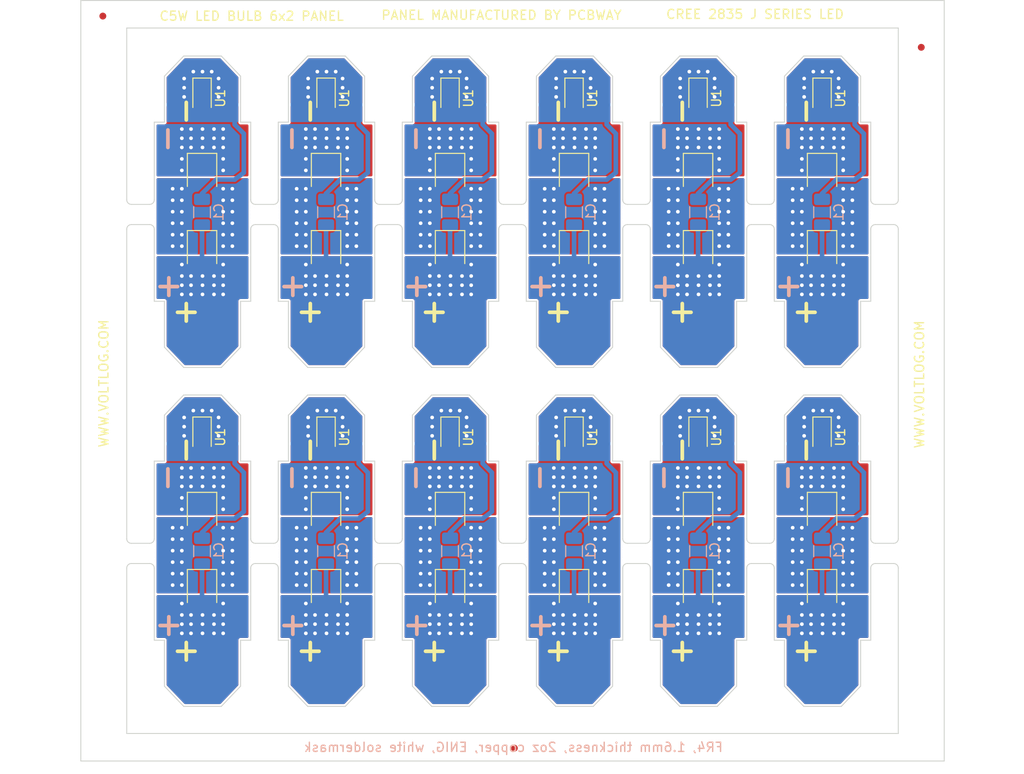
<source format=kicad_pcb>
(kicad_pcb (version 20171130) (host pcbnew "(5.1.5)-3")
  (layers (0 F.Cu signal) (31 B.Cu signal) (34 B.Paste user) (35 F.Paste user) (36 B.SilkS user) (37 F.SilkS user) (38 B.Mask user) (39 F.Mask user) (44 Edge.Cuts user))
  (net 0 "")
  (net 1 +12V)
  (net 2 GND)
  (net 3 "Net-(D1-Pad1)")
  (net 4 "Net-(D2-Pad1)")
  (module Fiducial:Fiducial_0.75mm_Mask1.5mm (layer F.Cu) (at 125.4 51.7)
    (fp_text reference REF** hide)
    (fp_text value Fiducial_0.75mm_Mask1.5mm)
    (pad "" smd circle (at 0 0) (size 0.75 0.75) (layers F.Cu F.Mask) (clearance 0.375))
  )
  (module Fiducial:Fiducial_0.75mm_Mask1.5mm (layer F.Cu) (at 170.2 131.4)
    (fp_text reference REF** hide)
    (fp_text value Fiducial_0.75mm_Mask1.5mm)
    (pad "" smd circle (at 0 0) (size 0.75 0.75) (layers F.Cu F.Mask) (clearance 0.375))
  )
  (module Fiducial:Fiducial_0.75mm_Mask1.5mm (layer F.Cu) (at 214.5 55.1)
    (fp_text reference REF** hide)
    (fp_text value Fiducial_0.75mm_Mask1.5mm)
    (pad "" smd circle (at 0 0) (size 0.75 0.75) (layers F.Cu F.Mask) (clearance 0.375))
  )
  (module Voltlog:mouse_bite_3mm (layer F.Cu) (at 210.5 110.2 90)
    (fp_text reference REF** hide)
    (fp_text value mouse_bite_3mm hide)
    (pad "" np_thru_hole circle (at 0 -1.3 90) (size 0.5 0.5) (drill 0.5) (layers *.Cu *.Mask))
    (pad "" np_thru_hole circle (at 0.8 -1.3 90) (size 0.5 0.5) (drill 0.5) (layers *.Cu *.Mask))
    (pad "" np_thru_hole circle (at -0.8 -1.3 90) (size 0.5 0.5) (drill 0.5) (layers *.Cu *.Mask))
    (pad "" np_thru_hole circle (at 0 1.3 90) (size 0.5 0.5) (drill 0.5) (layers *.Cu *.Mask))
    (pad "" np_thru_hole circle (at 0.8 1.3 90) (size 0.5 0.5) (drill 0.5) (layers *.Cu *.Mask))
    (pad "" np_thru_hole circle (at -0.8 1.3 90) (size 0.5 0.5) (drill 0.5) (layers *.Cu *.Mask))
  )
  (module Diode_SMD:D_PowerDI-123 (layer F.Cu) (at 203.7 97.55 270)
    (fp_text reference U1 (at 0 -2 90) (layer F.SilkS))
    (fp_text value AL5809)
    (pad 1 smd rect (at -0.85 0 90) (size 2.4 1.5) (layers F.Cu F.Paste F.Mask) (net 2 GND))
    (pad 2 smd rect (at 1.525 0 90) (size 1.05 1.5) (layers F.Cu F.Paste F.Mask) (net 4 "Net-(D2-Pad1)"))
  )
  (module Voltlog:mouse_bite_3mm (layer F.Cu) (at 156.5 110.2 90)
    (fp_text reference REF** hide)
    (fp_text value mouse_bite_3mm hide)
    (pad "" np_thru_hole circle (at 0 -1.3 90) (size 0.5 0.5) (drill 0.5) (layers *.Cu *.Mask))
    (pad "" np_thru_hole circle (at 0.8 -1.3 90) (size 0.5 0.5) (drill 0.5) (layers *.Cu *.Mask))
    (pad "" np_thru_hole circle (at -0.8 -1.3 90) (size 0.5 0.5) (drill 0.5) (layers *.Cu *.Mask))
    (pad "" np_thru_hole circle (at 0 1.3 90) (size 0.5 0.5) (drill 0.5) (layers *.Cu *.Mask))
    (pad "" np_thru_hole circle (at 0.8 1.3 90) (size 0.5 0.5) (drill 0.5) (layers *.Cu *.Mask))
    (pad "" np_thru_hole circle (at -0.8 1.3 90) (size 0.5 0.5) (drill 0.5) (layers *.Cu *.Mask))
  )
  (module Voltlog:mouse_bite_3mm (layer F.Cu) (at 143 110.2 90)
    (fp_text reference REF** hide)
    (fp_text value mouse_bite_3mm hide)
    (pad "" np_thru_hole circle (at -0.8 1.3 90) (size 0.5 0.5) (drill 0.5) (layers *.Cu *.Mask))
    (pad "" np_thru_hole circle (at 0.8 1.3 90) (size 0.5 0.5) (drill 0.5) (layers *.Cu *.Mask))
    (pad "" np_thru_hole circle (at 0 1.3 90) (size 0.5 0.5) (drill 0.5) (layers *.Cu *.Mask))
    (pad "" np_thru_hole circle (at -0.8 -1.3 90) (size 0.5 0.5) (drill 0.5) (layers *.Cu *.Mask))
    (pad "" np_thru_hole circle (at 0.8 -1.3 90) (size 0.5 0.5) (drill 0.5) (layers *.Cu *.Mask))
    (pad "" np_thru_hole circle (at 0 -1.3 90) (size 0.5 0.5) (drill 0.5) (layers *.Cu *.Mask))
  )
  (module Capacitor_SMD:C_1206_3216Metric (layer B.Cu) (at 163.2 109.95 90)
    (fp_text reference C1 (at 0 1.82 90) (layer B.SilkS) (effects (justify mirror)))
    (fp_text value "4.7uF 50V")
    (pad 2 smd roundrect (at 1.4 0 90) (size 1.25 1.75) (layers B.Cu B.Paste B.Mask) (roundrect_rratio 0.2) (net 2 GND))
    (pad 1 smd roundrect (at -1.4 0 90) (size 1.25 1.75) (layers B.Cu B.Paste B.Mask) (roundrect_rratio 0.2) (net 1 +12V))
  )
  (module LED_SMD:LED_PLCC_2835 (layer F.Cu) (at 149.7 114.15 270)
    (fp_text reference D1 hide)
    (fp_text value LED)
    (pad 2 smd rect (at 1.375 0 270) (size 1.25 2.2) (layers F.Cu F.Paste F.Mask) (net 1 +12V))
    (pad 1 smd rect (at -0.9 0 270) (size 2.2 2.2) (layers F.Cu F.Paste F.Mask) (net 3 "Net-(D1-Pad1)"))
  )
  (module LED_SMD:LED_PLCC_2835 (layer F.Cu) (at 203.7 114.15 270)
    (fp_text reference D1 hide)
    (fp_text value LED)
    (pad 2 smd rect (at 1.375 0 270) (size 1.25 2.2) (layers F.Cu F.Paste F.Mask) (net 1 +12V))
    (pad 1 smd rect (at -0.9 0 270) (size 2.2 2.2) (layers F.Cu F.Paste F.Mask) (net 3 "Net-(D1-Pad1)"))
  )
  (module Voltlog:mouse_bite_3mm (layer F.Cu) (at 170 110.2 90)
    (fp_text reference REF** hide)
    (fp_text value mouse_bite_3mm hide)
    (pad "" np_thru_hole circle (at -0.8 1.3 90) (size 0.5 0.5) (drill 0.5) (layers *.Cu *.Mask))
    (pad "" np_thru_hole circle (at 0.8 1.3 90) (size 0.5 0.5) (drill 0.5) (layers *.Cu *.Mask))
    (pad "" np_thru_hole circle (at 0 1.3 90) (size 0.5 0.5) (drill 0.5) (layers *.Cu *.Mask))
    (pad "" np_thru_hole circle (at -0.8 -1.3 90) (size 0.5 0.5) (drill 0.5) (layers *.Cu *.Mask))
    (pad "" np_thru_hole circle (at 0.8 -1.3 90) (size 0.5 0.5) (drill 0.5) (layers *.Cu *.Mask))
    (pad "" np_thru_hole circle (at 0 -1.3 90) (size 0.5 0.5) (drill 0.5) (layers *.Cu *.Mask))
  )
  (module LED_SMD:LED_PLCC_2835 (layer F.Cu) (at 163.2 114.15 270)
    (fp_text reference D1 hide)
    (fp_text value LED)
    (pad 1 smd rect (at -0.9 0 270) (size 2.2 2.2) (layers F.Cu F.Paste F.Mask) (net 3 "Net-(D1-Pad1)"))
    (pad 2 smd rect (at 1.375 0 270) (size 1.25 2.2) (layers F.Cu F.Paste F.Mask) (net 1 +12V))
  )
  (module Diode_SMD:D_PowerDI-123 (layer F.Cu) (at 149.7 97.55 270)
    (fp_text reference U1 (at 0 -2 90) (layer F.SilkS))
    (fp_text value AL5809)
    (pad 1 smd rect (at -0.85 0 90) (size 2.4 1.5) (layers F.Cu F.Paste F.Mask) (net 2 GND))
    (pad 2 smd rect (at 1.525 0 90) (size 1.05 1.5) (layers F.Cu F.Paste F.Mask) (net 4 "Net-(D2-Pad1)"))
  )
  (module Capacitor_SMD:C_1206_3216Metric (layer B.Cu) (at 149.7 109.95 90)
    (fp_text reference C1 (at 0 1.82 90) (layer B.SilkS) (effects (justify mirror)))
    (fp_text value "4.7uF 50V")
    (pad 1 smd roundrect (at -1.4 0 90) (size 1.25 1.75) (layers B.Cu B.Paste B.Mask) (roundrect_rratio 0.2) (net 1 +12V))
    (pad 2 smd roundrect (at 1.4 0 90) (size 1.25 1.75) (layers B.Cu B.Paste B.Mask) (roundrect_rratio 0.2) (net 2 GND))
  )
  (module Voltlog:mouse_bite_3mm (layer F.Cu) (at 197 110.2 90)
    (fp_text reference REF** hide)
    (fp_text value mouse_bite_3mm hide)
    (pad "" np_thru_hole circle (at -0.8 1.3 90) (size 0.5 0.5) (drill 0.5) (layers *.Cu *.Mask))
    (pad "" np_thru_hole circle (at 0.8 1.3 90) (size 0.5 0.5) (drill 0.5) (layers *.Cu *.Mask))
    (pad "" np_thru_hole circle (at 0 1.3 90) (size 0.5 0.5) (drill 0.5) (layers *.Cu *.Mask))
    (pad "" np_thru_hole circle (at -0.8 -1.3 90) (size 0.5 0.5) (drill 0.5) (layers *.Cu *.Mask))
    (pad "" np_thru_hole circle (at 0.8 -1.3 90) (size 0.5 0.5) (drill 0.5) (layers *.Cu *.Mask))
    (pad "" np_thru_hole circle (at 0 -1.3 90) (size 0.5 0.5) (drill 0.5) (layers *.Cu *.Mask))
  )
  (module Capacitor_SMD:C_1206_3216Metric (layer B.Cu) (at 190.2 109.95 90)
    (fp_text reference C1 (at 0 1.82 90) (layer B.SilkS) (effects (justify mirror)))
    (fp_text value "4.7uF 50V")
    (pad 2 smd roundrect (at 1.4 0 90) (size 1.25 1.75) (layers B.Cu B.Paste B.Mask) (roundrect_rratio 0.2) (net 2 GND))
    (pad 1 smd roundrect (at -1.4 0 90) (size 1.25 1.75) (layers B.Cu B.Paste B.Mask) (roundrect_rratio 0.2) (net 1 +12V))
  )
  (module LED_SMD:LED_PLCC_2835 (layer F.Cu) (at 149.7 105.75 270)
    (fp_text reference D2 hide)
    (fp_text value LED)
    (pad 2 smd rect (at 1.375 0 270) (size 1.25 2.2) (layers F.Cu F.Paste F.Mask) (net 3 "Net-(D1-Pad1)"))
    (pad 1 smd rect (at -0.9 0 270) (size 2.2 2.2) (layers F.Cu F.Paste F.Mask) (net 4 "Net-(D2-Pad1)"))
  )
  (module LED_SMD:LED_PLCC_2835 (layer F.Cu) (at 203.7 105.75 270)
    (fp_text reference D2 hide)
    (fp_text value LED)
    (pad 2 smd rect (at 1.375 0 270) (size 1.25 2.2) (layers F.Cu F.Paste F.Mask) (net 3 "Net-(D1-Pad1)"))
    (pad 1 smd rect (at -0.9 0 270) (size 2.2 2.2) (layers F.Cu F.Paste F.Mask) (net 4 "Net-(D2-Pad1)"))
  )
  (module LED_SMD:LED_PLCC_2835 (layer F.Cu) (at 190.2 105.75 270)
    (fp_text reference D2 hide)
    (fp_text value LED)
    (pad 1 smd rect (at -0.9 0 270) (size 2.2 2.2) (layers F.Cu F.Paste F.Mask) (net 4 "Net-(D2-Pad1)"))
    (pad 2 smd rect (at 1.375 0 270) (size 1.25 2.2) (layers F.Cu F.Paste F.Mask) (net 3 "Net-(D1-Pad1)"))
  )
  (module LED_SMD:LED_PLCC_2835 (layer F.Cu) (at 163.2 105.75 270)
    (fp_text reference D2 hide)
    (fp_text value LED)
    (pad 1 smd rect (at -0.9 0 270) (size 2.2 2.2) (layers F.Cu F.Paste F.Mask) (net 4 "Net-(D2-Pad1)"))
    (pad 2 smd rect (at 1.375 0 270) (size 1.25 2.2) (layers F.Cu F.Paste F.Mask) (net 3 "Net-(D1-Pad1)"))
  )
  (module LED_SMD:LED_PLCC_2835 (layer F.Cu) (at 190.2 114.15 270)
    (fp_text reference D1 hide)
    (fp_text value LED)
    (pad 1 smd rect (at -0.9 0 270) (size 2.2 2.2) (layers F.Cu F.Paste F.Mask) (net 3 "Net-(D1-Pad1)"))
    (pad 2 smd rect (at 1.375 0 270) (size 1.25 2.2) (layers F.Cu F.Paste F.Mask) (net 1 +12V))
  )
  (module LED_SMD:LED_PLCC_2835 (layer F.Cu) (at 176.7 114.15 270)
    (fp_text reference D1 hide)
    (fp_text value LED)
    (pad 2 smd rect (at 1.375 0 270) (size 1.25 2.2) (layers F.Cu F.Paste F.Mask) (net 1 +12V))
    (pad 1 smd rect (at -0.9 0 270) (size 2.2 2.2) (layers F.Cu F.Paste F.Mask) (net 3 "Net-(D1-Pad1)"))
  )
  (module Diode_SMD:D_PowerDI-123 (layer F.Cu) (at 163.2 97.55 270)
    (fp_text reference U1 (at 0 -2 90) (layer F.SilkS))
    (fp_text value AL5809)
    (pad 2 smd rect (at 1.525 0 90) (size 1.05 1.5) (layers F.Cu F.Paste F.Mask) (net 4 "Net-(D2-Pad1)"))
    (pad 1 smd rect (at -0.85 0 90) (size 2.4 1.5) (layers F.Cu F.Paste F.Mask) (net 2 GND))
  )
  (module LED_SMD:LED_PLCC_2835 (layer F.Cu) (at 176.7 105.75 270)
    (fp_text reference D2 hide)
    (fp_text value LED)
    (pad 2 smd rect (at 1.375 0 270) (size 1.25 2.2) (layers F.Cu F.Paste F.Mask) (net 3 "Net-(D1-Pad1)"))
    (pad 1 smd rect (at -0.9 0 270) (size 2.2 2.2) (layers F.Cu F.Paste F.Mask) (net 4 "Net-(D2-Pad1)"))
  )
  (module Capacitor_SMD:C_1206_3216Metric (layer B.Cu) (at 203.7 109.95 90)
    (fp_text reference C1 (at 0 1.82 90) (layer B.SilkS) (effects (justify mirror)))
    (fp_text value "4.7uF 50V")
    (pad 1 smd roundrect (at -1.4 0 90) (size 1.25 1.75) (layers B.Cu B.Paste B.Mask) (roundrect_rratio 0.2) (net 1 +12V))
    (pad 2 smd roundrect (at 1.4 0 90) (size 1.25 1.75) (layers B.Cu B.Paste B.Mask) (roundrect_rratio 0.2) (net 2 GND))
  )
  (module Diode_SMD:D_PowerDI-123 (layer F.Cu) (at 190.2 97.55 270)
    (fp_text reference U1 (at 0 -2 90) (layer F.SilkS))
    (fp_text value AL5809)
    (pad 2 smd rect (at 1.525 0 90) (size 1.05 1.5) (layers F.Cu F.Paste F.Mask) (net 4 "Net-(D2-Pad1)"))
    (pad 1 smd rect (at -0.85 0 90) (size 2.4 1.5) (layers F.Cu F.Paste F.Mask) (net 2 GND))
  )
  (module Voltlog:mouse_bite_3mm (layer F.Cu) (at 129.5 110.2 90)
    (fp_text reference REF** hide)
    (fp_text value mouse_bite_3mm hide)
    (pad "" np_thru_hole circle (at 0 -1.3 90) (size 0.5 0.5) (drill 0.5) (layers *.Cu *.Mask))
    (pad "" np_thru_hole circle (at 0.8 -1.3 90) (size 0.5 0.5) (drill 0.5) (layers *.Cu *.Mask))
    (pad "" np_thru_hole circle (at -0.8 -1.3 90) (size 0.5 0.5) (drill 0.5) (layers *.Cu *.Mask))
    (pad "" np_thru_hole circle (at 0 1.3 90) (size 0.5 0.5) (drill 0.5) (layers *.Cu *.Mask))
    (pad "" np_thru_hole circle (at 0.8 1.3 90) (size 0.5 0.5) (drill 0.5) (layers *.Cu *.Mask))
    (pad "" np_thru_hole circle (at -0.8 1.3 90) (size 0.5 0.5) (drill 0.5) (layers *.Cu *.Mask))
  )
  (module Capacitor_SMD:C_1206_3216Metric (layer B.Cu) (at 176.7 109.95 90)
    (fp_text reference C1 (at 0 1.82 90) (layer B.SilkS) (effects (justify mirror)))
    (fp_text value "4.7uF 50V")
    (pad 1 smd roundrect (at -1.4 0 90) (size 1.25 1.75) (layers B.Cu B.Paste B.Mask) (roundrect_rratio 0.2) (net 1 +12V))
    (pad 2 smd roundrect (at 1.4 0 90) (size 1.25 1.75) (layers B.Cu B.Paste B.Mask) (roundrect_rratio 0.2) (net 2 GND))
  )
  (module Diode_SMD:D_PowerDI-123 (layer F.Cu) (at 176.7 97.55 270)
    (fp_text reference U1 (at 0 -2 90) (layer F.SilkS))
    (fp_text value AL5809)
    (pad 1 smd rect (at -0.85 0 90) (size 2.4 1.5) (layers F.Cu F.Paste F.Mask) (net 2 GND))
    (pad 2 smd rect (at 1.525 0 90) (size 1.05 1.5) (layers F.Cu F.Paste F.Mask) (net 4 "Net-(D2-Pad1)"))
  )
  (module Voltlog:mouse_bite_3mm (layer F.Cu) (at 183.5 110.2 90)
    (fp_text reference REF** hide)
    (fp_text value mouse_bite_3mm hide)
    (pad "" np_thru_hole circle (at 0 -1.3 90) (size 0.5 0.5) (drill 0.5) (layers *.Cu *.Mask))
    (pad "" np_thru_hole circle (at 0.8 -1.3 90) (size 0.5 0.5) (drill 0.5) (layers *.Cu *.Mask))
    (pad "" np_thru_hole circle (at -0.8 -1.3 90) (size 0.5 0.5) (drill 0.5) (layers *.Cu *.Mask))
    (pad "" np_thru_hole circle (at 0 1.3 90) (size 0.5 0.5) (drill 0.5) (layers *.Cu *.Mask))
    (pad "" np_thru_hole circle (at 0.8 1.3 90) (size 0.5 0.5) (drill 0.5) (layers *.Cu *.Mask))
    (pad "" np_thru_hole circle (at -0.8 1.3 90) (size 0.5 0.5) (drill 0.5) (layers *.Cu *.Mask))
  )
  (module LED_SMD:LED_PLCC_2835 (layer F.Cu) (at 136.2 114.15 270)
    (fp_text reference D1 hide)
    (fp_text value LED)
    (pad 1 smd rect (at -0.9 0 270) (size 2.2 2.2) (layers F.Cu F.Paste F.Mask) (net 3 "Net-(D1-Pad1)"))
    (pad 2 smd rect (at 1.375 0 270) (size 1.25 2.2) (layers F.Cu F.Paste F.Mask) (net 1 +12V))
  )
  (module Capacitor_SMD:C_1206_3216Metric (layer B.Cu) (at 136.2 109.95 90)
    (fp_text reference C1 (at 0 1.82 90) (layer B.SilkS) (effects (justify mirror)))
    (fp_text value "4.7uF 50V")
    (pad 2 smd roundrect (at 1.4 0 90) (size 1.25 1.75) (layers B.Cu B.Paste B.Mask) (roundrect_rratio 0.2) (net 2 GND))
    (pad 1 smd roundrect (at -1.4 0 90) (size 1.25 1.75) (layers B.Cu B.Paste B.Mask) (roundrect_rratio 0.2) (net 1 +12V))
  )
  (module LED_SMD:LED_PLCC_2835 (layer F.Cu) (at 136.2 105.75 270)
    (fp_text reference D2 hide)
    (fp_text value LED)
    (pad 1 smd rect (at -0.9 0 270) (size 2.2 2.2) (layers F.Cu F.Paste F.Mask) (net 4 "Net-(D2-Pad1)"))
    (pad 2 smd rect (at 1.375 0 270) (size 1.25 2.2) (layers F.Cu F.Paste F.Mask) (net 3 "Net-(D1-Pad1)"))
  )
  (module Diode_SMD:D_PowerDI-123 (layer F.Cu) (at 136.2 97.55 270)
    (fp_text reference U1 (at 0 -2 90) (layer F.SilkS))
    (fp_text value AL5809)
    (pad 2 smd rect (at 1.525 0 90) (size 1.05 1.5) (layers F.Cu F.Paste F.Mask) (net 4 "Net-(D2-Pad1)"))
    (pad 1 smd rect (at -0.85 0 90) (size 2.4 1.5) (layers F.Cu F.Paste F.Mask) (net 2 GND))
  )
  (module Voltlog:mouse_bite_3mm (layer F.Cu) (at 210.5 73.3 90)
    (fp_text reference REF** hide)
    (fp_text value mouse_bite_3mm hide)
    (pad "" np_thru_hole circle (at -0.8 1.3 90) (size 0.5 0.5) (drill 0.5) (layers *.Cu *.Mask))
    (pad "" np_thru_hole circle (at 0.8 1.3 90) (size 0.5 0.5) (drill 0.5) (layers *.Cu *.Mask))
    (pad "" np_thru_hole circle (at 0 1.3 90) (size 0.5 0.5) (drill 0.5) (layers *.Cu *.Mask))
    (pad "" np_thru_hole circle (at -0.8 -1.3 90) (size 0.5 0.5) (drill 0.5) (layers *.Cu *.Mask))
    (pad "" np_thru_hole circle (at 0.8 -1.3 90) (size 0.5 0.5) (drill 0.5) (layers *.Cu *.Mask))
    (pad "" np_thru_hole circle (at 0 -1.3 90) (size 0.5 0.5) (drill 0.5) (layers *.Cu *.Mask))
  )
  (module Capacitor_SMD:C_1206_3216Metric (layer B.Cu) (at 203.7 73.05 90)
    (fp_text reference C1 (at 0 1.82 90) (layer B.SilkS) (effects (justify mirror)))
    (fp_text value "4.7uF 50V")
    (pad 2 smd roundrect (at 1.4 0 90) (size 1.25 1.75) (layers B.Cu B.Paste B.Mask) (roundrect_rratio 0.2) (net 2 GND))
    (pad 1 smd roundrect (at -1.4 0 90) (size 1.25 1.75) (layers B.Cu B.Paste B.Mask) (roundrect_rratio 0.2) (net 1 +12V))
  )
  (module LED_SMD:LED_PLCC_2835 (layer F.Cu) (at 203.7 68.85 270)
    (fp_text reference D2 hide)
    (fp_text value LED)
    (pad 1 smd rect (at -0.9 0 270) (size 2.2 2.2) (layers F.Cu F.Paste F.Mask) (net 4 "Net-(D2-Pad1)"))
    (pad 2 smd rect (at 1.375 0 270) (size 1.25 2.2) (layers F.Cu F.Paste F.Mask) (net 3 "Net-(D1-Pad1)"))
  )
  (module LED_SMD:LED_PLCC_2835 (layer F.Cu) (at 203.7 77.25 270)
    (fp_text reference D1 hide)
    (fp_text value LED)
    (pad 1 smd rect (at -0.9 0 270) (size 2.2 2.2) (layers F.Cu F.Paste F.Mask) (net 3 "Net-(D1-Pad1)"))
    (pad 2 smd rect (at 1.375 0 270) (size 1.25 2.2) (layers F.Cu F.Paste F.Mask) (net 1 +12V))
  )
  (module Diode_SMD:D_PowerDI-123 (layer F.Cu) (at 203.7 60.65 270)
    (fp_text reference U1 (at 0 -2 90) (layer F.SilkS))
    (fp_text value AL5809)
    (pad 2 smd rect (at 1.525 0 90) (size 1.05 1.5) (layers F.Cu F.Paste F.Mask) (net 4 "Net-(D2-Pad1)"))
    (pad 1 smd rect (at -0.85 0 90) (size 2.4 1.5) (layers F.Cu F.Paste F.Mask) (net 2 GND))
  )
  (module Voltlog:mouse_bite_3mm (layer F.Cu) (at 197 73.3 90)
    (fp_text reference REF** hide)
    (fp_text value mouse_bite_3mm hide)
    (pad "" np_thru_hole circle (at 0 -1.3 90) (size 0.5 0.5) (drill 0.5) (layers *.Cu *.Mask))
    (pad "" np_thru_hole circle (at 0.8 -1.3 90) (size 0.5 0.5) (drill 0.5) (layers *.Cu *.Mask))
    (pad "" np_thru_hole circle (at -0.8 -1.3 90) (size 0.5 0.5) (drill 0.5) (layers *.Cu *.Mask))
    (pad "" np_thru_hole circle (at 0 1.3 90) (size 0.5 0.5) (drill 0.5) (layers *.Cu *.Mask))
    (pad "" np_thru_hole circle (at 0.8 1.3 90) (size 0.5 0.5) (drill 0.5) (layers *.Cu *.Mask))
    (pad "" np_thru_hole circle (at -0.8 1.3 90) (size 0.5 0.5) (drill 0.5) (layers *.Cu *.Mask))
  )
  (module Voltlog:mouse_bite_3mm (layer F.Cu) (at 183.5 73.3 90)
    (fp_text reference REF** hide)
    (fp_text value mouse_bite_3mm hide)
    (pad "" np_thru_hole circle (at -0.8 1.3 90) (size 0.5 0.5) (drill 0.5) (layers *.Cu *.Mask))
    (pad "" np_thru_hole circle (at 0.8 1.3 90) (size 0.5 0.5) (drill 0.5) (layers *.Cu *.Mask))
    (pad "" np_thru_hole circle (at 0 1.3 90) (size 0.5 0.5) (drill 0.5) (layers *.Cu *.Mask))
    (pad "" np_thru_hole circle (at -0.8 -1.3 90) (size 0.5 0.5) (drill 0.5) (layers *.Cu *.Mask))
    (pad "" np_thru_hole circle (at 0.8 -1.3 90) (size 0.5 0.5) (drill 0.5) (layers *.Cu *.Mask))
    (pad "" np_thru_hole circle (at 0 -1.3 90) (size 0.5 0.5) (drill 0.5) (layers *.Cu *.Mask))
  )
  (module LED_SMD:LED_PLCC_2835 (layer F.Cu) (at 190.2 77.25 270)
    (fp_text reference D1 hide)
    (fp_text value LED)
    (pad 2 smd rect (at 1.375 0 270) (size 1.25 2.2) (layers F.Cu F.Paste F.Mask) (net 1 +12V))
    (pad 1 smd rect (at -0.9 0 270) (size 2.2 2.2) (layers F.Cu F.Paste F.Mask) (net 3 "Net-(D1-Pad1)"))
  )
  (module LED_SMD:LED_PLCC_2835 (layer F.Cu) (at 190.2 68.85 270)
    (fp_text reference D2 hide)
    (fp_text value LED)
    (pad 2 smd rect (at 1.375 0 270) (size 1.25 2.2) (layers F.Cu F.Paste F.Mask) (net 3 "Net-(D1-Pad1)"))
    (pad 1 smd rect (at -0.9 0 270) (size 2.2 2.2) (layers F.Cu F.Paste F.Mask) (net 4 "Net-(D2-Pad1)"))
  )
  (module Capacitor_SMD:C_1206_3216Metric (layer B.Cu) (at 190.2 73.05 90)
    (fp_text reference C1 (at 0 1.82 90) (layer B.SilkS) (effects (justify mirror)))
    (fp_text value "4.7uF 50V")
    (pad 1 smd roundrect (at -1.4 0 90) (size 1.25 1.75) (layers B.Cu B.Paste B.Mask) (roundrect_rratio 0.2) (net 1 +12V))
    (pad 2 smd roundrect (at 1.4 0 90) (size 1.25 1.75) (layers B.Cu B.Paste B.Mask) (roundrect_rratio 0.2) (net 2 GND))
  )
  (module Diode_SMD:D_PowerDI-123 (layer F.Cu) (at 190.2 60.65 270)
    (fp_text reference U1 (at 0 -2 90) (layer F.SilkS))
    (fp_text value AL5809)
    (pad 1 smd rect (at -0.85 0 90) (size 2.4 1.5) (layers F.Cu F.Paste F.Mask) (net 2 GND))
    (pad 2 smd rect (at 1.525 0 90) (size 1.05 1.5) (layers F.Cu F.Paste F.Mask) (net 4 "Net-(D2-Pad1)"))
  )
  (module Voltlog:mouse_bite_3mm (layer F.Cu) (at 170 73.3 90)
    (fp_text reference REF** hide)
    (fp_text value mouse_bite_3mm hide)
    (pad "" np_thru_hole circle (at 0 -1.3 90) (size 0.5 0.5) (drill 0.5) (layers *.Cu *.Mask))
    (pad "" np_thru_hole circle (at 0.8 -1.3 90) (size 0.5 0.5) (drill 0.5) (layers *.Cu *.Mask))
    (pad "" np_thru_hole circle (at -0.8 -1.3 90) (size 0.5 0.5) (drill 0.5) (layers *.Cu *.Mask))
    (pad "" np_thru_hole circle (at 0 1.3 90) (size 0.5 0.5) (drill 0.5) (layers *.Cu *.Mask))
    (pad "" np_thru_hole circle (at 0.8 1.3 90) (size 0.5 0.5) (drill 0.5) (layers *.Cu *.Mask))
    (pad "" np_thru_hole circle (at -0.8 1.3 90) (size 0.5 0.5) (drill 0.5) (layers *.Cu *.Mask))
  )
  (module Capacitor_SMD:C_1206_3216Metric (layer B.Cu) (at 176.7 73.05 90)
    (fp_text reference C1 (at 0 1.82 90) (layer B.SilkS) (effects (justify mirror)))
    (fp_text value "4.7uF 50V")
    (pad 2 smd roundrect (at 1.4 0 90) (size 1.25 1.75) (layers B.Cu B.Paste B.Mask) (roundrect_rratio 0.2) (net 2 GND))
    (pad 1 smd roundrect (at -1.4 0 90) (size 1.25 1.75) (layers B.Cu B.Paste B.Mask) (roundrect_rratio 0.2) (net 1 +12V))
  )
  (module LED_SMD:LED_PLCC_2835 (layer F.Cu) (at 176.7 77.25 270)
    (fp_text reference D1 hide)
    (fp_text value LED)
    (pad 1 smd rect (at -0.9 0 270) (size 2.2 2.2) (layers F.Cu F.Paste F.Mask) (net 3 "Net-(D1-Pad1)"))
    (pad 2 smd rect (at 1.375 0 270) (size 1.25 2.2) (layers F.Cu F.Paste F.Mask) (net 1 +12V))
  )
  (module LED_SMD:LED_PLCC_2835 (layer F.Cu) (at 176.7 68.85 270)
    (fp_text reference D2 hide)
    (fp_text value LED)
    (pad 1 smd rect (at -0.9 0 270) (size 2.2 2.2) (layers F.Cu F.Paste F.Mask) (net 4 "Net-(D2-Pad1)"))
    (pad 2 smd rect (at 1.375 0 270) (size 1.25 2.2) (layers F.Cu F.Paste F.Mask) (net 3 "Net-(D1-Pad1)"))
  )
  (module Diode_SMD:D_PowerDI-123 (layer F.Cu) (at 176.7 60.65 270)
    (fp_text reference U1 (at 0 -2 90) (layer F.SilkS))
    (fp_text value AL5809)
    (pad 2 smd rect (at 1.525 0 90) (size 1.05 1.5) (layers F.Cu F.Paste F.Mask) (net 4 "Net-(D2-Pad1)"))
    (pad 1 smd rect (at -0.85 0 90) (size 2.4 1.5) (layers F.Cu F.Paste F.Mask) (net 2 GND))
  )
  (module Voltlog:mouse_bite_3mm (layer F.Cu) (at 156.5 73.3 90)
    (fp_text reference REF** hide)
    (fp_text value mouse_bite_3mm hide)
    (pad "" np_thru_hole circle (at -0.8 1.3 90) (size 0.5 0.5) (drill 0.5) (layers *.Cu *.Mask))
    (pad "" np_thru_hole circle (at 0.8 1.3 90) (size 0.5 0.5) (drill 0.5) (layers *.Cu *.Mask))
    (pad "" np_thru_hole circle (at 0 1.3 90) (size 0.5 0.5) (drill 0.5) (layers *.Cu *.Mask))
    (pad "" np_thru_hole circle (at -0.8 -1.3 90) (size 0.5 0.5) (drill 0.5) (layers *.Cu *.Mask))
    (pad "" np_thru_hole circle (at 0.8 -1.3 90) (size 0.5 0.5) (drill 0.5) (layers *.Cu *.Mask))
    (pad "" np_thru_hole circle (at 0 -1.3 90) (size 0.5 0.5) (drill 0.5) (layers *.Cu *.Mask))
  )
  (module LED_SMD:LED_PLCC_2835 (layer F.Cu) (at 163.2 77.25 270)
    (fp_text reference D1 hide)
    (fp_text value LED)
    (pad 2 smd rect (at 1.375 0 270) (size 1.25 2.2) (layers F.Cu F.Paste F.Mask) (net 1 +12V))
    (pad 1 smd rect (at -0.9 0 270) (size 2.2 2.2) (layers F.Cu F.Paste F.Mask) (net 3 "Net-(D1-Pad1)"))
  )
  (module Diode_SMD:D_PowerDI-123 (layer F.Cu) (at 163.2 60.65 270)
    (fp_text reference U1 (at 0 -2 90) (layer F.SilkS))
    (fp_text value AL5809)
    (pad 1 smd rect (at -0.85 0 90) (size 2.4 1.5) (layers F.Cu F.Paste F.Mask) (net 2 GND))
    (pad 2 smd rect (at 1.525 0 90) (size 1.05 1.5) (layers F.Cu F.Paste F.Mask) (net 4 "Net-(D2-Pad1)"))
  )
  (module Capacitor_SMD:C_1206_3216Metric (layer B.Cu) (at 163.2 73.05 90)
    (fp_text reference C1 (at 0 1.82 90) (layer B.SilkS) (effects (justify mirror)))
    (fp_text value "4.7uF 50V")
    (pad 1 smd roundrect (at -1.4 0 90) (size 1.25 1.75) (layers B.Cu B.Paste B.Mask) (roundrect_rratio 0.2) (net 1 +12V))
    (pad 2 smd roundrect (at 1.4 0 90) (size 1.25 1.75) (layers B.Cu B.Paste B.Mask) (roundrect_rratio 0.2) (net 2 GND))
  )
  (module LED_SMD:LED_PLCC_2835 (layer F.Cu) (at 163.2 68.85 270)
    (fp_text reference D2 hide)
    (fp_text value LED)
    (pad 2 smd rect (at 1.375 0 270) (size 1.25 2.2) (layers F.Cu F.Paste F.Mask) (net 3 "Net-(D1-Pad1)"))
    (pad 1 smd rect (at -0.9 0 270) (size 2.2 2.2) (layers F.Cu F.Paste F.Mask) (net 4 "Net-(D2-Pad1)"))
  )
  (module Voltlog:mouse_bite_3mm (layer F.Cu) (at 143 73.3 90)
    (fp_text reference REF** hide)
    (fp_text value mouse_bite_3mm hide)
    (pad "" np_thru_hole circle (at 0 -1.3 90) (size 0.5 0.5) (drill 0.5) (layers *.Cu *.Mask))
    (pad "" np_thru_hole circle (at 0.8 -1.3 90) (size 0.5 0.5) (drill 0.5) (layers *.Cu *.Mask))
    (pad "" np_thru_hole circle (at -0.8 -1.3 90) (size 0.5 0.5) (drill 0.5) (layers *.Cu *.Mask))
    (pad "" np_thru_hole circle (at 0 1.3 90) (size 0.5 0.5) (drill 0.5) (layers *.Cu *.Mask))
    (pad "" np_thru_hole circle (at 0.8 1.3 90) (size 0.5 0.5) (drill 0.5) (layers *.Cu *.Mask))
    (pad "" np_thru_hole circle (at -0.8 1.3 90) (size 0.5 0.5) (drill 0.5) (layers *.Cu *.Mask))
  )
  (module LED_SMD:LED_PLCC_2835 (layer F.Cu) (at 149.7 77.25 270)
    (fp_text reference D1 hide)
    (fp_text value LED)
    (pad 1 smd rect (at -0.9 0 270) (size 2.2 2.2) (layers F.Cu F.Paste F.Mask) (net 3 "Net-(D1-Pad1)"))
    (pad 2 smd rect (at 1.375 0 270) (size 1.25 2.2) (layers F.Cu F.Paste F.Mask) (net 1 +12V))
  )
  (module Capacitor_SMD:C_1206_3216Metric (layer B.Cu) (at 149.7 73.05 90)
    (fp_text reference C1 (at 0 1.82 90) (layer B.SilkS) (effects (justify mirror)))
    (fp_text value "4.7uF 50V")
    (pad 2 smd roundrect (at 1.4 0 90) (size 1.25 1.75) (layers B.Cu B.Paste B.Mask) (roundrect_rratio 0.2) (net 2 GND))
    (pad 1 smd roundrect (at -1.4 0 90) (size 1.25 1.75) (layers B.Cu B.Paste B.Mask) (roundrect_rratio 0.2) (net 1 +12V))
  )
  (module LED_SMD:LED_PLCC_2835 (layer F.Cu) (at 149.7 68.85 270)
    (fp_text reference D2 hide)
    (fp_text value LED)
    (pad 1 smd rect (at -0.9 0 270) (size 2.2 2.2) (layers F.Cu F.Paste F.Mask) (net 4 "Net-(D2-Pad1)"))
    (pad 2 smd rect (at 1.375 0 270) (size 1.25 2.2) (layers F.Cu F.Paste F.Mask) (net 3 "Net-(D1-Pad1)"))
  )
  (module Diode_SMD:D_PowerDI-123 (layer F.Cu) (at 149.7 60.65 270)
    (fp_text reference U1 (at 0 -2 90) (layer F.SilkS))
    (fp_text value AL5809)
    (pad 2 smd rect (at 1.525 0 90) (size 1.05 1.5) (layers F.Cu F.Paste F.Mask) (net 4 "Net-(D2-Pad1)"))
    (pad 1 smd rect (at -0.85 0 90) (size 2.4 1.5) (layers F.Cu F.Paste F.Mask) (net 2 GND))
  )
  (module Voltlog:mouse_bite_3mm (layer F.Cu) (at 129.5 73.3 90)
    (fp_text reference REF** hide)
    (fp_text value mouse_bite_3mm hide)
    (pad "" np_thru_hole circle (at -0.8 1.3 90) (size 0.5 0.5) (drill 0.5) (layers *.Cu *.Mask))
    (pad "" np_thru_hole circle (at 0.8 1.3 90) (size 0.5 0.5) (drill 0.5) (layers *.Cu *.Mask))
    (pad "" np_thru_hole circle (at 0 1.3 90) (size 0.5 0.5) (drill 0.5) (layers *.Cu *.Mask))
    (pad "" np_thru_hole circle (at -0.8 -1.3 90) (size 0.5 0.5) (drill 0.5) (layers *.Cu *.Mask))
    (pad "" np_thru_hole circle (at 0.8 -1.3 90) (size 0.5 0.5) (drill 0.5) (layers *.Cu *.Mask))
    (pad "" np_thru_hole circle (at 0 -1.3 90) (size 0.5 0.5) (drill 0.5) (layers *.Cu *.Mask))
  )
  (module LED_SMD:LED_PLCC_2835 (layer F.Cu) (at 136.2 68.85 270)
    (fp_text reference D2 hide)
    (fp_text value LED)
    (pad 2 smd rect (at 1.375 0 270) (size 1.25 2.2) (layers F.Cu F.Paste F.Mask) (net 3 "Net-(D1-Pad1)"))
    (pad 1 smd rect (at -0.9 0 270) (size 2.2 2.2) (layers F.Cu F.Paste F.Mask) (net 4 "Net-(D2-Pad1)"))
  )
  (module LED_SMD:LED_PLCC_2835 (layer F.Cu) (at 136.2 77.25 270)
    (fp_text reference D1 hide)
    (fp_text value LED)
    (pad 2 smd rect (at 1.375 0 270) (size 1.25 2.2) (layers F.Cu F.Paste F.Mask) (net 1 +12V))
    (pad 1 smd rect (at -0.9 0 270) (size 2.2 2.2) (layers F.Cu F.Paste F.Mask) (net 3 "Net-(D1-Pad1)"))
  )
  (module Capacitor_SMD:C_1206_3216Metric (layer B.Cu) (at 136.2 73.05 90)
    (fp_text reference C1 (at 0 1.82 90) (layer B.SilkS) (effects (justify mirror)))
    (fp_text value "4.7uF 50V")
    (pad 1 smd roundrect (at -1.4 0 90) (size 1.25 1.75) (layers B.Cu B.Paste B.Mask) (roundrect_rratio 0.2) (net 1 +12V))
    (pad 2 smd roundrect (at 1.4 0 90) (size 1.25 1.75) (layers B.Cu B.Paste B.Mask) (roundrect_rratio 0.2) (net 2 GND))
  )
  (module Diode_SMD:D_PowerDI-123 (layer F.Cu) (at 136.2 60.65 270)
    (fp_text reference U1 (at 0 -2 90) (layer F.SilkS))
    (fp_text value AL5809)
    (pad 1 smd rect (at -0.85 0 90) (size 2.4 1.5) (layers F.Cu F.Paste F.Mask) (net 2 GND))
    (pad 2 smd rect (at 1.525 0 90) (size 1.05 1.5) (layers F.Cu F.Paste F.Mask) (net 4 "Net-(D2-Pad1)"))
  )
  (gr_text WWW.VOLTLOG.COM (at 214.3 91.8 90) (layer F.SilkS) (effects (font (size 1 1))))
  (gr_text WWW.VOLTLOG.COM (at 125.5 91.7 90) (layer F.SilkS) (effects (font (size 1 1))))
  (gr_text "PANEL MANUFACTURED BY PCBWAY" (at 168.8 51.6) (layer F.SilkS) (effects (font (size 1 1))))
  (gr_text "CREE 2835 J SERIES LED" (at 196.4 51.5) (layer F.SilkS) (effects (font (size 1 1))))
  (gr_text "C5W LED BULB 6x2 PANEL" (at 141.6 51.7) (layer F.SilkS) (effects (font (size 1 1))))
  (gr_line (start 217 132.8) (end 217 50) (layer Edge.Cuts) (width 0.1))
  (gr_line (start 123 132.8) (end 217 132.8) (layer Edge.Cuts) (width 0.1))
  (gr_line (start 128 111.8) (end 128 129.8) (layer Edge.Cuts) (width 0.1))
  (gr_line (start 212 129.8) (end 128 129.8) (layer Edge.Cuts) (width 0.1))
  (gr_line (start 212 111.8) (end 212 129.8) (layer Edge.Cuts) (width 0.1))
  (gr_arc (start 211.5 111.8) (end 212 111.8) (angle -90) (layer Edge.Cuts) (width 0.1))
  (gr_arc (start 211.5 108.6) (end 211.5 109.1) (angle -90) (layer Edge.Cuts) (width 0.1))
  (gr_line (start 212 74.9) (end 212 108.6) (layer Edge.Cuts) (width 0.1))
  (gr_line (start 128 108.6) (end 128 74.9) (layer Edge.Cuts) (width 0.1))
  (gr_text - (at 199.8 101.95 90) (layer B.SilkS) (effects (font (size 2.5 2.5) (thickness 0.4))))
  (gr_text + (at 201.8 120.85 90) (layer F.SilkS) (effects (font (size 2.5 2.5) (thickness 0.4))))
  (gr_text + (at 199.9 118.05 90) (layer B.SilkS) (effects (font (size 2.5 2.5) (thickness 0.4))))
  (gr_text - (at 201.8 98.95 90) (layer F.SilkS) (effects (font (size 2.5 2.5) (thickness 0.4))))
  (gr_text + (at 161.3 120.85 90) (layer F.SilkS) (effects (font (size 2.5 2.5) (thickness 0.4))))
  (gr_text + (at 159.4 118.05 90) (layer B.SilkS) (effects (font (size 2.5 2.5) (thickness 0.4))))
  (gr_text - (at 161.3 98.95 90) (layer F.SilkS) (effects (font (size 2.5 2.5) (thickness 0.4))))
  (gr_text - (at 159.3 101.95 90) (layer B.SilkS) (effects (font (size 2.5 2.5) (thickness 0.4))))
  (gr_text - (at 172.8 101.95 90) (layer B.SilkS) (effects (font (size 2.5 2.5) (thickness 0.4))))
  (gr_text - (at 174.8 98.95 90) (layer F.SilkS) (effects (font (size 2.5 2.5) (thickness 0.4))))
  (gr_text + (at 174.8 120.85 90) (layer F.SilkS) (effects (font (size 2.5 2.5) (thickness 0.4))))
  (gr_text + (at 172.9 118.05 90) (layer B.SilkS) (effects (font (size 2.5 2.5) (thickness 0.4))))
  (gr_line (start 168.5 100.15) (end 168.5 108.6) (layer Edge.Cuts) (width 0.1))
  (gr_line (start 194.4 124.65) (end 192.3 126.85) (layer Edge.Cuts) (width 0.1))
  (gr_line (start 182 100.15) (end 182 108.6) (layer Edge.Cuts) (width 0.1))
  (gr_line (start 180.9 95.15) (end 180.9 100.15) (layer Edge.Cuts) (width 0.1))
  (gr_line (start 165.3 92.95) (end 167.4 95.15) (layer Edge.Cuts) (width 0.1))
  (gr_arc (start 184.5 111.8) (end 185 111.8) (angle -90) (layer Edge.Cuts) (width 0.1))
  (gr_arc (start 182.5 108.6) (end 182 108.6) (angle -90) (layer Edge.Cuts) (width 0.1))
  (gr_line (start 178.8 126.85) (end 174.7 126.85) (layer Edge.Cuts) (width 0.1))
  (gr_line (start 174.7 126.85) (end 172.6 124.65) (layer Edge.Cuts) (width 0.1))
  (gr_arc (start 171 108.6) (end 171 109.1) (angle -90) (layer Edge.Cuts) (width 0.1))
  (gr_line (start 169 111.3) (end 171 111.3) (layer Edge.Cuts) (width 0.1))
  (gr_line (start 180.9 119.65) (end 180.9 124.65) (layer Edge.Cuts) (width 0.1))
  (gr_line (start 178.8 92.95) (end 180.9 95.15) (layer Edge.Cuts) (width 0.1))
  (gr_line (start 171.5 119.65) (end 172.6 119.65) (layer Edge.Cuts) (width 0.1))
  (gr_line (start 182 119.65) (end 180.9 119.65) (layer Edge.Cuts) (width 0.1))
  (gr_arc (start 157.5 108.6) (end 157.5 109.1) (angle -90) (layer Edge.Cuts) (width 0.1))
  (gr_line (start 182 111.8) (end 182 119.65) (layer Edge.Cuts) (width 0.1))
  (gr_line (start 195.5 100.15) (end 194.4 100.15) (layer Edge.Cuts) (width 0.1))
  (gr_arc (start 157.5 111.8) (end 158 111.8) (angle -90) (layer Edge.Cuts) (width 0.1))
  (gr_line (start 172.6 95.15) (end 174.7 92.95) (layer Edge.Cuts) (width 0.1))
  (gr_line (start 167.4 124.65) (end 165.3 126.85) (layer Edge.Cuts) (width 0.1))
  (gr_line (start 185 111.8) (end 185 119.65) (layer Edge.Cuts) (width 0.1))
  (gr_line (start 184.5 109.1) (end 182.5 109.1) (layer Edge.Cuts) (width 0.1))
  (gr_line (start 168.5 100.15) (end 167.4 100.15) (layer Edge.Cuts) (width 0.1))
  (gr_arc (start 196 111.8) (end 196 111.3) (angle -90) (layer Edge.Cuts) (width 0.1))
  (gr_line (start 185 100.15) (end 185 108.6) (layer Edge.Cuts) (width 0.1))
  (gr_line (start 171.5 111.8) (end 171.5 119.65) (layer Edge.Cuts) (width 0.1))
  (gr_line (start 185 100.15) (end 186.1 100.15) (layer Edge.Cuts) (width 0.1))
  (gr_line (start 172.6 95.15) (end 172.6 100.15) (layer Edge.Cuts) (width 0.1))
  (gr_line (start 188.2 92.95) (end 192.3 92.95) (layer Edge.Cuts) (width 0.1))
  (gr_line (start 171.5 100.15) (end 171.5 108.6) (layer Edge.Cuts) (width 0.1))
  (gr_arc (start 182.5 111.8) (end 182.5 111.3) (angle -90) (layer Edge.Cuts) (width 0.1))
  (gr_line (start 172.6 119.65) (end 172.6 124.65) (layer Edge.Cuts) (width 0.1))
  (gr_line (start 171.5 100.15) (end 172.6 100.15) (layer Edge.Cuts) (width 0.1))
  (gr_line (start 171 109.1) (end 169 109.1) (layer Edge.Cuts) (width 0.1))
  (gr_arc (start 171 111.8) (end 171.5 111.8) (angle -90) (layer Edge.Cuts) (width 0.1))
  (gr_line (start 186.1 119.65) (end 186.1 124.65) (layer Edge.Cuts) (width 0.1))
  (gr_line (start 182 100.15) (end 180.9 100.15) (layer Edge.Cuts) (width 0.1))
  (gr_line (start 186.1 95.15) (end 186.1 100.15) (layer Edge.Cuts) (width 0.1))
  (gr_line (start 180.9 124.65) (end 178.8 126.85) (layer Edge.Cuts) (width 0.1))
  (gr_line (start 174.7 92.95) (end 178.8 92.95) (layer Edge.Cuts) (width 0.1))
  (gr_line (start 151.8 92.95) (end 153.9 95.15) (layer Edge.Cuts) (width 0.1))
  (gr_arc (start 144 108.6) (end 144 109.1) (angle -90) (layer Edge.Cuts) (width 0.1))
  (gr_line (start 153.9 124.65) (end 151.8 126.85) (layer Edge.Cuts) (width 0.1))
  (gr_arc (start 142 111.8) (end 142 111.3) (angle -90) (layer Edge.Cuts) (width 0.1))
  (gr_line (start 165.3 126.85) (end 161.2 126.85) (layer Edge.Cuts) (width 0.1))
  (gr_line (start 167.4 95.15) (end 167.4 100.15) (layer Edge.Cuts) (width 0.1))
  (gr_arc (start 144 111.8) (end 144.5 111.8) (angle -90) (layer Edge.Cuts) (width 0.1))
  (gr_line (start 159.1 95.15) (end 161.2 92.95) (layer Edge.Cuts) (width 0.1))
  (gr_line (start 155.5 111.3) (end 157.5 111.3) (layer Edge.Cuts) (width 0.1))
  (gr_line (start 158 100.15) (end 159.1 100.15) (layer Edge.Cuts) (width 0.1))
  (gr_line (start 157.5 109.1) (end 155.5 109.1) (layer Edge.Cuts) (width 0.1))
  (gr_line (start 155 100.15) (end 153.9 100.15) (layer Edge.Cuts) (width 0.1))
  (gr_line (start 155 100.15) (end 155 108.6) (layer Edge.Cuts) (width 0.1))
  (gr_line (start 144.5 119.65) (end 145.6 119.65) (layer Edge.Cuts) (width 0.1))
  (gr_line (start 155 111.8) (end 155 119.65) (layer Edge.Cuts) (width 0.1))
  (gr_line (start 167.4 119.65) (end 167.4 124.65) (layer Edge.Cuts) (width 0.1))
  (gr_line (start 151.8 126.85) (end 147.7 126.85) (layer Edge.Cuts) (width 0.1))
  (gr_line (start 158 119.65) (end 159.1 119.65) (layer Edge.Cuts) (width 0.1))
  (gr_line (start 168.5 111.8) (end 168.5 119.65) (layer Edge.Cuts) (width 0.1))
  (gr_line (start 159.1 119.65) (end 159.1 124.65) (layer Edge.Cuts) (width 0.1))
  (gr_line (start 144.5 111.8) (end 144.5 119.65) (layer Edge.Cuts) (width 0.1))
  (gr_arc (start 169 111.8) (end 169 111.3) (angle -90) (layer Edge.Cuts) (width 0.1))
  (gr_line (start 161.2 92.95) (end 165.3 92.95) (layer Edge.Cuts) (width 0.1))
  (gr_line (start 144.5 100.15) (end 144.5 108.6) (layer Edge.Cuts) (width 0.1))
  (gr_line (start 145.6 95.15) (end 147.7 92.95) (layer Edge.Cuts) (width 0.1))
  (gr_line (start 145.6 119.65) (end 145.6 124.65) (layer Edge.Cuts) (width 0.1))
  (gr_line (start 145.6 95.15) (end 145.6 100.15) (layer Edge.Cuts) (width 0.1))
  (gr_line (start 142 111.3) (end 144 111.3) (layer Edge.Cuts) (width 0.1))
  (gr_line (start 158 100.15) (end 158 108.6) (layer Edge.Cuts) (width 0.1))
  (gr_arc (start 155.5 108.6) (end 155 108.6) (angle -90) (layer Edge.Cuts) (width 0.1))
  (gr_line (start 153.9 95.15) (end 153.9 100.15) (layer Edge.Cuts) (width 0.1))
  (gr_arc (start 155.5 111.8) (end 155.5 111.3) (angle -90) (layer Edge.Cuts) (width 0.1))
  (gr_line (start 147.7 126.85) (end 145.6 124.65) (layer Edge.Cuts) (width 0.1))
  (gr_line (start 144.5 100.15) (end 145.6 100.15) (layer Edge.Cuts) (width 0.1))
  (gr_line (start 155 119.65) (end 153.9 119.65) (layer Edge.Cuts) (width 0.1))
  (gr_line (start 141.5 111.8) (end 141.5 119.65) (layer Edge.Cuts) (width 0.1))
  (gr_line (start 147.7 92.95) (end 151.8 92.95) (layer Edge.Cuts) (width 0.1))
  (gr_line (start 144 109.1) (end 142 109.1) (layer Edge.Cuts) (width 0.1))
  (gr_line (start 158 111.8) (end 158 119.65) (layer Edge.Cuts) (width 0.1))
  (gr_line (start 168.5 119.65) (end 167.4 119.65) (layer Edge.Cuts) (width 0.1))
  (gr_line (start 159.1 95.15) (end 159.1 100.15) (layer Edge.Cuts) (width 0.1))
  (gr_arc (start 142 108.6) (end 141.5 108.6) (angle -90) (layer Edge.Cuts) (width 0.1))
  (gr_line (start 161.2 126.85) (end 159.1 124.65) (layer Edge.Cuts) (width 0.1))
  (gr_arc (start 169 108.6) (end 168.5 108.6) (angle -90) (layer Edge.Cuts) (width 0.1))
  (gr_line (start 153.9 119.65) (end 153.9 124.65) (layer Edge.Cuts) (width 0.1))
  (gr_line (start 194.4 119.65) (end 194.4 124.65) (layer Edge.Cuts) (width 0.1))
  (gr_line (start 182.5 111.3) (end 184.5 111.3) (layer Edge.Cuts) (width 0.1))
  (gr_line (start 198.5 111.8) (end 198.5 119.65) (layer Edge.Cuts) (width 0.1))
  (gr_line (start 209 100.15) (end 207.9 100.15) (layer Edge.Cuts) (width 0.1))
  (gr_line (start 207.9 95.15) (end 207.9 100.15) (layer Edge.Cuts) (width 0.1))
  (gr_line (start 209 100.15) (end 209 108.6) (layer Edge.Cuts) (width 0.1))
  (gr_line (start 199.6 95.15) (end 199.6 100.15) (layer Edge.Cuts) (width 0.1))
  (gr_line (start 192.3 126.85) (end 188.2 126.85) (layer Edge.Cuts) (width 0.1))
  (gr_line (start 195.5 111.8) (end 195.5 119.65) (layer Edge.Cuts) (width 0.1))
  (gr_line (start 199.6 95.15) (end 201.7 92.95) (layer Edge.Cuts) (width 0.1))
  (gr_line (start 198 109.1) (end 196 109.1) (layer Edge.Cuts) (width 0.1))
  (gr_line (start 209 111.8) (end 209 119.65) (layer Edge.Cuts) (width 0.1))
  (gr_line (start 195.5 119.65) (end 194.4 119.65) (layer Edge.Cuts) (width 0.1))
  (gr_line (start 198.5 119.65) (end 199.6 119.65) (layer Edge.Cuts) (width 0.1))
  (gr_line (start 198.5 100.15) (end 198.5 108.6) (layer Edge.Cuts) (width 0.1))
  (gr_arc (start 184.5 108.6) (end 184.5 109.1) (angle -90) (layer Edge.Cuts) (width 0.1))
  (gr_line (start 194.4 95.15) (end 194.4 100.15) (layer Edge.Cuts) (width 0.1))
  (gr_arc (start 198 108.6) (end 198 109.1) (angle -90) (layer Edge.Cuts) (width 0.1))
  (gr_line (start 185 119.65) (end 186.1 119.65) (layer Edge.Cuts) (width 0.1))
  (gr_line (start 207.9 119.65) (end 207.9 124.65) (layer Edge.Cuts) (width 0.1))
  (gr_line (start 205.8 126.85) (end 201.7 126.85) (layer Edge.Cuts) (width 0.1))
  (gr_arc (start 209.5 108.6) (end 209 108.6) (angle -90) (layer Edge.Cuts) (width 0.1))
  (gr_line (start 205.8 92.95) (end 207.9 95.15) (layer Edge.Cuts) (width 0.1))
  (gr_line (start 211.5 109.1) (end 209.5 109.1) (layer Edge.Cuts) (width 0.1))
  (gr_line (start 195.5 100.15) (end 195.5 108.6) (layer Edge.Cuts) (width 0.1))
  (gr_line (start 209.5 111.3) (end 211.5 111.3) (layer Edge.Cuts) (width 0.1))
  (gr_line (start 207.9 124.65) (end 205.8 126.85) (layer Edge.Cuts) (width 0.1))
  (gr_line (start 201.7 126.85) (end 199.6 124.65) (layer Edge.Cuts) (width 0.1))
  (gr_line (start 196 111.3) (end 198 111.3) (layer Edge.Cuts) (width 0.1))
  (gr_line (start 186.1 95.15) (end 188.2 92.95) (layer Edge.Cuts) (width 0.1))
  (gr_arc (start 209.5 111.8) (end 209.5 111.3) (angle -90) (layer Edge.Cuts) (width 0.1))
  (gr_line (start 201.7 92.95) (end 205.8 92.95) (layer Edge.Cuts) (width 0.1))
  (gr_arc (start 196 108.6) (end 195.5 108.6) (angle -90) (layer Edge.Cuts) (width 0.1))
  (gr_line (start 192.3 92.95) (end 194.4 95.15) (layer Edge.Cuts) (width 0.1))
  (gr_line (start 198.5 100.15) (end 199.6 100.15) (layer Edge.Cuts) (width 0.1))
  (gr_arc (start 198 111.8) (end 198.5 111.8) (angle -90) (layer Edge.Cuts) (width 0.1))
  (gr_line (start 188.2 126.85) (end 186.1 124.65) (layer Edge.Cuts) (width 0.1))
  (gr_line (start 209 119.65) (end 207.9 119.65) (layer Edge.Cuts) (width 0.1))
  (gr_line (start 199.6 119.65) (end 199.6 124.65) (layer Edge.Cuts) (width 0.1))
  (gr_text - (at 145.8 101.95 90) (layer B.SilkS) (effects (font (size 2.5 2.5) (thickness 0.4))))
  (gr_text - (at 147.8 98.95 90) (layer F.SilkS) (effects (font (size 2.5 2.5) (thickness 0.4))))
  (gr_text + (at 145.9 118.05 90) (layer B.SilkS) (effects (font (size 2.5 2.5) (thickness 0.4))))
  (gr_text + (at 147.8 120.85 90) (layer F.SilkS) (effects (font (size 2.5 2.5) (thickness 0.4))))
  (gr_arc (start 130.5 108.6) (end 130.5 109.1) (angle -90) (layer Edge.Cuts) (width 0.1))
  (gr_line (start 131 100.15) (end 131 108.6) (layer Edge.Cuts) (width 0.1))
  (gr_line (start 141.5 100.15) (end 141.5 108.6) (layer Edge.Cuts) (width 0.1))
  (gr_arc (start 128.5 108.6) (end 128 108.6) (angle -90) (layer Edge.Cuts) (width 0.1))
  (gr_arc (start 130.5 111.8) (end 131 111.8) (angle -90) (layer Edge.Cuts) (width 0.1))
  (gr_arc (start 128.5 111.8) (end 128.5 111.3) (angle -90) (layer Edge.Cuts) (width 0.1))
  (gr_line (start 128.5 111.3) (end 130.5 111.3) (layer Edge.Cuts) (width 0.1))
  (gr_line (start 130.5 109.1) (end 128.5 109.1) (layer Edge.Cuts) (width 0.1))
  (gr_line (start 131 111.8) (end 131 119.65) (layer Edge.Cuts) (width 0.1))
  (gr_text - (at 188.3 98.95 90) (layer F.SilkS) (effects (font (size 2.5 2.5) (thickness 0.4))))
  (gr_text + (at 188.3 120.85 90) (layer F.SilkS) (effects (font (size 2.5 2.5) (thickness 0.4))))
  (gr_text - (at 186.3 101.95 90) (layer B.SilkS) (effects (font (size 2.5 2.5) (thickness 0.4))))
  (gr_text + (at 186.4 118.05 90) (layer B.SilkS) (effects (font (size 2.5 2.5) (thickness 0.4))))
  (gr_line (start 132.1 95.15) (end 134.2 92.95) (layer Edge.Cuts) (width 0.1))
  (gr_line (start 131 100.15) (end 132.1 100.15) (layer Edge.Cuts) (width 0.1))
  (gr_line (start 131 119.65) (end 132.1 119.65) (layer Edge.Cuts) (width 0.1))
  (gr_line (start 141.5 119.65) (end 140.4 119.65) (layer Edge.Cuts) (width 0.1))
  (gr_line (start 140.4 119.65) (end 140.4 124.65) (layer Edge.Cuts) (width 0.1))
  (gr_line (start 140.4 124.65) (end 138.3 126.85) (layer Edge.Cuts) (width 0.1))
  (gr_line (start 138.3 126.85) (end 134.2 126.85) (layer Edge.Cuts) (width 0.1))
  (gr_line (start 134.2 92.95) (end 138.3 92.95) (layer Edge.Cuts) (width 0.1))
  (gr_line (start 140.4 95.15) (end 140.4 100.15) (layer Edge.Cuts) (width 0.1))
  (gr_line (start 141.5 100.15) (end 140.4 100.15) (layer Edge.Cuts) (width 0.1))
  (gr_line (start 134.2 126.85) (end 132.1 124.65) (layer Edge.Cuts) (width 0.1))
  (gr_line (start 132.1 119.65) (end 132.1 124.65) (layer Edge.Cuts) (width 0.1))
  (gr_line (start 132.1 95.15) (end 132.1 100.15) (layer Edge.Cuts) (width 0.1))
  (gr_text + (at 132.4 118.05 90) (layer B.SilkS) (effects (font (size 2.5 2.5) (thickness 0.4))))
  (gr_text + (at 134.3 120.85 90) (layer F.SilkS) (effects (font (size 2.5 2.5) (thickness 0.4))))
  (gr_text - (at 132.3 101.95 90) (layer B.SilkS) (effects (font (size 2.5 2.5) (thickness 0.4))))
  (gr_text - (at 134.3 98.95 90) (layer F.SilkS) (effects (font (size 2.5 2.5) (thickness 0.4))))
  (gr_line (start 138.3 92.95) (end 140.4 95.15) (layer Edge.Cuts) (width 0.1))
  (gr_line (start 212 71.7) (end 212 53) (layer Edge.Cuts) (width 0.1))
  (gr_line (start 211.5 72.2) (end 209.5 72.2) (layer Edge.Cuts) (width 0.1))
  (gr_arc (start 211.5 71.7) (end 211.5 72.2) (angle -90) (layer Edge.Cuts) (width 0.1))
  (gr_line (start 209.5 74.4) (end 211.5 74.4) (layer Edge.Cuts) (width 0.1))
  (gr_arc (start 211.5 74.9) (end 212 74.9) (angle -90) (layer Edge.Cuts) (width 0.1))
  (gr_line (start 207.9 87.75) (end 205.8 89.95) (layer Edge.Cuts) (width 0.1))
  (gr_arc (start 198 74.9) (end 198.5 74.9) (angle -90) (layer Edge.Cuts) (width 0.1))
  (gr_line (start 209 63.25) (end 207.9 63.25) (layer Edge.Cuts) (width 0.1))
  (gr_line (start 198.5 74.9) (end 198.5 82.75) (layer Edge.Cuts) (width 0.1))
  (gr_line (start 198 72.2) (end 196 72.2) (layer Edge.Cuts) (width 0.1))
  (gr_arc (start 209.5 74.9) (end 209.5 74.4) (angle -90) (layer Edge.Cuts) (width 0.1))
  (gr_line (start 198.5 63.25) (end 198.5 71.7) (layer Edge.Cuts) (width 0.1))
  (gr_line (start 198.5 63.25) (end 199.6 63.25) (layer Edge.Cuts) (width 0.1))
  (gr_line (start 201.7 56.05) (end 205.8 56.05) (layer Edge.Cuts) (width 0.1))
  (gr_line (start 199.6 82.75) (end 199.6 87.75) (layer Edge.Cuts) (width 0.1))
  (gr_line (start 199.6 58.25) (end 199.6 63.25) (layer Edge.Cuts) (width 0.1))
  (gr_line (start 207.9 82.75) (end 207.9 87.75) (layer Edge.Cuts) (width 0.1))
  (gr_line (start 196 74.4) (end 198 74.4) (layer Edge.Cuts) (width 0.1))
  (gr_line (start 205.8 89.95) (end 201.7 89.95) (layer Edge.Cuts) (width 0.1))
  (gr_line (start 209 74.9) (end 209 82.75) (layer Edge.Cuts) (width 0.1))
  (gr_line (start 209 82.75) (end 207.9 82.75) (layer Edge.Cuts) (width 0.1))
  (gr_arc (start 198 71.7) (end 198 72.2) (angle -90) (layer Edge.Cuts) (width 0.1))
  (gr_line (start 207.9 58.25) (end 207.9 63.25) (layer Edge.Cuts) (width 0.1))
  (gr_line (start 198.5 82.75) (end 199.6 82.75) (layer Edge.Cuts) (width 0.1))
  (gr_line (start 209 63.25) (end 209 71.7) (layer Edge.Cuts) (width 0.1))
  (gr_line (start 199.6 58.25) (end 201.7 56.05) (layer Edge.Cuts) (width 0.1))
  (gr_arc (start 209.5 71.7) (end 209 71.7) (angle -90) (layer Edge.Cuts) (width 0.1))
  (gr_line (start 205.8 56.05) (end 207.9 58.25) (layer Edge.Cuts) (width 0.1))
  (gr_line (start 201.7 89.95) (end 199.6 87.75) (layer Edge.Cuts) (width 0.1))
  (gr_text - (at 201.8 62.05 90) (layer F.SilkS) (effects (font (size 2.5 2.5) (thickness 0.4))))
  (gr_text + (at 201.8 83.95 90) (layer F.SilkS) (effects (font (size 2.5 2.5) (thickness 0.4))))
  (gr_text - (at 199.8 65.05 90) (layer B.SilkS) (effects (font (size 2.5 2.5) (thickness 0.4))))
  (gr_text + (at 199.9 81.15 90) (layer B.SilkS) (effects (font (size 2.5 2.5) (thickness 0.4))))
  (gr_text - (at 186.3 65.05 90) (layer B.SilkS) (effects (font (size 2.5 2.5) (thickness 0.4))))
  (gr_text - (at 188.3 62.05 90) (layer F.SilkS) (effects (font (size 2.5 2.5) (thickness 0.4))))
  (gr_text + (at 188.3 83.95 90) (layer F.SilkS) (effects (font (size 2.5 2.5) (thickness 0.4))))
  (gr_text + (at 186.4 81.15 90) (layer B.SilkS) (effects (font (size 2.5 2.5) (thickness 0.4))))
  (gr_line (start 195.5 63.25) (end 195.5 71.7) (layer Edge.Cuts) (width 0.1))
  (gr_line (start 194.4 58.25) (end 194.4 63.25) (layer Edge.Cuts) (width 0.1))
  (gr_arc (start 196 71.7) (end 195.5 71.7) (angle -90) (layer Edge.Cuts) (width 0.1))
  (gr_line (start 192.3 89.95) (end 188.2 89.95) (layer Edge.Cuts) (width 0.1))
  (gr_line (start 188.2 89.95) (end 186.1 87.75) (layer Edge.Cuts) (width 0.1))
  (gr_arc (start 184.5 71.7) (end 184.5 72.2) (angle -90) (layer Edge.Cuts) (width 0.1))
  (gr_line (start 182.5 74.4) (end 184.5 74.4) (layer Edge.Cuts) (width 0.1))
  (gr_line (start 194.4 82.75) (end 194.4 87.75) (layer Edge.Cuts) (width 0.1))
  (gr_line (start 192.3 56.05) (end 194.4 58.25) (layer Edge.Cuts) (width 0.1))
  (gr_line (start 185 82.75) (end 186.1 82.75) (layer Edge.Cuts) (width 0.1))
  (gr_line (start 195.5 82.75) (end 194.4 82.75) (layer Edge.Cuts) (width 0.1))
  (gr_line (start 195.5 74.9) (end 195.5 82.75) (layer Edge.Cuts) (width 0.1))
  (gr_line (start 186.1 58.25) (end 188.2 56.05) (layer Edge.Cuts) (width 0.1))
  (gr_line (start 185 74.9) (end 185 82.75) (layer Edge.Cuts) (width 0.1))
  (gr_line (start 186.1 58.25) (end 186.1 63.25) (layer Edge.Cuts) (width 0.1))
  (gr_line (start 185 63.25) (end 185 71.7) (layer Edge.Cuts) (width 0.1))
  (gr_arc (start 196 74.9) (end 196 74.4) (angle -90) (layer Edge.Cuts) (width 0.1))
  (gr_line (start 186.1 82.75) (end 186.1 87.75) (layer Edge.Cuts) (width 0.1))
  (gr_line (start 185 63.25) (end 186.1 63.25) (layer Edge.Cuts) (width 0.1))
  (gr_line (start 184.5 72.2) (end 182.5 72.2) (layer Edge.Cuts) (width 0.1))
  (gr_arc (start 184.5 74.9) (end 185 74.9) (angle -90) (layer Edge.Cuts) (width 0.1))
  (gr_line (start 195.5 63.25) (end 194.4 63.25) (layer Edge.Cuts) (width 0.1))
  (gr_line (start 194.4 87.75) (end 192.3 89.95) (layer Edge.Cuts) (width 0.1))
  (gr_line (start 188.2 56.05) (end 192.3 56.05) (layer Edge.Cuts) (width 0.1))
  (gr_text + (at 174.8 83.95 90) (layer F.SilkS) (effects (font (size 2.5 2.5) (thickness 0.4))))
  (gr_text + (at 172.9 81.15 90) (layer B.SilkS) (effects (font (size 2.5 2.5) (thickness 0.4))))
  (gr_text - (at 174.8 62.05 90) (layer F.SilkS) (effects (font (size 2.5 2.5) (thickness 0.4))))
  (gr_text - (at 172.8 65.05 90) (layer B.SilkS) (effects (font (size 2.5 2.5) (thickness 0.4))))
  (gr_line (start 182 63.25) (end 182 71.7) (layer Edge.Cuts) (width 0.1))
  (gr_line (start 178.8 56.05) (end 180.9 58.25) (layer Edge.Cuts) (width 0.1))
  (gr_arc (start 171 71.7) (end 171 72.2) (angle -90) (layer Edge.Cuts) (width 0.1))
  (gr_arc (start 171 74.9) (end 171.5 74.9) (angle -90) (layer Edge.Cuts) (width 0.1))
  (gr_line (start 180.9 87.75) (end 178.8 89.95) (layer Edge.Cuts) (width 0.1))
  (gr_line (start 182 63.25) (end 180.9 63.25) (layer Edge.Cuts) (width 0.1))
  (gr_line (start 178.8 89.95) (end 174.7 89.95) (layer Edge.Cuts) (width 0.1))
  (gr_line (start 180.9 58.25) (end 180.9 63.25) (layer Edge.Cuts) (width 0.1))
  (gr_line (start 172.6 58.25) (end 174.7 56.05) (layer Edge.Cuts) (width 0.1))
  (gr_line (start 169 74.4) (end 171 74.4) (layer Edge.Cuts) (width 0.1))
  (gr_line (start 171.5 63.25) (end 172.6 63.25) (layer Edge.Cuts) (width 0.1))
  (gr_line (start 171 72.2) (end 169 72.2) (layer Edge.Cuts) (width 0.1))
  (gr_line (start 180.9 82.75) (end 180.9 87.75) (layer Edge.Cuts) (width 0.1))
  (gr_line (start 171.5 82.75) (end 172.6 82.75) (layer Edge.Cuts) (width 0.1))
  (gr_line (start 182 74.9) (end 182 82.75) (layer Edge.Cuts) (width 0.1))
  (gr_line (start 172.6 82.75) (end 172.6 87.75) (layer Edge.Cuts) (width 0.1))
  (gr_arc (start 182.5 74.9) (end 182.5 74.4) (angle -90) (layer Edge.Cuts) (width 0.1))
  (gr_line (start 174.7 56.05) (end 178.8 56.05) (layer Edge.Cuts) (width 0.1))
  (gr_line (start 171.5 63.25) (end 171.5 71.7) (layer Edge.Cuts) (width 0.1))
  (gr_line (start 171.5 74.9) (end 171.5 82.75) (layer Edge.Cuts) (width 0.1))
  (gr_line (start 182 82.75) (end 180.9 82.75) (layer Edge.Cuts) (width 0.1))
  (gr_line (start 172.6 58.25) (end 172.6 63.25) (layer Edge.Cuts) (width 0.1))
  (gr_line (start 174.7 89.95) (end 172.6 87.75) (layer Edge.Cuts) (width 0.1))
  (gr_arc (start 182.5 71.7) (end 182 71.7) (angle -90) (layer Edge.Cuts) (width 0.1))
  (gr_line (start 165.3 56.05) (end 167.4 58.25) (layer Edge.Cuts) (width 0.1))
  (gr_arc (start 157.5 71.7) (end 157.5 72.2) (angle -90) (layer Edge.Cuts) (width 0.1))
  (gr_line (start 167.4 87.75) (end 165.3 89.95) (layer Edge.Cuts) (width 0.1))
  (gr_arc (start 157.5 74.9) (end 158 74.9) (angle -90) (layer Edge.Cuts) (width 0.1))
  (gr_line (start 168.5 63.25) (end 167.4 63.25) (layer Edge.Cuts) (width 0.1))
  (gr_line (start 168.5 63.25) (end 168.5 71.7) (layer Edge.Cuts) (width 0.1))
  (gr_line (start 158 82.75) (end 159.1 82.75) (layer Edge.Cuts) (width 0.1))
  (gr_line (start 168.5 74.9) (end 168.5 82.75) (layer Edge.Cuts) (width 0.1))
  (gr_line (start 165.3 89.95) (end 161.2 89.95) (layer Edge.Cuts) (width 0.1))
  (gr_line (start 158 74.9) (end 158 82.75) (layer Edge.Cuts) (width 0.1))
  (gr_line (start 158 63.25) (end 158 71.7) (layer Edge.Cuts) (width 0.1))
  (gr_line (start 159.1 58.25) (end 161.2 56.05) (layer Edge.Cuts) (width 0.1))
  (gr_line (start 159.1 82.75) (end 159.1 87.75) (layer Edge.Cuts) (width 0.1))
  (gr_line (start 159.1 58.25) (end 159.1 63.25) (layer Edge.Cuts) (width 0.1))
  (gr_line (start 155.5 74.4) (end 157.5 74.4) (layer Edge.Cuts) (width 0.1))
  (gr_arc (start 169 71.7) (end 168.5 71.7) (angle -90) (layer Edge.Cuts) (width 0.1))
  (gr_line (start 167.4 58.25) (end 167.4 63.25) (layer Edge.Cuts) (width 0.1))
  (gr_arc (start 169 74.9) (end 169 74.4) (angle -90) (layer Edge.Cuts) (width 0.1))
  (gr_line (start 161.2 89.95) (end 159.1 87.75) (layer Edge.Cuts) (width 0.1))
  (gr_line (start 158 63.25) (end 159.1 63.25) (layer Edge.Cuts) (width 0.1))
  (gr_line (start 168.5 82.75) (end 167.4 82.75) (layer Edge.Cuts) (width 0.1))
  (gr_line (start 161.2 56.05) (end 165.3 56.05) (layer Edge.Cuts) (width 0.1))
  (gr_line (start 157.5 72.2) (end 155.5 72.2) (layer Edge.Cuts) (width 0.1))
  (gr_line (start 167.4 82.75) (end 167.4 87.75) (layer Edge.Cuts) (width 0.1))
  (gr_text - (at 159.3 65.05 90) (layer B.SilkS) (effects (font (size 2.5 2.5) (thickness 0.4))))
  (gr_text - (at 161.3 62.05 90) (layer F.SilkS) (effects (font (size 2.5 2.5) (thickness 0.4))))
  (gr_text + (at 159.4 81.15 90) (layer B.SilkS) (effects (font (size 2.5 2.5) (thickness 0.4))))
  (gr_text + (at 161.3 83.95 90) (layer F.SilkS) (effects (font (size 2.5 2.5) (thickness 0.4))))
  (gr_arc (start 155.5 74.9) (end 155.5 74.4) (angle -90) (layer Edge.Cuts) (width 0.1))
  (gr_line (start 155 74.9) (end 155 82.75) (layer Edge.Cuts) (width 0.1))
  (gr_arc (start 155.5 71.7) (end 155 71.7) (angle -90) (layer Edge.Cuts) (width 0.1))
  (gr_arc (start 144 71.7) (end 144 72.2) (angle -90) (layer Edge.Cuts) (width 0.1))
  (gr_line (start 144.5 63.25) (end 144.5 71.7) (layer Edge.Cuts) (width 0.1))
  (gr_line (start 155 63.25) (end 155 71.7) (layer Edge.Cuts) (width 0.1))
  (gr_arc (start 144 74.9) (end 144.5 74.9) (angle -90) (layer Edge.Cuts) (width 0.1))
  (gr_line (start 142 74.4) (end 144 74.4) (layer Edge.Cuts) (width 0.1))
  (gr_line (start 144 72.2) (end 142 72.2) (layer Edge.Cuts) (width 0.1))
  (gr_line (start 144.5 74.9) (end 144.5 82.75) (layer Edge.Cuts) (width 0.1))
  (gr_line (start 145.6 58.25) (end 147.7 56.05) (layer Edge.Cuts) (width 0.1))
  (gr_line (start 144.5 63.25) (end 145.6 63.25) (layer Edge.Cuts) (width 0.1))
  (gr_line (start 144.5 82.75) (end 145.6 82.75) (layer Edge.Cuts) (width 0.1))
  (gr_line (start 155 82.75) (end 153.9 82.75) (layer Edge.Cuts) (width 0.1))
  (gr_line (start 153.9 82.75) (end 153.9 87.75) (layer Edge.Cuts) (width 0.1))
  (gr_line (start 153.9 87.75) (end 151.8 89.95) (layer Edge.Cuts) (width 0.1))
  (gr_line (start 151.8 89.95) (end 147.7 89.95) (layer Edge.Cuts) (width 0.1))
  (gr_line (start 147.7 56.05) (end 151.8 56.05) (layer Edge.Cuts) (width 0.1))
  (gr_line (start 153.9 58.25) (end 153.9 63.25) (layer Edge.Cuts) (width 0.1))
  (gr_line (start 155 63.25) (end 153.9 63.25) (layer Edge.Cuts) (width 0.1))
  (gr_line (start 147.7 89.95) (end 145.6 87.75) (layer Edge.Cuts) (width 0.1))
  (gr_line (start 145.6 82.75) (end 145.6 87.75) (layer Edge.Cuts) (width 0.1))
  (gr_line (start 145.6 58.25) (end 145.6 63.25) (layer Edge.Cuts) (width 0.1))
  (gr_text + (at 145.9 81.15 90) (layer B.SilkS) (effects (font (size 2.5 2.5) (thickness 0.4))))
  (gr_text + (at 147.8 83.95 90) (layer F.SilkS) (effects (font (size 2.5 2.5) (thickness 0.4))))
  (gr_text - (at 145.8 65.05 90) (layer B.SilkS) (effects (font (size 2.5 2.5) (thickness 0.4))))
  (gr_text - (at 147.8 62.05 90) (layer F.SilkS) (effects (font (size 2.5 2.5) (thickness 0.4))))
  (gr_line (start 151.8 56.05) (end 153.9 58.25) (layer Edge.Cuts) (width 0.1))
  (gr_arc (start 142 71.7) (end 141.5 71.7) (angle -90) (layer Edge.Cuts) (width 0.1))
  (gr_arc (start 142 74.9) (end 142 74.4) (angle -90) (layer Edge.Cuts) (width 0.1))
  (gr_line (start 141.5 74.9) (end 141.5 82.75) (layer Edge.Cuts) (width 0.1))
  (gr_line (start 141.5 63.25) (end 141.5 71.7) (layer Edge.Cuts) (width 0.1))
  (gr_line (start 131 74.9) (end 131 82.75) (layer Edge.Cuts) (width 0.1))
  (gr_arc (start 128.5 74.9) (end 128.5 74.4) (angle -90) (layer Edge.Cuts) (width 0.1))
  (gr_arc (start 130.5 74.9) (end 131 74.9) (angle -90) (layer Edge.Cuts) (width 0.1))
  (gr_line (start 128.5 74.4) (end 130.5 74.4) (layer Edge.Cuts) (width 0.1))
  (gr_line (start 128 71.7) (end 128 53) (layer Edge.Cuts) (width 0.1))
  (gr_arc (start 128.5 71.7) (end 128 71.7) (angle -90) (layer Edge.Cuts) (width 0.1))
  (gr_line (start 130.5 72.2) (end 128.5 72.2) (layer Edge.Cuts) (width 0.1))
  (gr_arc (start 130.5 71.7) (end 130.5 72.2) (angle -90) (layer Edge.Cuts) (width 0.1))
  (gr_line (start 131 63.25) (end 131 71.7) (layer Edge.Cuts) (width 0.1))
  (gr_line (start 128 53) (end 212 53) (layer Edge.Cuts) (width 0.1))
  (gr_line (start 123 132.8) (end 123 50) (layer Edge.Cuts) (width 0.1))
  (gr_line (start 123 50) (end 217 50) (layer Edge.Cuts) (width 0.1))
  (gr_text - (at 134.3 62.05 90) (layer F.SilkS) (effects (font (size 2.5 2.5) (thickness 0.4))))
  (gr_text + (at 134.3 83.95 90) (layer F.SilkS) (effects (font (size 2.5 2.5) (thickness 0.4))))
  (gr_text - (at 132.3 65.05 90) (layer B.SilkS) (effects (font (size 2.5 2.5) (thickness 0.4))))
  (gr_text + (at 132.4 81.15 90) (layer B.SilkS) (effects (font (size 2.5 2.5) (thickness 0.4))))
  (gr_line (start 138.3 56.05) (end 140.4 58.25) (layer Edge.Cuts) (width 0.1))
  (gr_line (start 134.2 56.05) (end 138.3 56.05) (layer Edge.Cuts) (width 0.1))
  (gr_line (start 132.1 58.25) (end 134.2 56.05) (layer Edge.Cuts) (width 0.1))
  (gr_line (start 134.2 89.95) (end 132.1 87.75) (layer Edge.Cuts) (width 0.1))
  (gr_line (start 140.4 87.75) (end 138.3 89.95) (layer Edge.Cuts) (width 0.1))
  (gr_line (start 138.3 89.95) (end 134.2 89.95) (layer Edge.Cuts) (width 0.1))
  (gr_line (start 140.4 58.25) (end 140.4 63.25) (layer Edge.Cuts) (width 0.1))
  (gr_line (start 132.1 58.25) (end 132.1 63.25) (layer Edge.Cuts) (width 0.1))
  (gr_line (start 132.1 82.75) (end 132.1 87.75) (layer Edge.Cuts) (width 0.1))
  (gr_line (start 140.4 82.75) (end 140.4 87.75) (layer Edge.Cuts) (width 0.1))
  (gr_line (start 141.5 63.25) (end 140.4 63.25) (layer Edge.Cuts) (width 0.1))
  (gr_line (start 131 63.25) (end 132.1 63.25) (layer Edge.Cuts) (width 0.1))
  (gr_line (start 131 82.75) (end 132.1 82.75) (layer Edge.Cuts) (width 0.1))
  (gr_line (start 141.5 82.75) (end 140.4 82.75) (layer Edge.Cuts) (width 0.1))
  (gr_text "FR4, 1.6mm thickness, 2oz copper, ENIG, white soldermask" (at 170.1 131.3) (layer B.SilkS) (effects (font (size 1 1)) (justify mirror)))
  (via (at 134 78.75) (size 0.8) (drill 0.4) (layers F.Cu B.Cu) (net 1))
  (via (at 134 80) (size 0.8) (drill 0.4) (layers F.Cu B.Cu) (net 1))
  (via (at 135 80) (size 0.8) (drill 0.4) (layers F.Cu B.Cu) (net 1))
  (via (at 136.25 80) (size 0.8) (drill 0.4) (layers F.Cu B.Cu) (net 1))
  (via (at 137.5 80) (size 0.8) (drill 0.4) (layers F.Cu B.Cu) (net 1))
  (via (at 138.5 80) (size 0.8) (drill 0.4) (layers F.Cu B.Cu) (net 1))
  (via (at 138.5 78.75) (size 0.8) (drill 0.4) (layers F.Cu B.Cu) (net 1))
  (via (at 135 81) (size 0.8) (drill 0.4) (layers F.Cu B.Cu) (net 1))
  (via (at 136.25 81) (size 0.8) (drill 0.4) (layers F.Cu B.Cu) (net 1))
  (via (at 137.5 81) (size 0.8) (drill 0.4) (layers F.Cu B.Cu) (net 1))
  (segment (start 136.2 74.45) (end 136.2 78.55) (width 0.5) (layer B.Cu) (net 1))
  (via (at 137.5 82) (size 0.8) (drill 0.4) (layers F.Cu B.Cu) (net 1))
  (via (at 138.5 82) (size 0.8) (drill 0.4) (layers F.Cu B.Cu) (net 1))
  (via (at 138.5 81) (size 0.8) (drill 0.4) (layers F.Cu B.Cu) (net 1))
  (via (at 136.25 82) (size 0.8) (drill 0.4) (layers F.Cu B.Cu) (net 1))
  (via (at 135 82) (size 0.8) (drill 0.4) (layers F.Cu B.Cu) (net 1))
  (via (at 134 82) (size 0.8) (drill 0.4) (layers F.Cu B.Cu) (net 1))
  (via (at 134 81) (size 0.8) (drill 0.4) (layers F.Cu B.Cu) (net 1))
  (via (at 149.75 82) (size 0.8) (drill 0.4) (layers F.Cu B.Cu) (net 1))
  (via (at 152 80) (size 0.8) (drill 0.4) (layers F.Cu B.Cu) (net 1))
  (via (at 151 80) (size 0.8) (drill 0.4) (layers F.Cu B.Cu) (net 1))
  (via (at 147.5 80) (size 0.8) (drill 0.4) (layers F.Cu B.Cu) (net 1))
  (via (at 148.5 81) (size 0.8) (drill 0.4) (layers F.Cu B.Cu) (net 1))
  (via (at 148.5 80) (size 0.8) (drill 0.4) (layers F.Cu B.Cu) (net 1))
  (via (at 152 82) (size 0.8) (drill 0.4) (layers F.Cu B.Cu) (net 1))
  (via (at 152 81) (size 0.8) (drill 0.4) (layers F.Cu B.Cu) (net 1))
  (via (at 147.5 82) (size 0.8) (drill 0.4) (layers F.Cu B.Cu) (net 1))
  (via (at 147.5 81) (size 0.8) (drill 0.4) (layers F.Cu B.Cu) (net 1))
  (via (at 152 78.75) (size 0.8) (drill 0.4) (layers F.Cu B.Cu) (net 1))
  (via (at 149.75 80) (size 0.8) (drill 0.4) (layers F.Cu B.Cu) (net 1))
  (via (at 147.5 78.75) (size 0.8) (drill 0.4) (layers F.Cu B.Cu) (net 1))
  (via (at 148.5 82) (size 0.8) (drill 0.4) (layers F.Cu B.Cu) (net 1))
  (via (at 151 81) (size 0.8) (drill 0.4) (layers F.Cu B.Cu) (net 1))
  (via (at 151 82) (size 0.8) (drill 0.4) (layers F.Cu B.Cu) (net 1))
  (via (at 149.75 81) (size 0.8) (drill 0.4) (layers F.Cu B.Cu) (net 1))
  (segment (start 149.7 74.45) (end 149.7 78.55) (width 0.5) (layer B.Cu) (net 1))
  (via (at 165.5 81) (size 0.8) (drill 0.4) (layers F.Cu B.Cu) (net 1))
  (via (at 161 82) (size 0.8) (drill 0.4) (layers F.Cu B.Cu) (net 1))
  (via (at 161 80) (size 0.8) (drill 0.4) (layers F.Cu B.Cu) (net 1))
  (via (at 162 80) (size 0.8) (drill 0.4) (layers F.Cu B.Cu) (net 1))
  (via (at 165.5 78.75) (size 0.8) (drill 0.4) (layers F.Cu B.Cu) (net 1))
  (via (at 165.5 80) (size 0.8) (drill 0.4) (layers F.Cu B.Cu) (net 1))
  (via (at 165.5 82) (size 0.8) (drill 0.4) (layers F.Cu B.Cu) (net 1))
  (via (at 162 81) (size 0.8) (drill 0.4) (layers F.Cu B.Cu) (net 1))
  (via (at 161 81) (size 0.8) (drill 0.4) (layers F.Cu B.Cu) (net 1))
  (via (at 163.25 80) (size 0.8) (drill 0.4) (layers F.Cu B.Cu) (net 1))
  (via (at 164.5 80) (size 0.8) (drill 0.4) (layers F.Cu B.Cu) (net 1))
  (via (at 163.25 82) (size 0.8) (drill 0.4) (layers F.Cu B.Cu) (net 1))
  (via (at 163.25 81) (size 0.8) (drill 0.4) (layers F.Cu B.Cu) (net 1))
  (via (at 162 82) (size 0.8) (drill 0.4) (layers F.Cu B.Cu) (net 1))
  (via (at 161 78.75) (size 0.8) (drill 0.4) (layers F.Cu B.Cu) (net 1))
  (via (at 164.5 82) (size 0.8) (drill 0.4) (layers F.Cu B.Cu) (net 1))
  (via (at 164.5 81) (size 0.8) (drill 0.4) (layers F.Cu B.Cu) (net 1))
  (segment (start 163.2 74.45) (end 163.2 78.55) (width 0.5) (layer B.Cu) (net 1))
  (via (at 178 80) (size 0.8) (drill 0.4) (layers F.Cu B.Cu) (net 1))
  (via (at 179 78.75) (size 0.8) (drill 0.4) (layers F.Cu B.Cu) (net 1))
  (via (at 176.75 82) (size 0.8) (drill 0.4) (layers F.Cu B.Cu) (net 1))
  (via (at 174.5 82) (size 0.8) (drill 0.4) (layers F.Cu B.Cu) (net 1))
  (via (at 175.5 81) (size 0.8) (drill 0.4) (layers F.Cu B.Cu) (net 1))
  (via (at 174.5 80) (size 0.8) (drill 0.4) (layers F.Cu B.Cu) (net 1))
  (via (at 174.5 81) (size 0.8) (drill 0.4) (layers F.Cu B.Cu) (net 1))
  (via (at 176.75 80) (size 0.8) (drill 0.4) (layers F.Cu B.Cu) (net 1))
  (via (at 179 80) (size 0.8) (drill 0.4) (layers F.Cu B.Cu) (net 1))
  (via (at 179 82) (size 0.8) (drill 0.4) (layers F.Cu B.Cu) (net 1))
  (via (at 179 81) (size 0.8) (drill 0.4) (layers F.Cu B.Cu) (net 1))
  (via (at 175.5 80) (size 0.8) (drill 0.4) (layers F.Cu B.Cu) (net 1))
  (via (at 176.75 81) (size 0.8) (drill 0.4) (layers F.Cu B.Cu) (net 1))
  (via (at 178 82) (size 0.8) (drill 0.4) (layers F.Cu B.Cu) (net 1))
  (via (at 178 81) (size 0.8) (drill 0.4) (layers F.Cu B.Cu) (net 1))
  (via (at 175.5 82) (size 0.8) (drill 0.4) (layers F.Cu B.Cu) (net 1))
  (via (at 174.5 78.75) (size 0.8) (drill 0.4) (layers F.Cu B.Cu) (net 1))
  (segment (start 176.7 74.45) (end 176.7 78.55) (width 0.5) (layer B.Cu) (net 1))
  (segment (start 190.2 74.45) (end 190.2 78.55) (width 0.5) (layer B.Cu) (net 1))
  (via (at 191.5 82) (size 0.8) (drill 0.4) (layers F.Cu B.Cu) (net 1))
  (via (at 188 78.75) (size 0.8) (drill 0.4) (layers F.Cu B.Cu) (net 1))
  (via (at 190.25 81) (size 0.8) (drill 0.4) (layers F.Cu B.Cu) (net 1))
  (via (at 191.5 81) (size 0.8) (drill 0.4) (layers F.Cu B.Cu) (net 1))
  (via (at 189 82) (size 0.8) (drill 0.4) (layers F.Cu B.Cu) (net 1))
  (via (at 192.5 78.75) (size 0.8) (drill 0.4) (layers F.Cu B.Cu) (net 1))
  (via (at 190.25 82) (size 0.8) (drill 0.4) (layers F.Cu B.Cu) (net 1))
  (via (at 190.25 80) (size 0.8) (drill 0.4) (layers F.Cu B.Cu) (net 1))
  (via (at 192.5 82) (size 0.8) (drill 0.4) (layers F.Cu B.Cu) (net 1))
  (via (at 188 80) (size 0.8) (drill 0.4) (layers F.Cu B.Cu) (net 1))
  (via (at 192.5 80) (size 0.8) (drill 0.4) (layers F.Cu B.Cu) (net 1))
  (via (at 192.5 81) (size 0.8) (drill 0.4) (layers F.Cu B.Cu) (net 1))
  (via (at 188 81) (size 0.8) (drill 0.4) (layers F.Cu B.Cu) (net 1))
  (via (at 191.5 80) (size 0.8) (drill 0.4) (layers F.Cu B.Cu) (net 1))
  (via (at 189 81) (size 0.8) (drill 0.4) (layers F.Cu B.Cu) (net 1))
  (via (at 188 82) (size 0.8) (drill 0.4) (layers F.Cu B.Cu) (net 1))
  (via (at 189 80) (size 0.8) (drill 0.4) (layers F.Cu B.Cu) (net 1))
  (via (at 203.75 81) (size 0.8) (drill 0.4) (layers F.Cu B.Cu) (net 1))
  (via (at 202.5 82) (size 0.8) (drill 0.4) (layers F.Cu B.Cu) (net 1))
  (via (at 205 82) (size 0.8) (drill 0.4) (layers F.Cu B.Cu) (net 1))
  (via (at 201.5 82) (size 0.8) (drill 0.4) (layers F.Cu B.Cu) (net 1))
  (via (at 201.5 78.75) (size 0.8) (drill 0.4) (layers F.Cu B.Cu) (net 1))
  (via (at 205 80) (size 0.8) (drill 0.4) (layers F.Cu B.Cu) (net 1))
  (via (at 203.75 82) (size 0.8) (drill 0.4) (layers F.Cu B.Cu) (net 1))
  (via (at 206 82) (size 0.8) (drill 0.4) (layers F.Cu B.Cu) (net 1))
  (via (at 201.5 81) (size 0.8) (drill 0.4) (layers F.Cu B.Cu) (net 1))
  (via (at 206 78.75) (size 0.8) (drill 0.4) (layers F.Cu B.Cu) (net 1))
  (via (at 201.5 80) (size 0.8) (drill 0.4) (layers F.Cu B.Cu) (net 1))
  (via (at 206 80) (size 0.8) (drill 0.4) (layers F.Cu B.Cu) (net 1))
  (via (at 202.5 81) (size 0.8) (drill 0.4) (layers F.Cu B.Cu) (net 1))
  (via (at 206 81) (size 0.8) (drill 0.4) (layers F.Cu B.Cu) (net 1))
  (via (at 203.75 80) (size 0.8) (drill 0.4) (layers F.Cu B.Cu) (net 1))
  (via (at 205 81) (size 0.8) (drill 0.4) (layers F.Cu B.Cu) (net 1))
  (via (at 202.5 80) (size 0.8) (drill 0.4) (layers F.Cu B.Cu) (net 1))
  (segment (start 203.7 74.45) (end 203.7 78.55) (width 0.5) (layer B.Cu) (net 1))
  (via (at 136.25 118.9) (size 0.8) (drill 0.4) (layers F.Cu B.Cu) (net 1))
  (via (at 138.5 116.9) (size 0.8) (drill 0.4) (layers F.Cu B.Cu) (net 1))
  (via (at 137.5 116.9) (size 0.8) (drill 0.4) (layers F.Cu B.Cu) (net 1))
  (via (at 134 116.9) (size 0.8) (drill 0.4) (layers F.Cu B.Cu) (net 1))
  (via (at 135 117.9) (size 0.8) (drill 0.4) (layers F.Cu B.Cu) (net 1))
  (via (at 135 116.9) (size 0.8) (drill 0.4) (layers F.Cu B.Cu) (net 1))
  (via (at 138.5 118.9) (size 0.8) (drill 0.4) (layers F.Cu B.Cu) (net 1))
  (via (at 138.5 117.9) (size 0.8) (drill 0.4) (layers F.Cu B.Cu) (net 1))
  (via (at 134 118.9) (size 0.8) (drill 0.4) (layers F.Cu B.Cu) (net 1))
  (via (at 134 117.9) (size 0.8) (drill 0.4) (layers F.Cu B.Cu) (net 1))
  (via (at 138.5 115.65) (size 0.8) (drill 0.4) (layers F.Cu B.Cu) (net 1))
  (via (at 136.25 116.9) (size 0.8) (drill 0.4) (layers F.Cu B.Cu) (net 1))
  (via (at 134 115.65) (size 0.8) (drill 0.4) (layers F.Cu B.Cu) (net 1))
  (via (at 135 118.9) (size 0.8) (drill 0.4) (layers F.Cu B.Cu) (net 1))
  (via (at 137.5 117.9) (size 0.8) (drill 0.4) (layers F.Cu B.Cu) (net 1))
  (via (at 137.5 118.9) (size 0.8) (drill 0.4) (layers F.Cu B.Cu) (net 1))
  (via (at 136.25 117.9) (size 0.8) (drill 0.4) (layers F.Cu B.Cu) (net 1))
  (segment (start 136.2 111.35) (end 136.2 115.45) (width 0.5) (layer B.Cu) (net 1))
  (via (at 190.25 117.9) (size 0.8) (drill 0.4) (layers F.Cu B.Cu) (net 1))
  (via (at 189 118.9) (size 0.8) (drill 0.4) (layers F.Cu B.Cu) (net 1))
  (via (at 191.5 118.9) (size 0.8) (drill 0.4) (layers F.Cu B.Cu) (net 1))
  (via (at 188 118.9) (size 0.8) (drill 0.4) (layers F.Cu B.Cu) (net 1))
  (via (at 188 115.65) (size 0.8) (drill 0.4) (layers F.Cu B.Cu) (net 1))
  (via (at 191.5 116.9) (size 0.8) (drill 0.4) (layers F.Cu B.Cu) (net 1))
  (via (at 190.25 118.9) (size 0.8) (drill 0.4) (layers F.Cu B.Cu) (net 1))
  (via (at 192.5 118.9) (size 0.8) (drill 0.4) (layers F.Cu B.Cu) (net 1))
  (via (at 188 117.9) (size 0.8) (drill 0.4) (layers F.Cu B.Cu) (net 1))
  (via (at 192.5 115.65) (size 0.8) (drill 0.4) (layers F.Cu B.Cu) (net 1))
  (via (at 188 116.9) (size 0.8) (drill 0.4) (layers F.Cu B.Cu) (net 1))
  (via (at 192.5 116.9) (size 0.8) (drill 0.4) (layers F.Cu B.Cu) (net 1))
  (via (at 189 117.9) (size 0.8) (drill 0.4) (layers F.Cu B.Cu) (net 1))
  (via (at 192.5 117.9) (size 0.8) (drill 0.4) (layers F.Cu B.Cu) (net 1))
  (via (at 190.25 116.9) (size 0.8) (drill 0.4) (layers F.Cu B.Cu) (net 1))
  (via (at 191.5 117.9) (size 0.8) (drill 0.4) (layers F.Cu B.Cu) (net 1))
  (via (at 189 116.9) (size 0.8) (drill 0.4) (layers F.Cu B.Cu) (net 1))
  (segment (start 190.2 111.35) (end 190.2 115.45) (width 0.5) (layer B.Cu) (net 1))
  (segment (start 203.7 111.35) (end 203.7 115.45) (width 0.5) (layer B.Cu) (net 1))
  (segment (start 176.7 111.35) (end 176.7 115.45) (width 0.5) (layer B.Cu) (net 1))
  (via (at 178 118.9) (size 0.8) (drill 0.4) (layers F.Cu B.Cu) (net 1))
  (via (at 174.5 115.65) (size 0.8) (drill 0.4) (layers F.Cu B.Cu) (net 1))
  (via (at 176.75 117.9) (size 0.8) (drill 0.4) (layers F.Cu B.Cu) (net 1))
  (via (at 178 117.9) (size 0.8) (drill 0.4) (layers F.Cu B.Cu) (net 1))
  (via (at 175.5 118.9) (size 0.8) (drill 0.4) (layers F.Cu B.Cu) (net 1))
  (via (at 152 117.9) (size 0.8) (drill 0.4) (layers F.Cu B.Cu) (net 1))
  (via (at 147.5 118.9) (size 0.8) (drill 0.4) (layers F.Cu B.Cu) (net 1))
  (via (at 147.5 116.9) (size 0.8) (drill 0.4) (layers F.Cu B.Cu) (net 1))
  (via (at 148.5 116.9) (size 0.8) (drill 0.4) (layers F.Cu B.Cu) (net 1))
  (via (at 152 115.65) (size 0.8) (drill 0.4) (layers F.Cu B.Cu) (net 1))
  (via (at 152 116.9) (size 0.8) (drill 0.4) (layers F.Cu B.Cu) (net 1))
  (via (at 152 118.9) (size 0.8) (drill 0.4) (layers F.Cu B.Cu) (net 1))
  (via (at 148.5 117.9) (size 0.8) (drill 0.4) (layers F.Cu B.Cu) (net 1))
  (via (at 147.5 117.9) (size 0.8) (drill 0.4) (layers F.Cu B.Cu) (net 1))
  (via (at 149.75 116.9) (size 0.8) (drill 0.4) (layers F.Cu B.Cu) (net 1))
  (via (at 151 116.9) (size 0.8) (drill 0.4) (layers F.Cu B.Cu) (net 1))
  (via (at 149.75 118.9) (size 0.8) (drill 0.4) (layers F.Cu B.Cu) (net 1))
  (via (at 164.5 116.9) (size 0.8) (drill 0.4) (layers F.Cu B.Cu) (net 1))
  (via (at 165.5 115.65) (size 0.8) (drill 0.4) (layers F.Cu B.Cu) (net 1))
  (via (at 163.25 118.9) (size 0.8) (drill 0.4) (layers F.Cu B.Cu) (net 1))
  (via (at 161 118.9) (size 0.8) (drill 0.4) (layers F.Cu B.Cu) (net 1))
  (via (at 149.75 117.9) (size 0.8) (drill 0.4) (layers F.Cu B.Cu) (net 1))
  (via (at 162 117.9) (size 0.8) (drill 0.4) (layers F.Cu B.Cu) (net 1))
  (via (at 161 116.9) (size 0.8) (drill 0.4) (layers F.Cu B.Cu) (net 1))
  (via (at 148.5 118.9) (size 0.8) (drill 0.4) (layers F.Cu B.Cu) (net 1))
  (via (at 161 117.9) (size 0.8) (drill 0.4) (layers F.Cu B.Cu) (net 1))
  (via (at 163.25 116.9) (size 0.8) (drill 0.4) (layers F.Cu B.Cu) (net 1))
  (via (at 165.5 116.9) (size 0.8) (drill 0.4) (layers F.Cu B.Cu) (net 1))
  (via (at 165.5 118.9) (size 0.8) (drill 0.4) (layers F.Cu B.Cu) (net 1))
  (via (at 147.5 115.65) (size 0.8) (drill 0.4) (layers F.Cu B.Cu) (net 1))
  (via (at 151 118.9) (size 0.8) (drill 0.4) (layers F.Cu B.Cu) (net 1))
  (via (at 165.5 117.9) (size 0.8) (drill 0.4) (layers F.Cu B.Cu) (net 1))
  (via (at 151 117.9) (size 0.8) (drill 0.4) (layers F.Cu B.Cu) (net 1))
  (via (at 162 116.9) (size 0.8) (drill 0.4) (layers F.Cu B.Cu) (net 1))
  (via (at 179 115.65) (size 0.8) (drill 0.4) (layers F.Cu B.Cu) (net 1))
  (via (at 176.75 118.9) (size 0.8) (drill 0.4) (layers F.Cu B.Cu) (net 1))
  (via (at 176.75 116.9) (size 0.8) (drill 0.4) (layers F.Cu B.Cu) (net 1))
  (via (at 179 118.9) (size 0.8) (drill 0.4) (layers F.Cu B.Cu) (net 1))
  (via (at 174.5 116.9) (size 0.8) (drill 0.4) (layers F.Cu B.Cu) (net 1))
  (via (at 163.25 117.9) (size 0.8) (drill 0.4) (layers F.Cu B.Cu) (net 1))
  (via (at 179 116.9) (size 0.8) (drill 0.4) (layers F.Cu B.Cu) (net 1))
  (via (at 179 117.9) (size 0.8) (drill 0.4) (layers F.Cu B.Cu) (net 1))
  (via (at 174.5 117.9) (size 0.8) (drill 0.4) (layers F.Cu B.Cu) (net 1))
  (via (at 178 116.9) (size 0.8) (drill 0.4) (layers F.Cu B.Cu) (net 1))
  (via (at 175.5 117.9) (size 0.8) (drill 0.4) (layers F.Cu B.Cu) (net 1))
  (via (at 164.5 118.9) (size 0.8) (drill 0.4) (layers F.Cu B.Cu) (net 1))
  (via (at 174.5 118.9) (size 0.8) (drill 0.4) (layers F.Cu B.Cu) (net 1))
  (via (at 164.5 117.9) (size 0.8) (drill 0.4) (layers F.Cu B.Cu) (net 1))
  (via (at 162 118.9) (size 0.8) (drill 0.4) (layers F.Cu B.Cu) (net 1))
  (via (at 161 115.65) (size 0.8) (drill 0.4) (layers F.Cu B.Cu) (net 1))
  (via (at 175.5 116.9) (size 0.8) (drill 0.4) (layers F.Cu B.Cu) (net 1))
  (segment (start 163.2 111.35) (end 163.2 115.45) (width 0.5) (layer B.Cu) (net 1))
  (segment (start 149.7 111.35) (end 149.7 115.45) (width 0.5) (layer B.Cu) (net 1))
  (via (at 201.5 116.9) (size 0.8) (drill 0.4) (layers F.Cu B.Cu) (net 1))
  (via (at 201.5 115.65) (size 0.8) (drill 0.4) (layers F.Cu B.Cu) (net 1))
  (via (at 206 115.65) (size 0.8) (drill 0.4) (layers F.Cu B.Cu) (net 1))
  (via (at 203.75 118.9) (size 0.8) (drill 0.4) (layers F.Cu B.Cu) (net 1))
  (via (at 203.75 116.9) (size 0.8) (drill 0.4) (layers F.Cu B.Cu) (net 1))
  (via (at 201.5 117.9) (size 0.8) (drill 0.4) (layers F.Cu B.Cu) (net 1))
  (via (at 201.5 118.9) (size 0.8) (drill 0.4) (layers F.Cu B.Cu) (net 1))
  (via (at 206 118.9) (size 0.8) (drill 0.4) (layers F.Cu B.Cu) (net 1))
  (via (at 202.5 118.9) (size 0.8) (drill 0.4) (layers F.Cu B.Cu) (net 1))
  (via (at 202.5 117.9) (size 0.8) (drill 0.4) (layers F.Cu B.Cu) (net 1))
  (via (at 203.75 117.9) (size 0.8) (drill 0.4) (layers F.Cu B.Cu) (net 1))
  (via (at 205 118.9) (size 0.8) (drill 0.4) (layers F.Cu B.Cu) (net 1))
  (via (at 206 116.9) (size 0.8) (drill 0.4) (layers F.Cu B.Cu) (net 1))
  (via (at 205 116.9) (size 0.8) (drill 0.4) (layers F.Cu B.Cu) (net 1))
  (via (at 206 117.9) (size 0.8) (drill 0.4) (layers F.Cu B.Cu) (net 1))
  (via (at 202.5 116.9) (size 0.8) (drill 0.4) (layers F.Cu B.Cu) (net 1))
  (via (at 205 117.9) (size 0.8) (drill 0.4) (layers F.Cu B.Cu) (net 1))
  (via (at 136.25 57.75) (size 0.8) (drill 0.4) (layers F.Cu B.Cu) (net 2))
  (via (at 135.25 57.75) (size 0.8) (drill 0.4) (layers F.Cu B.Cu) (net 2))
  (via (at 137.25 57.75) (size 0.8) (drill 0.4) (layers F.Cu B.Cu) (net 2))
  (via (at 138 58.5) (size 0.8) (drill 0.4) (layers F.Cu B.Cu) (net 2))
  (via (at 138 59.5) (size 0.8) (drill 0.4) (layers F.Cu B.Cu) (net 2))
  (via (at 134.25 58.5) (size 0.8) (drill 0.4) (layers F.Cu B.Cu) (net 2))
  (via (at 134.25 59.5) (size 0.8) (drill 0.4) (layers F.Cu B.Cu) (net 2))
  (via (at 138 60.5) (size 0.8) (drill 0.4) (layers F.Cu B.Cu) (net 2))
  (via (at 134.25 60.5) (size 0.8) (drill 0.4) (layers F.Cu B.Cu) (net 2))
  (segment (start 139.75 63.5) (end 139.75 62.75) (width 0.5) (layer B.Cu) (net 2))
  (segment (start 136.2 71.025) (end 137.75 69.5) (width 0.5) (layer B.Cu) (net 2))
  (segment (start 140.75 64.5) (end 139.75 63.5) (width 0.5) (layer B.Cu) (net 2))
  (segment (start 137.75 69.5) (end 139.75 69.5) (width 0.5) (layer B.Cu) (net 2))
  (segment (start 139.75 69.5) (end 140.75 68.75) (width 0.5) (layer B.Cu) (net 2))
  (segment (start 140.75 68.75) (end 140.75 64.5) (width 0.5) (layer B.Cu) (net 2))
  (segment (start 136.2 71.65) (end 136.2 71.025) (width 0.5) (layer B.Cu) (net 2))
  (via (at 148.75 57.75) (size 0.8) (drill 0.4) (layers F.Cu B.Cu) (net 2))
  (via (at 150.75 57.75) (size 0.8) (drill 0.4) (layers F.Cu B.Cu) (net 2))
  (via (at 147.75 58.5) (size 0.8) (drill 0.4) (layers F.Cu B.Cu) (net 2))
  (via (at 147.75 59.5) (size 0.8) (drill 0.4) (layers F.Cu B.Cu) (net 2))
  (via (at 149.75 57.75) (size 0.8) (drill 0.4) (layers F.Cu B.Cu) (net 2))
  (via (at 147.75 60.5) (size 0.8) (drill 0.4) (layers F.Cu B.Cu) (net 2))
  (via (at 151.5 59.5) (size 0.8) (drill 0.4) (layers F.Cu B.Cu) (net 2))
  (via (at 151.5 60.5) (size 0.8) (drill 0.4) (layers F.Cu B.Cu) (net 2))
  (via (at 151.5 58.5) (size 0.8) (drill 0.4) (layers F.Cu B.Cu) (net 2))
  (segment (start 153.25 69.5) (end 154.25 68.75) (width 0.5) (layer B.Cu) (net 2))
  (segment (start 149.7 71.65) (end 149.7 71.025) (width 0.5) (layer B.Cu) (net 2))
  (segment (start 151.25 69.5) (end 153.25 69.5) (width 0.5) (layer B.Cu) (net 2))
  (segment (start 154.25 64.5) (end 153.25 63.5) (width 0.5) (layer B.Cu) (net 2))
  (segment (start 154.25 68.75) (end 154.25 64.5) (width 0.5) (layer B.Cu) (net 2))
  (segment (start 153.25 63.5) (end 153.25 62.75) (width 0.5) (layer B.Cu) (net 2))
  (segment (start 149.7 71.025) (end 151.25 69.5) (width 0.5) (layer B.Cu) (net 2))
  (via (at 161.25 58.5) (size 0.8) (drill 0.4) (layers F.Cu B.Cu) (net 2))
  (via (at 162.25 57.75) (size 0.8) (drill 0.4) (layers F.Cu B.Cu) (net 2))
  (via (at 164.25 57.75) (size 0.8) (drill 0.4) (layers F.Cu B.Cu) (net 2))
  (via (at 163.25 57.75) (size 0.8) (drill 0.4) (layers F.Cu B.Cu) (net 2))
  (via (at 161.25 59.5) (size 0.8) (drill 0.4) (layers F.Cu B.Cu) (net 2))
  (via (at 161.25 60.5) (size 0.8) (drill 0.4) (layers F.Cu B.Cu) (net 2))
  (via (at 165 58.5) (size 0.8) (drill 0.4) (layers F.Cu B.Cu) (net 2))
  (via (at 165 60.5) (size 0.8) (drill 0.4) (layers F.Cu B.Cu) (net 2))
  (via (at 165 59.5) (size 0.8) (drill 0.4) (layers F.Cu B.Cu) (net 2))
  (segment (start 167.75 68.75) (end 167.75 64.5) (width 0.5) (layer B.Cu) (net 2))
  (segment (start 163.2 71.025) (end 164.75 69.5) (width 0.5) (layer B.Cu) (net 2))
  (segment (start 167.75 64.5) (end 166.75 63.5) (width 0.5) (layer B.Cu) (net 2))
  (segment (start 164.75 69.5) (end 166.75 69.5) (width 0.5) (layer B.Cu) (net 2))
  (segment (start 166.75 63.5) (end 166.75 62.75) (width 0.5) (layer B.Cu) (net 2))
  (segment (start 166.75 69.5) (end 167.75 68.75) (width 0.5) (layer B.Cu) (net 2))
  (segment (start 163.2 71.65) (end 163.2 71.025) (width 0.5) (layer B.Cu) (net 2))
  (via (at 177.75 57.75) (size 0.8) (drill 0.4) (layers F.Cu B.Cu) (net 2))
  (via (at 175.75 57.75) (size 0.8) (drill 0.4) (layers F.Cu B.Cu) (net 2))
  (via (at 174.75 59.5) (size 0.8) (drill 0.4) (layers F.Cu B.Cu) (net 2))
  (via (at 176.75 57.75) (size 0.8) (drill 0.4) (layers F.Cu B.Cu) (net 2))
  (via (at 174.75 58.5) (size 0.8) (drill 0.4) (layers F.Cu B.Cu) (net 2))
  (via (at 178.5 59.5) (size 0.8) (drill 0.4) (layers F.Cu B.Cu) (net 2))
  (via (at 178.5 58.5) (size 0.8) (drill 0.4) (layers F.Cu B.Cu) (net 2))
  (via (at 178.5 60.5) (size 0.8) (drill 0.4) (layers F.Cu B.Cu) (net 2))
  (via (at 174.75 60.5) (size 0.8) (drill 0.4) (layers F.Cu B.Cu) (net 2))
  (segment (start 178.25 69.5) (end 180.25 69.5) (width 0.5) (layer B.Cu) (net 2))
  (segment (start 176.7 71.65) (end 176.7 71.025) (width 0.5) (layer B.Cu) (net 2))
  (segment (start 180.25 63.5) (end 180.25 62.75) (width 0.5) (layer B.Cu) (net 2))
  (segment (start 176.7 71.025) (end 178.25 69.5) (width 0.5) (layer B.Cu) (net 2))
  (segment (start 181.25 68.75) (end 181.25 64.5) (width 0.5) (layer B.Cu) (net 2))
  (segment (start 181.25 64.5) (end 180.25 63.5) (width 0.5) (layer B.Cu) (net 2))
  (segment (start 180.25 69.5) (end 181.25 68.75) (width 0.5) (layer B.Cu) (net 2))
  (segment (start 194.75 68.75) (end 194.75 64.5) (width 0.5) (layer B.Cu) (net 2))
  (segment (start 190.2 71.65) (end 190.2 71.025) (width 0.5) (layer B.Cu) (net 2))
  (segment (start 193.75 63.5) (end 193.75 62.75) (width 0.5) (layer B.Cu) (net 2))
  (segment (start 193.75 69.5) (end 194.75 68.75) (width 0.5) (layer B.Cu) (net 2))
  (segment (start 191.75 69.5) (end 193.75 69.5) (width 0.5) (layer B.Cu) (net 2))
  (segment (start 194.75 64.5) (end 193.75 63.5) (width 0.5) (layer B.Cu) (net 2))
  (segment (start 190.2 71.025) (end 191.75 69.5) (width 0.5) (layer B.Cu) (net 2))
  (via (at 192 58.5) (size 0.8) (drill 0.4) (layers F.Cu B.Cu) (net 2))
  (via (at 192 59.5) (size 0.8) (drill 0.4) (layers F.Cu B.Cu) (net 2))
  (via (at 188.25 60.5) (size 0.8) (drill 0.4) (layers F.Cu B.Cu) (net 2))
  (via (at 192 60.5) (size 0.8) (drill 0.4) (layers F.Cu B.Cu) (net 2))
  (via (at 188.25 59.5) (size 0.8) (drill 0.4) (layers F.Cu B.Cu) (net 2))
  (via (at 190.25 57.75) (size 0.8) (drill 0.4) (layers F.Cu B.Cu) (net 2))
  (via (at 191.25 57.75) (size 0.8) (drill 0.4) (layers F.Cu B.Cu) (net 2))
  (via (at 189.25 57.75) (size 0.8) (drill 0.4) (layers F.Cu B.Cu) (net 2))
  (via (at 188.25 58.5) (size 0.8) (drill 0.4) (layers F.Cu B.Cu) (net 2))
  (via (at 205.5 60.5) (size 0.8) (drill 0.4) (layers F.Cu B.Cu) (net 2))
  (via (at 204.75 57.75) (size 0.8) (drill 0.4) (layers F.Cu B.Cu) (net 2))
  (via (at 202.75 57.75) (size 0.8) (drill 0.4) (layers F.Cu B.Cu) (net 2))
  (via (at 201.75 58.5) (size 0.8) (drill 0.4) (layers F.Cu B.Cu) (net 2))
  (via (at 201.75 59.5) (size 0.8) (drill 0.4) (layers F.Cu B.Cu) (net 2))
  (via (at 205.5 58.5) (size 0.8) (drill 0.4) (layers F.Cu B.Cu) (net 2))
  (via (at 203.75 57.75) (size 0.8) (drill 0.4) (layers F.Cu B.Cu) (net 2))
  (via (at 205.5 59.5) (size 0.8) (drill 0.4) (layers F.Cu B.Cu) (net 2))
  (via (at 201.75 60.5) (size 0.8) (drill 0.4) (layers F.Cu B.Cu) (net 2))
  (segment (start 203.7 71.65) (end 203.7 71.025) (width 0.5) (layer B.Cu) (net 2))
  (segment (start 207.25 63.5) (end 207.25 62.75) (width 0.5) (layer B.Cu) (net 2))
  (segment (start 208.25 64.5) (end 207.25 63.5) (width 0.5) (layer B.Cu) (net 2))
  (segment (start 205.25 69.5) (end 207.25 69.5) (width 0.5) (layer B.Cu) (net 2))
  (segment (start 203.7 71.025) (end 205.25 69.5) (width 0.5) (layer B.Cu) (net 2))
  (segment (start 208.25 68.75) (end 208.25 64.5) (width 0.5) (layer B.Cu) (net 2))
  (segment (start 207.25 69.5) (end 208.25 68.75) (width 0.5) (layer B.Cu) (net 2))
  (via (at 135.25 94.65) (size 0.8) (drill 0.4) (layers F.Cu B.Cu) (net 2))
  (via (at 137.25 94.65) (size 0.8) (drill 0.4) (layers F.Cu B.Cu) (net 2))
  (via (at 134.25 95.4) (size 0.8) (drill 0.4) (layers F.Cu B.Cu) (net 2))
  (via (at 134.25 96.4) (size 0.8) (drill 0.4) (layers F.Cu B.Cu) (net 2))
  (via (at 136.25 94.65) (size 0.8) (drill 0.4) (layers F.Cu B.Cu) (net 2))
  (via (at 134.25 97.4) (size 0.8) (drill 0.4) (layers F.Cu B.Cu) (net 2))
  (via (at 138 96.4) (size 0.8) (drill 0.4) (layers F.Cu B.Cu) (net 2))
  (via (at 138 97.4) (size 0.8) (drill 0.4) (layers F.Cu B.Cu) (net 2))
  (via (at 138 95.4) (size 0.8) (drill 0.4) (layers F.Cu B.Cu) (net 2))
  (segment (start 139.75 106.4) (end 140.75 105.65) (width 0.5) (layer B.Cu) (net 2))
  (segment (start 136.2 108.55) (end 136.2 107.925) (width 0.5) (layer B.Cu) (net 2))
  (segment (start 137.75 106.4) (end 139.75 106.4) (width 0.5) (layer B.Cu) (net 2))
  (segment (start 140.75 101.4) (end 139.75 100.4) (width 0.5) (layer B.Cu) (net 2))
  (segment (start 140.75 105.65) (end 140.75 101.4) (width 0.5) (layer B.Cu) (net 2))
  (segment (start 139.75 100.4) (end 139.75 99.65) (width 0.5) (layer B.Cu) (net 2))
  (segment (start 136.2 107.925) (end 137.75 106.4) (width 0.5) (layer B.Cu) (net 2))
  (via (at 192 97.4) (size 0.8) (drill 0.4) (layers F.Cu B.Cu) (net 2))
  (via (at 191.25 94.65) (size 0.8) (drill 0.4) (layers F.Cu B.Cu) (net 2))
  (via (at 189.25 94.65) (size 0.8) (drill 0.4) (layers F.Cu B.Cu) (net 2))
  (via (at 188.25 95.4) (size 0.8) (drill 0.4) (layers F.Cu B.Cu) (net 2))
  (via (at 188.25 96.4) (size 0.8) (drill 0.4) (layers F.Cu B.Cu) (net 2))
  (via (at 192 95.4) (size 0.8) (drill 0.4) (layers F.Cu B.Cu) (net 2))
  (via (at 190.25 94.65) (size 0.8) (drill 0.4) (layers F.Cu B.Cu) (net 2))
  (via (at 192 96.4) (size 0.8) (drill 0.4) (layers F.Cu B.Cu) (net 2))
  (via (at 188.25 97.4) (size 0.8) (drill 0.4) (layers F.Cu B.Cu) (net 2))
  (segment (start 190.2 108.55) (end 190.2 107.925) (width 0.5) (layer B.Cu) (net 2))
  (segment (start 193.75 100.4) (end 193.75 99.65) (width 0.5) (layer B.Cu) (net 2))
  (segment (start 194.75 101.4) (end 193.75 100.4) (width 0.5) (layer B.Cu) (net 2))
  (segment (start 191.75 106.4) (end 193.75 106.4) (width 0.5) (layer B.Cu) (net 2))
  (segment (start 190.2 107.925) (end 191.75 106.4) (width 0.5) (layer B.Cu) (net 2))
  (segment (start 194.75 105.65) (end 194.75 101.4) (width 0.5) (layer B.Cu) (net 2))
  (segment (start 193.75 106.4) (end 194.75 105.65) (width 0.5) (layer B.Cu) (net 2))
  (segment (start 203.7 108.55) (end 203.7 107.925) (width 0.5) (layer B.Cu) (net 2))
  (segment (start 207.25 100.4) (end 207.25 99.65) (width 0.5) (layer B.Cu) (net 2))
  (segment (start 208.25 101.4) (end 207.25 100.4) (width 0.5) (layer B.Cu) (net 2))
  (segment (start 205.25 106.4) (end 207.25 106.4) (width 0.5) (layer B.Cu) (net 2))
  (segment (start 208.25 105.65) (end 208.25 101.4) (width 0.5) (layer B.Cu) (net 2))
  (segment (start 207.25 106.4) (end 208.25 105.65) (width 0.5) (layer B.Cu) (net 2))
  (segment (start 203.7 107.925) (end 205.25 106.4) (width 0.5) (layer B.Cu) (net 2))
  (segment (start 181.25 105.65) (end 181.25 101.4) (width 0.5) (layer B.Cu) (net 2))
  (segment (start 176.7 108.55) (end 176.7 107.925) (width 0.5) (layer B.Cu) (net 2))
  (segment (start 180.25 100.4) (end 180.25 99.65) (width 0.5) (layer B.Cu) (net 2))
  (segment (start 180.25 106.4) (end 181.25 105.65) (width 0.5) (layer B.Cu) (net 2))
  (segment (start 178.25 106.4) (end 180.25 106.4) (width 0.5) (layer B.Cu) (net 2))
  (segment (start 181.25 101.4) (end 180.25 100.4) (width 0.5) (layer B.Cu) (net 2))
  (segment (start 176.7 107.925) (end 178.25 106.4) (width 0.5) (layer B.Cu) (net 2))
  (via (at 178.5 95.4) (size 0.8) (drill 0.4) (layers F.Cu B.Cu) (net 2))
  (via (at 178.5 96.4) (size 0.8) (drill 0.4) (layers F.Cu B.Cu) (net 2))
  (via (at 174.75 97.4) (size 0.8) (drill 0.4) (layers F.Cu B.Cu) (net 2))
  (via (at 178.5 97.4) (size 0.8) (drill 0.4) (layers F.Cu B.Cu) (net 2))
  (via (at 147.75 95.4) (size 0.8) (drill 0.4) (layers F.Cu B.Cu) (net 2))
  (via (at 148.75 94.65) (size 0.8) (drill 0.4) (layers F.Cu B.Cu) (net 2))
  (via (at 150.75 94.65) (size 0.8) (drill 0.4) (layers F.Cu B.Cu) (net 2))
  (via (at 149.75 94.65) (size 0.8) (drill 0.4) (layers F.Cu B.Cu) (net 2))
  (via (at 147.75 96.4) (size 0.8) (drill 0.4) (layers F.Cu B.Cu) (net 2))
  (via (at 164.25 94.65) (size 0.8) (drill 0.4) (layers F.Cu B.Cu) (net 2))
  (via (at 147.75 97.4) (size 0.8) (drill 0.4) (layers F.Cu B.Cu) (net 2))
  (via (at 162.25 94.65) (size 0.8) (drill 0.4) (layers F.Cu B.Cu) (net 2))
  (via (at 151.5 95.4) (size 0.8) (drill 0.4) (layers F.Cu B.Cu) (net 2))
  (via (at 161.25 96.4) (size 0.8) (drill 0.4) (layers F.Cu B.Cu) (net 2))
  (via (at 163.25 94.65) (size 0.8) (drill 0.4) (layers F.Cu B.Cu) (net 2))
  (via (at 151.5 97.4) (size 0.8) (drill 0.4) (layers F.Cu B.Cu) (net 2))
  (via (at 151.5 96.4) (size 0.8) (drill 0.4) (layers F.Cu B.Cu) (net 2))
  (via (at 161.25 95.4) (size 0.8) (drill 0.4) (layers F.Cu B.Cu) (net 2))
  (via (at 174.75 96.4) (size 0.8) (drill 0.4) (layers F.Cu B.Cu) (net 2))
  (via (at 176.75 94.65) (size 0.8) (drill 0.4) (layers F.Cu B.Cu) (net 2))
  (via (at 165 96.4) (size 0.8) (drill 0.4) (layers F.Cu B.Cu) (net 2))
  (via (at 165 95.4) (size 0.8) (drill 0.4) (layers F.Cu B.Cu) (net 2))
  (via (at 165 97.4) (size 0.8) (drill 0.4) (layers F.Cu B.Cu) (net 2))
  (via (at 177.75 94.65) (size 0.8) (drill 0.4) (layers F.Cu B.Cu) (net 2))
  (via (at 161.25 97.4) (size 0.8) (drill 0.4) (layers F.Cu B.Cu) (net 2))
  (via (at 175.75 94.65) (size 0.8) (drill 0.4) (layers F.Cu B.Cu) (net 2))
  (via (at 174.75 95.4) (size 0.8) (drill 0.4) (layers F.Cu B.Cu) (net 2))
  (segment (start 164.75 106.4) (end 166.75 106.4) (width 0.5) (layer B.Cu) (net 2))
  (segment (start 163.2 108.55) (end 163.2 107.925) (width 0.5) (layer B.Cu) (net 2))
  (segment (start 166.75 100.4) (end 166.75 99.65) (width 0.5) (layer B.Cu) (net 2))
  (segment (start 163.2 107.925) (end 164.75 106.4) (width 0.5) (layer B.Cu) (net 2))
  (segment (start 167.75 105.65) (end 167.75 101.4) (width 0.5) (layer B.Cu) (net 2))
  (segment (start 167.75 101.4) (end 166.75 100.4) (width 0.5) (layer B.Cu) (net 2))
  (segment (start 166.75 106.4) (end 167.75 105.65) (width 0.5) (layer B.Cu) (net 2))
  (segment (start 154.25 105.65) (end 154.25 101.4) (width 0.5) (layer B.Cu) (net 2))
  (segment (start 149.7 107.925) (end 151.25 106.4) (width 0.5) (layer B.Cu) (net 2))
  (segment (start 154.25 101.4) (end 153.25 100.4) (width 0.5) (layer B.Cu) (net 2))
  (segment (start 151.25 106.4) (end 153.25 106.4) (width 0.5) (layer B.Cu) (net 2))
  (segment (start 153.25 100.4) (end 153.25 99.65) (width 0.5) (layer B.Cu) (net 2))
  (segment (start 153.25 106.4) (end 154.25 105.65) (width 0.5) (layer B.Cu) (net 2))
  (segment (start 149.7 108.55) (end 149.7 107.925) (width 0.5) (layer B.Cu) (net 2))
  (via (at 201.75 95.4) (size 0.8) (drill 0.4) (layers F.Cu B.Cu) (net 2))
  (via (at 204.75 94.65) (size 0.8) (drill 0.4) (layers F.Cu B.Cu) (net 2))
  (via (at 205.5 97.4) (size 0.8) (drill 0.4) (layers F.Cu B.Cu) (net 2))
  (via (at 202.75 94.65) (size 0.8) (drill 0.4) (layers F.Cu B.Cu) (net 2))
  (via (at 201.75 96.4) (size 0.8) (drill 0.4) (layers F.Cu B.Cu) (net 2))
  (via (at 203.75 94.65) (size 0.8) (drill 0.4) (layers F.Cu B.Cu) (net 2))
  (via (at 205.5 96.4) (size 0.8) (drill 0.4) (layers F.Cu B.Cu) (net 2))
  (via (at 205.5 95.4) (size 0.8) (drill 0.4) (layers F.Cu B.Cu) (net 2))
  (via (at 201.75 97.4) (size 0.8) (drill 0.4) (layers F.Cu B.Cu) (net 2))
  (via (at 134 76.75) (size 0.8) (drill 0.4) (layers F.Cu B.Cu) (net 3))
  (via (at 134 75.5) (size 0.8) (drill 0.4) (layers F.Cu B.Cu) (net 3))
  (via (at 138.5 76.75) (size 0.8) (drill 0.4) (layers F.Cu B.Cu) (net 3))
  (via (at 138.5 75.5) (size 0.8) (drill 0.4) (layers F.Cu B.Cu) (net 3))
  (via (at 138.5 74.25) (size 0.8) (drill 0.4) (layers F.Cu B.Cu) (net 3))
  (via (at 134 74.25) (size 0.8) (drill 0.4) (layers F.Cu B.Cu) (net 3))
  (via (at 134 70.5) (size 0.8) (drill 0.4) (layers F.Cu B.Cu) (net 3))
  (via (at 134 71.75) (size 0.8) (drill 0.4) (layers F.Cu B.Cu) (net 3))
  (via (at 134 73) (size 0.8) (drill 0.4) (layers F.Cu B.Cu) (net 3))
  (via (at 138.5 70.5) (size 0.8) (drill 0.4) (layers F.Cu B.Cu) (net 3))
  (via (at 138.5 71.75) (size 0.8) (drill 0.4) (layers F.Cu B.Cu) (net 3))
  (via (at 138.5 73) (size 0.8) (drill 0.4) (layers F.Cu B.Cu) (net 3))
  (via (at 139.5 76.75) (size 0.8) (drill 0.4) (layers F.Cu B.Cu) (net 3))
  (via (at 139.5 75.5) (size 0.8) (drill 0.4) (layers F.Cu B.Cu) (net 3))
  (via (at 133 76.75) (size 0.8) (drill 0.4) (layers F.Cu B.Cu) (net 3))
  (via (at 133 75.5) (size 0.8) (drill 0.4) (layers F.Cu B.Cu) (net 3))
  (via (at 133 71.75) (size 0.8) (drill 0.4) (layers F.Cu B.Cu) (net 3))
  (via (at 133 70.5) (size 0.8) (drill 0.4) (layers F.Cu B.Cu) (net 3))
  (via (at 139.5 71.75) (size 0.8) (drill 0.4) (layers F.Cu B.Cu) (net 3))
  (via (at 139.5 70.5) (size 0.8) (drill 0.4) (layers F.Cu B.Cu) (net 3))
  (via (at 139.5 74.25) (size 0.8) (drill 0.4) (layers F.Cu B.Cu) (net 3))
  (via (at 139.5 73) (size 0.8) (drill 0.4) (layers F.Cu B.Cu) (net 3))
  (via (at 133 74.25) (size 0.8) (drill 0.4) (layers F.Cu B.Cu) (net 3))
  (via (at 133 73) (size 0.8) (drill 0.4) (layers F.Cu B.Cu) (net 3))
  (via (at 153 73) (size 0.8) (drill 0.4) (layers F.Cu B.Cu) (net 3))
  (via (at 146.5 70.5) (size 0.8) (drill 0.4) (layers F.Cu B.Cu) (net 3))
  (via (at 153 71.75) (size 0.8) (drill 0.4) (layers F.Cu B.Cu) (net 3))
  (via (at 153 70.5) (size 0.8) (drill 0.4) (layers F.Cu B.Cu) (net 3))
  (via (at 153 74.25) (size 0.8) (drill 0.4) (layers F.Cu B.Cu) (net 3))
  (via (at 146.5 74.25) (size 0.8) (drill 0.4) (layers F.Cu B.Cu) (net 3))
  (via (at 146.5 73) (size 0.8) (drill 0.4) (layers F.Cu B.Cu) (net 3))
  (via (at 152 71.75) (size 0.8) (drill 0.4) (layers F.Cu B.Cu) (net 3))
  (via (at 152 73) (size 0.8) (drill 0.4) (layers F.Cu B.Cu) (net 3))
  (via (at 153 76.75) (size 0.8) (drill 0.4) (layers F.Cu B.Cu) (net 3))
  (via (at 147.5 70.5) (size 0.8) (drill 0.4) (layers F.Cu B.Cu) (net 3))
  (via (at 153 75.5) (size 0.8) (drill 0.4) (layers F.Cu B.Cu) (net 3))
  (via (at 146.5 76.75) (size 0.8) (drill 0.4) (layers F.Cu B.Cu) (net 3))
  (via (at 146.5 75.5) (size 0.8) (drill 0.4) (layers F.Cu B.Cu) (net 3))
  (via (at 146.5 71.75) (size 0.8) (drill 0.4) (layers F.Cu B.Cu) (net 3))
  (via (at 147.5 76.75) (size 0.8) (drill 0.4) (layers F.Cu B.Cu) (net 3))
  (via (at 152 75.5) (size 0.8) (drill 0.4) (layers F.Cu B.Cu) (net 3))
  (via (at 147.5 71.75) (size 0.8) (drill 0.4) (layers F.Cu B.Cu) (net 3))
  (via (at 152 70.5) (size 0.8) (drill 0.4) (layers F.Cu B.Cu) (net 3))
  (via (at 152 76.75) (size 0.8) (drill 0.4) (layers F.Cu B.Cu) (net 3))
  (via (at 152 74.25) (size 0.8) (drill 0.4) (layers F.Cu B.Cu) (net 3))
  (via (at 147.5 74.25) (size 0.8) (drill 0.4) (layers F.Cu B.Cu) (net 3))
  (via (at 147.5 75.5) (size 0.8) (drill 0.4) (layers F.Cu B.Cu) (net 3))
  (via (at 147.5 73) (size 0.8) (drill 0.4) (layers F.Cu B.Cu) (net 3))
  (via (at 165.5 73) (size 0.8) (drill 0.4) (layers F.Cu B.Cu) (net 3))
  (via (at 166.5 74.25) (size 0.8) (drill 0.4) (layers F.Cu B.Cu) (net 3))
  (via (at 165.5 71.75) (size 0.8) (drill 0.4) (layers F.Cu B.Cu) (net 3))
  (via (at 161 76.75) (size 0.8) (drill 0.4) (layers F.Cu B.Cu) (net 3))
  (via (at 160 71.75) (size 0.8) (drill 0.4) (layers F.Cu B.Cu) (net 3))
  (via (at 166.5 71.75) (size 0.8) (drill 0.4) (layers F.Cu B.Cu) (net 3))
  (via (at 166.5 73) (size 0.8) (drill 0.4) (layers F.Cu B.Cu) (net 3))
  (via (at 160 76.75) (size 0.8) (drill 0.4) (layers F.Cu B.Cu) (net 3))
  (via (at 160 74.25) (size 0.8) (drill 0.4) (layers F.Cu B.Cu) (net 3))
  (via (at 166.5 76.75) (size 0.8) (drill 0.4) (layers F.Cu B.Cu) (net 3))
  (via (at 160 73) (size 0.8) (drill 0.4) (layers F.Cu B.Cu) (net 3))
  (via (at 166.5 75.5) (size 0.8) (drill 0.4) (layers F.Cu B.Cu) (net 3))
  (via (at 166.5 70.5) (size 0.8) (drill 0.4) (layers F.Cu B.Cu) (net 3))
  (via (at 160 75.5) (size 0.8) (drill 0.4) (layers F.Cu B.Cu) (net 3))
  (via (at 161 70.5) (size 0.8) (drill 0.4) (layers F.Cu B.Cu) (net 3))
  (via (at 160 70.5) (size 0.8) (drill 0.4) (layers F.Cu B.Cu) (net 3))
  (via (at 165.5 70.5) (size 0.8) (drill 0.4) (layers F.Cu B.Cu) (net 3))
  (via (at 165.5 75.5) (size 0.8) (drill 0.4) (layers F.Cu B.Cu) (net 3))
  (via (at 165.5 74.25) (size 0.8) (drill 0.4) (layers F.Cu B.Cu) (net 3))
  (via (at 161 73) (size 0.8) (drill 0.4) (layers F.Cu B.Cu) (net 3))
  (via (at 165.5 76.75) (size 0.8) (drill 0.4) (layers F.Cu B.Cu) (net 3))
  (via (at 161 75.5) (size 0.8) (drill 0.4) (layers F.Cu B.Cu) (net 3))
  (via (at 161 71.75) (size 0.8) (drill 0.4) (layers F.Cu B.Cu) (net 3))
  (via (at 161 74.25) (size 0.8) (drill 0.4) (layers F.Cu B.Cu) (net 3))
  (via (at 180 71.75) (size 0.8) (drill 0.4) (layers F.Cu B.Cu) (net 3))
  (via (at 179 73) (size 0.8) (drill 0.4) (layers F.Cu B.Cu) (net 3))
  (via (at 180 74.25) (size 0.8) (drill 0.4) (layers F.Cu B.Cu) (net 3))
  (via (at 173.5 76.75) (size 0.8) (drill 0.4) (layers F.Cu B.Cu) (net 3))
  (via (at 180 73) (size 0.8) (drill 0.4) (layers F.Cu B.Cu) (net 3))
  (via (at 174.5 76.75) (size 0.8) (drill 0.4) (layers F.Cu B.Cu) (net 3))
  (via (at 180 76.75) (size 0.8) (drill 0.4) (layers F.Cu B.Cu) (net 3))
  (via (at 173.5 74.25) (size 0.8) (drill 0.4) (layers F.Cu B.Cu) (net 3))
  (via (at 173.5 73) (size 0.8) (drill 0.4) (layers F.Cu B.Cu) (net 3))
  (via (at 179 71.75) (size 0.8) (drill 0.4) (layers F.Cu B.Cu) (net 3))
  (via (at 180 75.5) (size 0.8) (drill 0.4) (layers F.Cu B.Cu) (net 3))
  (via (at 173.5 75.5) (size 0.8) (drill 0.4) (layers F.Cu B.Cu) (net 3))
  (via (at 180 70.5) (size 0.8) (drill 0.4) (layers F.Cu B.Cu) (net 3))
  (via (at 173.5 71.75) (size 0.8) (drill 0.4) (layers F.Cu B.Cu) (net 3))
  (via (at 173.5 70.5) (size 0.8) (drill 0.4) (layers F.Cu B.Cu) (net 3))
  (via (at 174.5 70.5) (size 0.8) (drill 0.4) (layers F.Cu B.Cu) (net 3))
  (via (at 174.5 73) (size 0.8) (drill 0.4) (layers F.Cu B.Cu) (net 3))
  (via (at 179 74.25) (size 0.8) (drill 0.4) (layers F.Cu B.Cu) (net 3))
  (via (at 179 75.5) (size 0.8) (drill 0.4) (layers F.Cu B.Cu) (net 3))
  (via (at 174.5 74.25) (size 0.8) (drill 0.4) (layers F.Cu B.Cu) (net 3))
  (via (at 179 76.75) (size 0.8) (drill 0.4) (layers F.Cu B.Cu) (net 3))
  (via (at 174.5 75.5) (size 0.8) (drill 0.4) (layers F.Cu B.Cu) (net 3))
  (via (at 174.5 71.75) (size 0.8) (drill 0.4) (layers F.Cu B.Cu) (net 3))
  (via (at 179 70.5) (size 0.8) (drill 0.4) (layers F.Cu B.Cu) (net 3))
  (via (at 188 70.5) (size 0.8) (drill 0.4) (layers F.Cu B.Cu) (net 3))
  (via (at 188 71.75) (size 0.8) (drill 0.4) (layers F.Cu B.Cu) (net 3))
  (via (at 188 73) (size 0.8) (drill 0.4) (layers F.Cu B.Cu) (net 3))
  (via (at 192.5 70.5) (size 0.8) (drill 0.4) (layers F.Cu B.Cu) (net 3))
  (via (at 192.5 75.5) (size 0.8) (drill 0.4) (layers F.Cu B.Cu) (net 3))
  (via (at 188 75.5) (size 0.8) (drill 0.4) (layers F.Cu B.Cu) (net 3))
  (via (at 192.5 76.75) (size 0.8) (drill 0.4) (layers F.Cu B.Cu) (net 3))
  (via (at 192.5 74.25) (size 0.8) (drill 0.4) (layers F.Cu B.Cu) (net 3))
  (via (at 188 74.25) (size 0.8) (drill 0.4) (layers F.Cu B.Cu) (net 3))
  (via (at 187 74.25) (size 0.8) (drill 0.4) (layers F.Cu B.Cu) (net 3))
  (via (at 193.5 73) (size 0.8) (drill 0.4) (layers F.Cu B.Cu) (net 3))
  (via (at 193.5 71.75) (size 0.8) (drill 0.4) (layers F.Cu B.Cu) (net 3))
  (via (at 193.5 76.75) (size 0.8) (drill 0.4) (layers F.Cu B.Cu) (net 3))
  (via (at 187 76.75) (size 0.8) (drill 0.4) (layers F.Cu B.Cu) (net 3))
  (via (at 188 76.75) (size 0.8) (drill 0.4) (layers F.Cu B.Cu) (net 3))
  (via (at 192.5 73) (size 0.8) (drill 0.4) (layers F.Cu B.Cu) (net 3))
  (via (at 193.5 74.25) (size 0.8) (drill 0.4) (layers F.Cu B.Cu) (net 3))
  (via (at 187 71.75) (size 0.8) (drill 0.4) (layers F.Cu B.Cu) (net 3))
  (via (at 187 70.5) (size 0.8) (drill 0.4) (layers F.Cu B.Cu) (net 3))
  (via (at 192.5 71.75) (size 0.8) (drill 0.4) (layers F.Cu B.Cu) (net 3))
  (via (at 187 75.5) (size 0.8) (drill 0.4) (layers F.Cu B.Cu) (net 3))
  (via (at 187 73) (size 0.8) (drill 0.4) (layers F.Cu B.Cu) (net 3))
  (via (at 193.5 70.5) (size 0.8) (drill 0.4) (layers F.Cu B.Cu) (net 3))
  (via (at 193.5 75.5) (size 0.8) (drill 0.4) (layers F.Cu B.Cu) (net 3))
  (via (at 207 73) (size 0.8) (drill 0.4) (layers F.Cu B.Cu) (net 3))
  (via (at 201.5 76.75) (size 0.8) (drill 0.4) (layers F.Cu B.Cu) (net 3))
  (via (at 200.5 70.5) (size 0.8) (drill 0.4) (layers F.Cu B.Cu) (net 3))
  (via (at 206 71.75) (size 0.8) (drill 0.4) (layers F.Cu B.Cu) (net 3))
  (via (at 200.5 75.5) (size 0.8) (drill 0.4) (layers F.Cu B.Cu) (net 3))
  (via (at 201.5 73) (size 0.8) (drill 0.4) (layers F.Cu B.Cu) (net 3))
  (via (at 206 73) (size 0.8) (drill 0.4) (layers F.Cu B.Cu) (net 3))
  (via (at 207 74.25) (size 0.8) (drill 0.4) (layers F.Cu B.Cu) (net 3))
  (via (at 200.5 74.25) (size 0.8) (drill 0.4) (layers F.Cu B.Cu) (net 3))
  (via (at 206 75.5) (size 0.8) (drill 0.4) (layers F.Cu B.Cu) (net 3))
  (via (at 201.5 75.5) (size 0.8) (drill 0.4) (layers F.Cu B.Cu) (net 3))
  (via (at 201.5 70.5) (size 0.8) (drill 0.4) (layers F.Cu B.Cu) (net 3))
  (via (at 207 71.75) (size 0.8) (drill 0.4) (layers F.Cu B.Cu) (net 3))
  (via (at 207 76.75) (size 0.8) (drill 0.4) (layers F.Cu B.Cu) (net 3))
  (via (at 200.5 76.75) (size 0.8) (drill 0.4) (layers F.Cu B.Cu) (net 3))
  (via (at 206 74.25) (size 0.8) (drill 0.4) (layers F.Cu B.Cu) (net 3))
  (via (at 201.5 74.25) (size 0.8) (drill 0.4) (layers F.Cu B.Cu) (net 3))
  (via (at 200.5 71.75) (size 0.8) (drill 0.4) (layers F.Cu B.Cu) (net 3))
  (via (at 206 70.5) (size 0.8) (drill 0.4) (layers F.Cu B.Cu) (net 3))
  (via (at 206 76.75) (size 0.8) (drill 0.4) (layers F.Cu B.Cu) (net 3))
  (via (at 201.5 71.75) (size 0.8) (drill 0.4) (layers F.Cu B.Cu) (net 3))
  (via (at 207 75.5) (size 0.8) (drill 0.4) (layers F.Cu B.Cu) (net 3))
  (via (at 200.5 73) (size 0.8) (drill 0.4) (layers F.Cu B.Cu) (net 3))
  (via (at 207 70.5) (size 0.8) (drill 0.4) (layers F.Cu B.Cu) (net 3))
  (via (at 139.5 109.9) (size 0.8) (drill 0.4) (layers F.Cu B.Cu) (net 3))
  (via (at 133 107.4) (size 0.8) (drill 0.4) (layers F.Cu B.Cu) (net 3))
  (via (at 139.5 108.65) (size 0.8) (drill 0.4) (layers F.Cu B.Cu) (net 3))
  (via (at 139.5 107.4) (size 0.8) (drill 0.4) (layers F.Cu B.Cu) (net 3))
  (via (at 139.5 111.15) (size 0.8) (drill 0.4) (layers F.Cu B.Cu) (net 3))
  (via (at 133 111.15) (size 0.8) (drill 0.4) (layers F.Cu B.Cu) (net 3))
  (via (at 133 109.9) (size 0.8) (drill 0.4) (layers F.Cu B.Cu) (net 3))
  (via (at 138.5 108.65) (size 0.8) (drill 0.4) (layers F.Cu B.Cu) (net 3))
  (via (at 138.5 109.9) (size 0.8) (drill 0.4) (layers F.Cu B.Cu) (net 3))
  (via (at 139.5 113.65) (size 0.8) (drill 0.4) (layers F.Cu B.Cu) (net 3))
  (via (at 134 107.4) (size 0.8) (drill 0.4) (layers F.Cu B.Cu) (net 3))
  (via (at 139.5 112.4) (size 0.8) (drill 0.4) (layers F.Cu B.Cu) (net 3))
  (via (at 133 113.65) (size 0.8) (drill 0.4) (layers F.Cu B.Cu) (net 3))
  (via (at 133 112.4) (size 0.8) (drill 0.4) (layers F.Cu B.Cu) (net 3))
  (via (at 133 108.65) (size 0.8) (drill 0.4) (layers F.Cu B.Cu) (net 3))
  (via (at 134 113.65) (size 0.8) (drill 0.4) (layers F.Cu B.Cu) (net 3))
  (via (at 138.5 112.4) (size 0.8) (drill 0.4) (layers F.Cu B.Cu) (net 3))
  (via (at 134 108.65) (size 0.8) (drill 0.4) (layers F.Cu B.Cu) (net 3))
  (via (at 138.5 107.4) (size 0.8) (drill 0.4) (layers F.Cu B.Cu) (net 3))
  (via (at 138.5 113.65) (size 0.8) (drill 0.4) (layers F.Cu B.Cu) (net 3))
  (via (at 138.5 111.15) (size 0.8) (drill 0.4) (layers F.Cu B.Cu) (net 3))
  (via (at 134 111.15) (size 0.8) (drill 0.4) (layers F.Cu B.Cu) (net 3))
  (via (at 134 112.4) (size 0.8) (drill 0.4) (layers F.Cu B.Cu) (net 3))
  (via (at 134 109.9) (size 0.8) (drill 0.4) (layers F.Cu B.Cu) (net 3))
  (via (at 193.5 109.9) (size 0.8) (drill 0.4) (layers F.Cu B.Cu) (net 3))
  (via (at 188 113.65) (size 0.8) (drill 0.4) (layers F.Cu B.Cu) (net 3))
  (via (at 187 107.4) (size 0.8) (drill 0.4) (layers F.Cu B.Cu) (net 3))
  (via (at 192.5 108.65) (size 0.8) (drill 0.4) (layers F.Cu B.Cu) (net 3))
  (via (at 187 112.4) (size 0.8) (drill 0.4) (layers F.Cu B.Cu) (net 3))
  (via (at 188 109.9) (size 0.8) (drill 0.4) (layers F.Cu B.Cu) (net 3))
  (via (at 192.5 109.9) (size 0.8) (drill 0.4) (layers F.Cu B.Cu) (net 3))
  (via (at 193.5 111.15) (size 0.8) (drill 0.4) (layers F.Cu B.Cu) (net 3))
  (via (at 187 111.15) (size 0.8) (drill 0.4) (layers F.Cu B.Cu) (net 3))
  (via (at 192.5 112.4) (size 0.8) (drill 0.4) (layers F.Cu B.Cu) (net 3))
  (via (at 188 112.4) (size 0.8) (drill 0.4) (layers F.Cu B.Cu) (net 3))
  (via (at 188 107.4) (size 0.8) (drill 0.4) (layers F.Cu B.Cu) (net 3))
  (via (at 193.5 108.65) (size 0.8) (drill 0.4) (layers F.Cu B.Cu) (net 3))
  (via (at 193.5 113.65) (size 0.8) (drill 0.4) (layers F.Cu B.Cu) (net 3))
  (via (at 187 113.65) (size 0.8) (drill 0.4) (layers F.Cu B.Cu) (net 3))
  (via (at 192.5 111.15) (size 0.8) (drill 0.4) (layers F.Cu B.Cu) (net 3))
  (via (at 188 111.15) (size 0.8) (drill 0.4) (layers F.Cu B.Cu) (net 3))
  (via (at 187 108.65) (size 0.8) (drill 0.4) (layers F.Cu B.Cu) (net 3))
  (via (at 192.5 107.4) (size 0.8) (drill 0.4) (layers F.Cu B.Cu) (net 3))
  (via (at 192.5 113.65) (size 0.8) (drill 0.4) (layers F.Cu B.Cu) (net 3))
  (via (at 188 108.65) (size 0.8) (drill 0.4) (layers F.Cu B.Cu) (net 3))
  (via (at 193.5 112.4) (size 0.8) (drill 0.4) (layers F.Cu B.Cu) (net 3))
  (via (at 187 109.9) (size 0.8) (drill 0.4) (layers F.Cu B.Cu) (net 3))
  (via (at 193.5 107.4) (size 0.8) (drill 0.4) (layers F.Cu B.Cu) (net 3))
  (via (at 174.5 107.4) (size 0.8) (drill 0.4) (layers F.Cu B.Cu) (net 3))
  (via (at 174.5 108.65) (size 0.8) (drill 0.4) (layers F.Cu B.Cu) (net 3))
  (via (at 174.5 109.9) (size 0.8) (drill 0.4) (layers F.Cu B.Cu) (net 3))
  (via (at 179 107.4) (size 0.8) (drill 0.4) (layers F.Cu B.Cu) (net 3))
  (via (at 179 112.4) (size 0.8) (drill 0.4) (layers F.Cu B.Cu) (net 3))
  (via (at 174.5 112.4) (size 0.8) (drill 0.4) (layers F.Cu B.Cu) (net 3))
  (via (at 179 113.65) (size 0.8) (drill 0.4) (layers F.Cu B.Cu) (net 3))
  (via (at 179 111.15) (size 0.8) (drill 0.4) (layers F.Cu B.Cu) (net 3))
  (via (at 174.5 111.15) (size 0.8) (drill 0.4) (layers F.Cu B.Cu) (net 3))
  (via (at 152 109.9) (size 0.8) (drill 0.4) (layers F.Cu B.Cu) (net 3))
  (via (at 153 111.15) (size 0.8) (drill 0.4) (layers F.Cu B.Cu) (net 3))
  (via (at 152 108.65) (size 0.8) (drill 0.4) (layers F.Cu B.Cu) (net 3))
  (via (at 147.5 113.65) (size 0.8) (drill 0.4) (layers F.Cu B.Cu) (net 3))
  (via (at 146.5 108.65) (size 0.8) (drill 0.4) (layers F.Cu B.Cu) (net 3))
  (via (at 153 108.65) (size 0.8) (drill 0.4) (layers F.Cu B.Cu) (net 3))
  (via (at 153 109.9) (size 0.8) (drill 0.4) (layers F.Cu B.Cu) (net 3))
  (via (at 146.5 113.65) (size 0.8) (drill 0.4) (layers F.Cu B.Cu) (net 3))
  (via (at 146.5 111.15) (size 0.8) (drill 0.4) (layers F.Cu B.Cu) (net 3))
  (via (at 153 113.65) (size 0.8) (drill 0.4) (layers F.Cu B.Cu) (net 3))
  (via (at 146.5 109.9) (size 0.8) (drill 0.4) (layers F.Cu B.Cu) (net 3))
  (via (at 153 112.4) (size 0.8) (drill 0.4) (layers F.Cu B.Cu) (net 3))
  (via (at 153 107.4) (size 0.8) (drill 0.4) (layers F.Cu B.Cu) (net 3))
  (via (at 146.5 112.4) (size 0.8) (drill 0.4) (layers F.Cu B.Cu) (net 3))
  (via (at 147.5 107.4) (size 0.8) (drill 0.4) (layers F.Cu B.Cu) (net 3))
  (via (at 146.5 107.4) (size 0.8) (drill 0.4) (layers F.Cu B.Cu) (net 3))
  (via (at 152 107.4) (size 0.8) (drill 0.4) (layers F.Cu B.Cu) (net 3))
  (via (at 166.5 108.65) (size 0.8) (drill 0.4) (layers F.Cu B.Cu) (net 3))
  (via (at 165.5 109.9) (size 0.8) (drill 0.4) (layers F.Cu B.Cu) (net 3))
  (via (at 166.5 111.15) (size 0.8) (drill 0.4) (layers F.Cu B.Cu) (net 3))
  (via (at 152 112.4) (size 0.8) (drill 0.4) (layers F.Cu B.Cu) (net 3))
  (via (at 152 111.15) (size 0.8) (drill 0.4) (layers F.Cu B.Cu) (net 3))
  (via (at 147.5 109.9) (size 0.8) (drill 0.4) (layers F.Cu B.Cu) (net 3))
  (via (at 152 113.65) (size 0.8) (drill 0.4) (layers F.Cu B.Cu) (net 3))
  (via (at 160 113.65) (size 0.8) (drill 0.4) (layers F.Cu B.Cu) (net 3))
  (via (at 147.5 112.4) (size 0.8) (drill 0.4) (layers F.Cu B.Cu) (net 3))
  (via (at 147.5 108.65) (size 0.8) (drill 0.4) (layers F.Cu B.Cu) (net 3))
  (via (at 147.5 111.15) (size 0.8) (drill 0.4) (layers F.Cu B.Cu) (net 3))
  (via (at 166.5 109.9) (size 0.8) (drill 0.4) (layers F.Cu B.Cu) (net 3))
  (via (at 161 113.65) (size 0.8) (drill 0.4) (layers F.Cu B.Cu) (net 3))
  (via (at 166.5 113.65) (size 0.8) (drill 0.4) (layers F.Cu B.Cu) (net 3))
  (via (at 160 111.15) (size 0.8) (drill 0.4) (layers F.Cu B.Cu) (net 3))
  (via (at 160 109.9) (size 0.8) (drill 0.4) (layers F.Cu B.Cu) (net 3))
  (via (at 165.5 108.65) (size 0.8) (drill 0.4) (layers F.Cu B.Cu) (net 3))
  (via (at 166.5 112.4) (size 0.8) (drill 0.4) (layers F.Cu B.Cu) (net 3))
  (via (at 160 112.4) (size 0.8) (drill 0.4) (layers F.Cu B.Cu) (net 3))
  (via (at 166.5 107.4) (size 0.8) (drill 0.4) (layers F.Cu B.Cu) (net 3))
  (via (at 160 108.65) (size 0.8) (drill 0.4) (layers F.Cu B.Cu) (net 3))
  (via (at 160 107.4) (size 0.8) (drill 0.4) (layers F.Cu B.Cu) (net 3))
  (via (at 173.5 111.15) (size 0.8) (drill 0.4) (layers F.Cu B.Cu) (net 3))
  (via (at 161 107.4) (size 0.8) (drill 0.4) (layers F.Cu B.Cu) (net 3))
  (via (at 161 109.9) (size 0.8) (drill 0.4) (layers F.Cu B.Cu) (net 3))
  (via (at 165.5 111.15) (size 0.8) (drill 0.4) (layers F.Cu B.Cu) (net 3))
  (via (at 165.5 112.4) (size 0.8) (drill 0.4) (layers F.Cu B.Cu) (net 3))
  (via (at 161 111.15) (size 0.8) (drill 0.4) (layers F.Cu B.Cu) (net 3))
  (via (at 165.5 113.65) (size 0.8) (drill 0.4) (layers F.Cu B.Cu) (net 3))
  (via (at 180 109.9) (size 0.8) (drill 0.4) (layers F.Cu B.Cu) (net 3))
  (via (at 161 112.4) (size 0.8) (drill 0.4) (layers F.Cu B.Cu) (net 3))
  (via (at 180 108.65) (size 0.8) (drill 0.4) (layers F.Cu B.Cu) (net 3))
  (via (at 180 113.65) (size 0.8) (drill 0.4) (layers F.Cu B.Cu) (net 3))
  (via (at 173.5 113.65) (size 0.8) (drill 0.4) (layers F.Cu B.Cu) (net 3))
  (via (at 161 108.65) (size 0.8) (drill 0.4) (layers F.Cu B.Cu) (net 3))
  (via (at 174.5 113.65) (size 0.8) (drill 0.4) (layers F.Cu B.Cu) (net 3))
  (via (at 179 109.9) (size 0.8) (drill 0.4) (layers F.Cu B.Cu) (net 3))
  (via (at 165.5 107.4) (size 0.8) (drill 0.4) (layers F.Cu B.Cu) (net 3))
  (via (at 180 111.15) (size 0.8) (drill 0.4) (layers F.Cu B.Cu) (net 3))
  (via (at 173.5 108.65) (size 0.8) (drill 0.4) (layers F.Cu B.Cu) (net 3))
  (via (at 173.5 107.4) (size 0.8) (drill 0.4) (layers F.Cu B.Cu) (net 3))
  (via (at 179 108.65) (size 0.8) (drill 0.4) (layers F.Cu B.Cu) (net 3))
  (via (at 173.5 112.4) (size 0.8) (drill 0.4) (layers F.Cu B.Cu) (net 3))
  (via (at 173.5 109.9) (size 0.8) (drill 0.4) (layers F.Cu B.Cu) (net 3))
  (via (at 180 107.4) (size 0.8) (drill 0.4) (layers F.Cu B.Cu) (net 3))
  (via (at 180 112.4) (size 0.8) (drill 0.4) (layers F.Cu B.Cu) (net 3))
  (via (at 201.5 111.15) (size 0.8) (drill 0.4) (layers F.Cu B.Cu) (net 3))
  (via (at 207 109.9) (size 0.8) (drill 0.4) (layers F.Cu B.Cu) (net 3))
  (via (at 206 111.15) (size 0.8) (drill 0.4) (layers F.Cu B.Cu) (net 3))
  (via (at 206 107.4) (size 0.8) (drill 0.4) (layers F.Cu B.Cu) (net 3))
  (via (at 200.5 107.4) (size 0.8) (drill 0.4) (layers F.Cu B.Cu) (net 3))
  (via (at 200.5 108.65) (size 0.8) (drill 0.4) (layers F.Cu B.Cu) (net 3))
  (via (at 201.5 113.65) (size 0.8) (drill 0.4) (layers F.Cu B.Cu) (net 3))
  (via (at 207 111.15) (size 0.8) (drill 0.4) (layers F.Cu B.Cu) (net 3))
  (via (at 206 108.65) (size 0.8) (drill 0.4) (layers F.Cu B.Cu) (net 3))
  (via (at 200.5 112.4) (size 0.8) (drill 0.4) (layers F.Cu B.Cu) (net 3))
  (via (at 201.5 109.9) (size 0.8) (drill 0.4) (layers F.Cu B.Cu) (net 3))
  (via (at 206 112.4) (size 0.8) (drill 0.4) (layers F.Cu B.Cu) (net 3))
  (via (at 201.5 112.4) (size 0.8) (drill 0.4) (layers F.Cu B.Cu) (net 3))
  (via (at 201.5 107.4) (size 0.8) (drill 0.4) (layers F.Cu B.Cu) (net 3))
  (via (at 206 109.9) (size 0.8) (drill 0.4) (layers F.Cu B.Cu) (net 3))
  (via (at 200.5 111.15) (size 0.8) (drill 0.4) (layers F.Cu B.Cu) (net 3))
  (via (at 207 113.65) (size 0.8) (drill 0.4) (layers F.Cu B.Cu) (net 3))
  (via (at 207 108.65) (size 0.8) (drill 0.4) (layers F.Cu B.Cu) (net 3))
  (via (at 200.5 113.65) (size 0.8) (drill 0.4) (layers F.Cu B.Cu) (net 3))
  (via (at 206 113.65) (size 0.8) (drill 0.4) (layers F.Cu B.Cu) (net 3))
  (via (at 207 112.4) (size 0.8) (drill 0.4) (layers F.Cu B.Cu) (net 3))
  (via (at 207 107.4) (size 0.8) (drill 0.4) (layers F.Cu B.Cu) (net 3))
  (via (at 201.5 108.65) (size 0.8) (drill 0.4) (layers F.Cu B.Cu) (net 3))
  (via (at 200.5 109.9) (size 0.8) (drill 0.4) (layers F.Cu B.Cu) (net 3))
  (via (at 134 68.5) (size 0.8) (drill 0.4) (layers F.Cu B.Cu) (net 4))
  (via (at 134 67.25) (size 0.8) (drill 0.4) (layers F.Cu B.Cu) (net 4))
  (via (at 134 66) (size 0.8) (drill 0.4) (layers F.Cu B.Cu) (net 4))
  (via (at 135 65) (size 0.8) (drill 0.4) (layers F.Cu B.Cu) (net 4))
  (via (at 138.5 68.5) (size 0.8) (drill 0.4) (layers F.Cu B.Cu) (net 4))
  (via (at 138.5 67.25) (size 0.8) (drill 0.4) (layers F.Cu B.Cu) (net 4))
  (via (at 138.5 66) (size 0.8) (drill 0.4) (layers F.Cu B.Cu) (net 4))
  (via (at 137.5 65) (size 0.8) (drill 0.4) (layers F.Cu B.Cu) (net 4))
  (via (at 135 66) (size 0.8) (drill 0.4) (layers F.Cu B.Cu) (net 4))
  (via (at 136.25 66) (size 0.8) (drill 0.4) (layers F.Cu B.Cu) (net 4))
  (via (at 137.5 66) (size 0.8) (drill 0.4) (layers F.Cu B.Cu) (net 4))
  (via (at 136.25 65) (size 0.8) (drill 0.4) (layers F.Cu B.Cu) (net 4))
  (via (at 138.5 65) (size 0.8) (drill 0.4) (layers F.Cu B.Cu) (net 4))
  (via (at 134 65) (size 0.8) (drill 0.4) (layers F.Cu B.Cu) (net 4))
  (via (at 138.5 64) (size 0.8) (drill 0.4) (layers F.Cu B.Cu) (net 4))
  (via (at 137.5 64) (size 0.8) (drill 0.4) (layers F.Cu B.Cu) (net 4))
  (via (at 136.25 64) (size 0.8) (drill 0.4) (layers F.Cu B.Cu) (net 4))
  (via (at 135 64) (size 0.8) (drill 0.4) (layers F.Cu B.Cu) (net 4))
  (via (at 134 64) (size 0.8) (drill 0.4) (layers F.Cu B.Cu) (net 4))
  (via (at 151 65) (size 0.8) (drill 0.4) (layers F.Cu B.Cu) (net 4))
  (via (at 149.75 64) (size 0.8) (drill 0.4) (layers F.Cu B.Cu) (net 4))
  (via (at 151 66) (size 0.8) (drill 0.4) (layers F.Cu B.Cu) (net 4))
  (via (at 149.75 66) (size 0.8) (drill 0.4) (layers F.Cu B.Cu) (net 4))
  (via (at 152 64) (size 0.8) (drill 0.4) (layers F.Cu B.Cu) (net 4))
  (via (at 151 64) (size 0.8) (drill 0.4) (layers F.Cu B.Cu) (net 4))
  (via (at 147.5 65) (size 0.8) (drill 0.4) (layers F.Cu B.Cu) (net 4))
  (via (at 148.5 64) (size 0.8) (drill 0.4) (layers F.Cu B.Cu) (net 4))
  (via (at 152 65) (size 0.8) (drill 0.4) (layers F.Cu B.Cu) (net 4))
  (via (at 148.5 66) (size 0.8) (drill 0.4) (layers F.Cu B.Cu) (net 4))
  (via (at 149.75 65) (size 0.8) (drill 0.4) (layers F.Cu B.Cu) (net 4))
  (via (at 147.5 64) (size 0.8) (drill 0.4) (layers F.Cu B.Cu) (net 4))
  (via (at 152 67.25) (size 0.8) (drill 0.4) (layers F.Cu B.Cu) (net 4))
  (via (at 148.5 65) (size 0.8) (drill 0.4) (layers F.Cu B.Cu) (net 4))
  (via (at 147.5 68.5) (size 0.8) (drill 0.4) (layers F.Cu B.Cu) (net 4))
  (via (at 147.5 67.25) (size 0.8) (drill 0.4) (layers F.Cu B.Cu) (net 4))
  (via (at 147.5 66) (size 0.8) (drill 0.4) (layers F.Cu B.Cu) (net 4))
  (via (at 152 68.5) (size 0.8) (drill 0.4) (layers F.Cu B.Cu) (net 4))
  (via (at 152 66) (size 0.8) (drill 0.4) (layers F.Cu B.Cu) (net 4))
  (via (at 165.5 65) (size 0.8) (drill 0.4) (layers F.Cu B.Cu) (net 4))
  (via (at 164.5 64) (size 0.8) (drill 0.4) (layers F.Cu B.Cu) (net 4))
  (via (at 165.5 66) (size 0.8) (drill 0.4) (layers F.Cu B.Cu) (net 4))
  (via (at 162 65) (size 0.8) (drill 0.4) (layers F.Cu B.Cu) (net 4))
  (via (at 164.5 66) (size 0.8) (drill 0.4) (layers F.Cu B.Cu) (net 4))
  (via (at 163.25 64) (size 0.8) (drill 0.4) (layers F.Cu B.Cu) (net 4))
  (via (at 163.25 66) (size 0.8) (drill 0.4) (layers F.Cu B.Cu) (net 4))
  (via (at 162 66) (size 0.8) (drill 0.4) (layers F.Cu B.Cu) (net 4))
  (via (at 165.5 64) (size 0.8) (drill 0.4) (layers F.Cu B.Cu) (net 4))
  (via (at 161 65) (size 0.8) (drill 0.4) (layers F.Cu B.Cu) (net 4))
  (via (at 161 64) (size 0.8) (drill 0.4) (layers F.Cu B.Cu) (net 4))
  (via (at 164.5 65) (size 0.8) (drill 0.4) (layers F.Cu B.Cu) (net 4))
  (via (at 161 66) (size 0.8) (drill 0.4) (layers F.Cu B.Cu) (net 4))
  (via (at 162 64) (size 0.8) (drill 0.4) (layers F.Cu B.Cu) (net 4))
  (via (at 165.5 67.25) (size 0.8) (drill 0.4) (layers F.Cu B.Cu) (net 4))
  (via (at 161 68.5) (size 0.8) (drill 0.4) (layers F.Cu B.Cu) (net 4))
  (via (at 161 67.25) (size 0.8) (drill 0.4) (layers F.Cu B.Cu) (net 4))
  (via (at 163.25 65) (size 0.8) (drill 0.4) (layers F.Cu B.Cu) (net 4))
  (via (at 165.5 68.5) (size 0.8) (drill 0.4) (layers F.Cu B.Cu) (net 4))
  (via (at 179 67.25) (size 0.8) (drill 0.4) (layers F.Cu B.Cu) (net 4))
  (via (at 174.5 68.5) (size 0.8) (drill 0.4) (layers F.Cu B.Cu) (net 4))
  (via (at 179 64) (size 0.8) (drill 0.4) (layers F.Cu B.Cu) (net 4))
  (via (at 178 64) (size 0.8) (drill 0.4) (layers F.Cu B.Cu) (net 4))
  (via (at 179 66) (size 0.8) (drill 0.4) (layers F.Cu B.Cu) (net 4))
  (via (at 179 65) (size 0.8) (drill 0.4) (layers F.Cu B.Cu) (net 4))
  (via (at 178 66) (size 0.8) (drill 0.4) (layers F.Cu B.Cu) (net 4))
  (via (at 175.5 66) (size 0.8) (drill 0.4) (layers F.Cu B.Cu) (net 4))
  (via (at 178 65) (size 0.8) (drill 0.4) (layers F.Cu B.Cu) (net 4))
  (via (at 174.5 66) (size 0.8) (drill 0.4) (layers F.Cu B.Cu) (net 4))
  (via (at 176.75 66) (size 0.8) (drill 0.4) (layers F.Cu B.Cu) (net 4))
  (via (at 174.5 65) (size 0.8) (drill 0.4) (layers F.Cu B.Cu) (net 4))
  (via (at 175.5 64) (size 0.8) (drill 0.4) (layers F.Cu B.Cu) (net 4))
  (via (at 176.75 64) (size 0.8) (drill 0.4) (layers F.Cu B.Cu) (net 4))
  (via (at 174.5 64) (size 0.8) (drill 0.4) (layers F.Cu B.Cu) (net 4))
  (via (at 175.5 65) (size 0.8) (drill 0.4) (layers F.Cu B.Cu) (net 4))
  (via (at 174.5 67.25) (size 0.8) (drill 0.4) (layers F.Cu B.Cu) (net 4))
  (via (at 176.75 65) (size 0.8) (drill 0.4) (layers F.Cu B.Cu) (net 4))
  (via (at 179 68.5) (size 0.8) (drill 0.4) (layers F.Cu B.Cu) (net 4))
  (via (at 190.25 65) (size 0.8) (drill 0.4) (layers F.Cu B.Cu) (net 4))
  (via (at 192.5 68.5) (size 0.8) (drill 0.4) (layers F.Cu B.Cu) (net 4))
  (via (at 188 67.25) (size 0.8) (drill 0.4) (layers F.Cu B.Cu) (net 4))
  (via (at 189 66) (size 0.8) (drill 0.4) (layers F.Cu B.Cu) (net 4))
  (via (at 191.5 66) (size 0.8) (drill 0.4) (layers F.Cu B.Cu) (net 4))
  (via (at 190.25 66) (size 0.8) (drill 0.4) (layers F.Cu B.Cu) (net 4))
  (via (at 188 65) (size 0.8) (drill 0.4) (layers F.Cu B.Cu) (net 4))
  (via (at 189 64) (size 0.8) (drill 0.4) (layers F.Cu B.Cu) (net 4))
  (via (at 192.5 66) (size 0.8) (drill 0.4) (layers F.Cu B.Cu) (net 4))
  (via (at 192.5 64) (size 0.8) (drill 0.4) (layers F.Cu B.Cu) (net 4))
  (via (at 188 68.5) (size 0.8) (drill 0.4) (layers F.Cu B.Cu) (net 4))
  (via (at 188 66) (size 0.8) (drill 0.4) (layers F.Cu B.Cu) (net 4))
  (via (at 192.5 67.25) (size 0.8) (drill 0.4) (layers F.Cu B.Cu) (net 4))
  (via (at 191.5 64) (size 0.8) (drill 0.4) (layers F.Cu B.Cu) (net 4))
  (via (at 192.5 65) (size 0.8) (drill 0.4) (layers F.Cu B.Cu) (net 4))
  (via (at 191.5 65) (size 0.8) (drill 0.4) (layers F.Cu B.Cu) (net 4))
  (via (at 188 64) (size 0.8) (drill 0.4) (layers F.Cu B.Cu) (net 4))
  (via (at 189 65) (size 0.8) (drill 0.4) (layers F.Cu B.Cu) (net 4))
  (via (at 190.25 64) (size 0.8) (drill 0.4) (layers F.Cu B.Cu) (net 4))
  (via (at 206 66) (size 0.8) (drill 0.4) (layers F.Cu B.Cu) (net 4))
  (via (at 206 65) (size 0.8) (drill 0.4) (layers F.Cu B.Cu) (net 4))
  (via (at 205 64) (size 0.8) (drill 0.4) (layers F.Cu B.Cu) (net 4))
  (via (at 205 65) (size 0.8) (drill 0.4) (layers F.Cu B.Cu) (net 4))
  (via (at 206 64) (size 0.8) (drill 0.4) (layers F.Cu B.Cu) (net 4))
  (via (at 206 67.25) (size 0.8) (drill 0.4) (layers F.Cu B.Cu) (net 4))
  (via (at 202.5 65) (size 0.8) (drill 0.4) (layers F.Cu B.Cu) (net 4))
  (via (at 203.75 66) (size 0.8) (drill 0.4) (layers F.Cu B.Cu) (net 4))
  (via (at 201.5 67.25) (size 0.8) (drill 0.4) (layers F.Cu B.Cu) (net 4))
  (via (at 205 66) (size 0.8) (drill 0.4) (layers F.Cu B.Cu) (net 4))
  (via (at 203.75 65) (size 0.8) (drill 0.4) (layers F.Cu B.Cu) (net 4))
  (via (at 201.5 68.5) (size 0.8) (drill 0.4) (layers F.Cu B.Cu) (net 4))
  (via (at 201.5 66) (size 0.8) (drill 0.4) (layers F.Cu B.Cu) (net 4))
  (via (at 201.5 64) (size 0.8) (drill 0.4) (layers F.Cu B.Cu) (net 4))
  (via (at 202.5 64) (size 0.8) (drill 0.4) (layers F.Cu B.Cu) (net 4))
  (via (at 201.5 65) (size 0.8) (drill 0.4) (layers F.Cu B.Cu) (net 4))
  (via (at 206 68.5) (size 0.8) (drill 0.4) (layers F.Cu B.Cu) (net 4))
  (via (at 202.5 66) (size 0.8) (drill 0.4) (layers F.Cu B.Cu) (net 4))
  (via (at 203.75 64) (size 0.8) (drill 0.4) (layers F.Cu B.Cu) (net 4))
  (via (at 137.5 101.9) (size 0.8) (drill 0.4) (layers F.Cu B.Cu) (net 4))
  (via (at 136.25 100.9) (size 0.8) (drill 0.4) (layers F.Cu B.Cu) (net 4))
  (via (at 137.5 102.9) (size 0.8) (drill 0.4) (layers F.Cu B.Cu) (net 4))
  (via (at 136.25 102.9) (size 0.8) (drill 0.4) (layers F.Cu B.Cu) (net 4))
  (via (at 138.5 100.9) (size 0.8) (drill 0.4) (layers F.Cu B.Cu) (net 4))
  (via (at 137.5 100.9) (size 0.8) (drill 0.4) (layers F.Cu B.Cu) (net 4))
  (via (at 134 101.9) (size 0.8) (drill 0.4) (layers F.Cu B.Cu) (net 4))
  (via (at 135 100.9) (size 0.8) (drill 0.4) (layers F.Cu B.Cu) (net 4))
  (via (at 138.5 101.9) (size 0.8) (drill 0.4) (layers F.Cu B.Cu) (net 4))
  (via (at 135 102.9) (size 0.8) (drill 0.4) (layers F.Cu B.Cu) (net 4))
  (via (at 136.25 101.9) (size 0.8) (drill 0.4) (layers F.Cu B.Cu) (net 4))
  (via (at 134 100.9) (size 0.8) (drill 0.4) (layers F.Cu B.Cu) (net 4))
  (via (at 138.5 104.15) (size 0.8) (drill 0.4) (layers F.Cu B.Cu) (net 4))
  (via (at 135 101.9) (size 0.8) (drill 0.4) (layers F.Cu B.Cu) (net 4))
  (via (at 134 105.4) (size 0.8) (drill 0.4) (layers F.Cu B.Cu) (net 4))
  (via (at 134 104.15) (size 0.8) (drill 0.4) (layers F.Cu B.Cu) (net 4))
  (via (at 134 102.9) (size 0.8) (drill 0.4) (layers F.Cu B.Cu) (net 4))
  (via (at 138.5 105.4) (size 0.8) (drill 0.4) (layers F.Cu B.Cu) (net 4))
  (via (at 138.5 102.9) (size 0.8) (drill 0.4) (layers F.Cu B.Cu) (net 4))
  (via (at 192.5 102.9) (size 0.8) (drill 0.4) (layers F.Cu B.Cu) (net 4))
  (via (at 192.5 101.9) (size 0.8) (drill 0.4) (layers F.Cu B.Cu) (net 4))
  (via (at 191.5 100.9) (size 0.8) (drill 0.4) (layers F.Cu B.Cu) (net 4))
  (via (at 191.5 101.9) (size 0.8) (drill 0.4) (layers F.Cu B.Cu) (net 4))
  (via (at 192.5 100.9) (size 0.8) (drill 0.4) (layers F.Cu B.Cu) (net 4))
  (via (at 192.5 104.15) (size 0.8) (drill 0.4) (layers F.Cu B.Cu) (net 4))
  (via (at 189 101.9) (size 0.8) (drill 0.4) (layers F.Cu B.Cu) (net 4))
  (via (at 190.25 102.9) (size 0.8) (drill 0.4) (layers F.Cu B.Cu) (net 4))
  (via (at 188 104.15) (size 0.8) (drill 0.4) (layers F.Cu B.Cu) (net 4))
  (via (at 191.5 102.9) (size 0.8) (drill 0.4) (layers F.Cu B.Cu) (net 4))
  (via (at 190.25 101.9) (size 0.8) (drill 0.4) (layers F.Cu B.Cu) (net 4))
  (via (at 188 105.4) (size 0.8) (drill 0.4) (layers F.Cu B.Cu) (net 4))
  (via (at 188 102.9) (size 0.8) (drill 0.4) (layers F.Cu B.Cu) (net 4))
  (via (at 188 100.9) (size 0.8) (drill 0.4) (layers F.Cu B.Cu) (net 4))
  (via (at 189 100.9) (size 0.8) (drill 0.4) (layers F.Cu B.Cu) (net 4))
  (via (at 188 101.9) (size 0.8) (drill 0.4) (layers F.Cu B.Cu) (net 4))
  (via (at 192.5 105.4) (size 0.8) (drill 0.4) (layers F.Cu B.Cu) (net 4))
  (via (at 189 102.9) (size 0.8) (drill 0.4) (layers F.Cu B.Cu) (net 4))
  (via (at 190.25 100.9) (size 0.8) (drill 0.4) (layers F.Cu B.Cu) (net 4))
  (via (at 176.75 101.9) (size 0.8) (drill 0.4) (layers F.Cu B.Cu) (net 4))
  (via (at 179 105.4) (size 0.8) (drill 0.4) (layers F.Cu B.Cu) (net 4))
  (via (at 174.5 104.15) (size 0.8) (drill 0.4) (layers F.Cu B.Cu) (net 4))
  (via (at 152 101.9) (size 0.8) (drill 0.4) (layers F.Cu B.Cu) (net 4))
  (via (at 151 100.9) (size 0.8) (drill 0.4) (layers F.Cu B.Cu) (net 4))
  (via (at 152 102.9) (size 0.8) (drill 0.4) (layers F.Cu B.Cu) (net 4))
  (via (at 148.5 101.9) (size 0.8) (drill 0.4) (layers F.Cu B.Cu) (net 4))
  (via (at 151 102.9) (size 0.8) (drill 0.4) (layers F.Cu B.Cu) (net 4))
  (via (at 149.75 100.9) (size 0.8) (drill 0.4) (layers F.Cu B.Cu) (net 4))
  (via (at 149.75 102.9) (size 0.8) (drill 0.4) (layers F.Cu B.Cu) (net 4))
  (via (at 148.5 102.9) (size 0.8) (drill 0.4) (layers F.Cu B.Cu) (net 4))
  (via (at 152 100.9) (size 0.8) (drill 0.4) (layers F.Cu B.Cu) (net 4))
  (via (at 147.5 101.9) (size 0.8) (drill 0.4) (layers F.Cu B.Cu) (net 4))
  (via (at 147.5 100.9) (size 0.8) (drill 0.4) (layers F.Cu B.Cu) (net 4))
  (via (at 151 101.9) (size 0.8) (drill 0.4) (layers F.Cu B.Cu) (net 4))
  (via (at 147.5 102.9) (size 0.8) (drill 0.4) (layers F.Cu B.Cu) (net 4))
  (via (at 148.5 100.9) (size 0.8) (drill 0.4) (layers F.Cu B.Cu) (net 4))
  (via (at 152 104.15) (size 0.8) (drill 0.4) (layers F.Cu B.Cu) (net 4))
  (via (at 147.5 105.4) (size 0.8) (drill 0.4) (layers F.Cu B.Cu) (net 4))
  (via (at 147.5 104.15) (size 0.8) (drill 0.4) (layers F.Cu B.Cu) (net 4))
  (via (at 149.75 101.9) (size 0.8) (drill 0.4) (layers F.Cu B.Cu) (net 4))
  (via (at 152 105.4) (size 0.8) (drill 0.4) (layers F.Cu B.Cu) (net 4))
  (via (at 165.5 104.15) (size 0.8) (drill 0.4) (layers F.Cu B.Cu) (net 4))
  (via (at 161 105.4) (size 0.8) (drill 0.4) (layers F.Cu B.Cu) (net 4))
  (via (at 165.5 100.9) (size 0.8) (drill 0.4) (layers F.Cu B.Cu) (net 4))
  (via (at 164.5 100.9) (size 0.8) (drill 0.4) (layers F.Cu B.Cu) (net 4))
  (via (at 165.5 102.9) (size 0.8) (drill 0.4) (layers F.Cu B.Cu) (net 4))
  (via (at 165.5 101.9) (size 0.8) (drill 0.4) (layers F.Cu B.Cu) (net 4))
  (via (at 164.5 102.9) (size 0.8) (drill 0.4) (layers F.Cu B.Cu) (net 4))
  (via (at 162 102.9) (size 0.8) (drill 0.4) (layers F.Cu B.Cu) (net 4))
  (via (at 164.5 101.9) (size 0.8) (drill 0.4) (layers F.Cu B.Cu) (net 4))
  (via (at 161 102.9) (size 0.8) (drill 0.4) (layers F.Cu B.Cu) (net 4))
  (via (at 163.25 102.9) (size 0.8) (drill 0.4) (layers F.Cu B.Cu) (net 4))
  (via (at 161 101.9) (size 0.8) (drill 0.4) (layers F.Cu B.Cu) (net 4))
  (via (at 162 100.9) (size 0.8) (drill 0.4) (layers F.Cu B.Cu) (net 4))
  (via (at 163.25 100.9) (size 0.8) (drill 0.4) (layers F.Cu B.Cu) (net 4))
  (via (at 161 100.9) (size 0.8) (drill 0.4) (layers F.Cu B.Cu) (net 4))
  (via (at 162 101.9) (size 0.8) (drill 0.4) (layers F.Cu B.Cu) (net 4))
  (via (at 175.5 102.9) (size 0.8) (drill 0.4) (layers F.Cu B.Cu) (net 4))
  (via (at 178 102.9) (size 0.8) (drill 0.4) (layers F.Cu B.Cu) (net 4))
  (via (at 161 104.15) (size 0.8) (drill 0.4) (layers F.Cu B.Cu) (net 4))
  (via (at 163.25 101.9) (size 0.8) (drill 0.4) (layers F.Cu B.Cu) (net 4))
  (via (at 176.75 102.9) (size 0.8) (drill 0.4) (layers F.Cu B.Cu) (net 4))
  (via (at 174.5 101.9) (size 0.8) (drill 0.4) (layers F.Cu B.Cu) (net 4))
  (via (at 175.5 100.9) (size 0.8) (drill 0.4) (layers F.Cu B.Cu) (net 4))
  (via (at 179 102.9) (size 0.8) (drill 0.4) (layers F.Cu B.Cu) (net 4))
  (via (at 165.5 105.4) (size 0.8) (drill 0.4) (layers F.Cu B.Cu) (net 4))
  (via (at 179 100.9) (size 0.8) (drill 0.4) (layers F.Cu B.Cu) (net 4))
  (via (at 174.5 105.4) (size 0.8) (drill 0.4) (layers F.Cu B.Cu) (net 4))
  (via (at 174.5 102.9) (size 0.8) (drill 0.4) (layers F.Cu B.Cu) (net 4))
  (via (at 179 104.15) (size 0.8) (drill 0.4) (layers F.Cu B.Cu) (net 4))
  (via (at 178 100.9) (size 0.8) (drill 0.4) (layers F.Cu B.Cu) (net 4))
  (via (at 179 101.9) (size 0.8) (drill 0.4) (layers F.Cu B.Cu) (net 4))
  (via (at 178 101.9) (size 0.8) (drill 0.4) (layers F.Cu B.Cu) (net 4))
  (via (at 174.5 100.9) (size 0.8) (drill 0.4) (layers F.Cu B.Cu) (net 4))
  (via (at 175.5 101.9) (size 0.8) (drill 0.4) (layers F.Cu B.Cu) (net 4))
  (via (at 176.75 100.9) (size 0.8) (drill 0.4) (layers F.Cu B.Cu) (net 4))
  (via (at 206 101.9) (size 0.8) (drill 0.4) (layers F.Cu B.Cu) (net 4))
  (via (at 205 100.9) (size 0.8) (drill 0.4) (layers F.Cu B.Cu) (net 4))
  (via (at 202.5 101.9) (size 0.8) (drill 0.4) (layers F.Cu B.Cu) (net 4))
  (via (at 201.5 102.9) (size 0.8) (drill 0.4) (layers F.Cu B.Cu) (net 4))
  (via (at 205 101.9) (size 0.8) (drill 0.4) (layers F.Cu B.Cu) (net 4))
  (via (at 206 102.9) (size 0.8) (drill 0.4) (layers F.Cu B.Cu) (net 4))
  (via (at 206 104.15) (size 0.8) (drill 0.4) (layers F.Cu B.Cu) (net 4))
  (via (at 203.75 102.9) (size 0.8) (drill 0.4) (layers F.Cu B.Cu) (net 4))
  (via (at 205 102.9) (size 0.8) (drill 0.4) (layers F.Cu B.Cu) (net 4))
  (via (at 201.5 104.15) (size 0.8) (drill 0.4) (layers F.Cu B.Cu) (net 4))
  (via (at 206 100.9) (size 0.8) (drill 0.4) (layers F.Cu B.Cu) (net 4))
  (via (at 203.75 101.9) (size 0.8) (drill 0.4) (layers F.Cu B.Cu) (net 4))
  (via (at 201.5 105.4) (size 0.8) (drill 0.4) (layers F.Cu B.Cu) (net 4))
  (via (at 201.5 100.9) (size 0.8) (drill 0.4) (layers F.Cu B.Cu) (net 4))
  (via (at 201.5 101.9) (size 0.8) (drill 0.4) (layers F.Cu B.Cu) (net 4))
  (via (at 202.5 100.9) (size 0.8) (drill 0.4) (layers F.Cu B.Cu) (net 4))
  (via (at 206 105.4) (size 0.8) (drill 0.4) (layers F.Cu B.Cu) (net 4))
  (via (at 203.75 100.9) (size 0.8) (drill 0.4) (layers F.Cu B.Cu) (net 4))
  (via (at 202.5 102.9) (size 0.8) (drill 0.4) (layers F.Cu B.Cu) (net 4))
  (zone (net 3) (net_name "Net-(D1-Pad1)") (layer F.Cu) (connect_pads yes (clearance 0.2)) (min_thickness 0.254) (fill yes (arc_segments 32) (thermal_gap 0.508) (thermal_bridge_width 0.508))
    (polygon (pts (xy 141.5 69.35) (xy 141.5 77.65) (xy 131 77.65) (xy 131 69.35)))
  )
  (zone (net 1) (net_name +12V) (layer F.Cu) (connect_pads yes (clearance 0.2)) (min_thickness 0.254) (fill yes (arc_segments 32) (thermal_gap 0.508) (thermal_bridge_width 0.508))
    (polygon (pts (xy 141.5 77.85) (xy 141.5 90.05) (xy 131 90.05) (xy 131 77.85)))
  )
  (zone (net 4) (net_name "Net-(D2-Pad1)") (layer F.Cu) (connect_pads yes (clearance 0.2)) (min_thickness 0.254) (fill yes (arc_segments 32) (thermal_gap 0.508) (thermal_bridge_width 0.508))
    (polygon (pts (xy 141.5 61.45) (xy 141.5 69.15) (xy 130.9 69.15) (xy 130.9 61.45)))
  )
  (zone (net 2) (net_name GND) (layer F.Cu) (connect_pads yes (clearance 0.2)) (min_thickness 0.254) (fill yes (arc_segments 32) (thermal_gap 0.508) (thermal_bridge_width 0.508))
    (polygon (pts (xy 140.4 55.95) (xy 140.4 61.25) (xy 132.1 61.25) (xy 132.1 55.95)))
  )
  (zone (net 1) (net_name +12V) (layer B.Cu) (connect_pads yes (clearance 0.2)) (min_thickness 0.254) (fill yes (arc_segments 32) (thermal_gap 0.508) (thermal_bridge_width 0.508))
    (polygon (pts (xy 131 77.838429) (xy 131 90.038429) (xy 141.5 90.038429) (xy 141.5 77.838429)))
  )
  (zone (net 4) (net_name "Net-(D2-Pad1)") (layer B.Cu) (connect_pads yes (clearance 0.2)) (min_thickness 0.254) (fill yes (arc_segments 32) (thermal_gap 0.508) (thermal_bridge_width 0.508))
    (polygon (pts (xy 130.9 63.25) (xy 130.913043 69.15) (xy 141.513043 69.15) (xy 141.5 63.25)))
  )
  (zone (net 2) (net_name GND) (layer B.Cu) (priority 1) (connect_pads yes (clearance 0.2)) (min_thickness 0.254) (fill yes (arc_segments 32) (thermal_gap 0.508) (thermal_bridge_width 0.508))
    (polygon (pts (xy 140.5 56.05) (xy 140.5 63.25) (xy 138.3 63.25) (xy 134.1 63.25) (xy 132.1 63.25) (xy 132.1 56.05)))
  )
  (zone (net 3) (net_name "Net-(D1-Pad1)") (layer B.Cu) (connect_pads yes (clearance 0.2)) (min_thickness 0.254) (fill yes (arc_segments 32) (thermal_gap 0.508) (thermal_bridge_width 0.508))
    (polygon (pts (xy 131 69.35) (xy 131 77.65) (xy 141.5 77.65) (xy 141.5 69.35)))
  )
  (zone (net 4) (net_name "Net-(D2-Pad1)") (layer B.Cu) (connect_pads yes (clearance 0.2)) (min_thickness 0.254) (fill yes (arc_segments 32) (thermal_gap 0.508) (thermal_bridge_width 0.508))
    (polygon (pts (xy 144.4 63.25) (xy 144.413043 69.15) (xy 155.013043 69.15) (xy 155 63.25)))
  )
  (zone (net 2) (net_name GND) (layer B.Cu) (priority 1) (connect_pads yes (clearance 0.2)) (min_thickness 0.254) (fill yes (arc_segments 32) (thermal_gap 0.508) (thermal_bridge_width 0.508))
    (polygon (pts (xy 154 56.05) (xy 154 63.25) (xy 151.8 63.25) (xy 147.6 63.25) (xy 145.6 63.25) (xy 145.6 56.05)))
  )
  (zone (net 1) (net_name +12V) (layer B.Cu) (connect_pads yes (clearance 0.2)) (min_thickness 0.254) (fill yes (arc_segments 32) (thermal_gap 0.508) (thermal_bridge_width 0.508))
    (polygon (pts (xy 144.5 77.838429) (xy 144.5 90.038429) (xy 155 90.038429) (xy 155 77.838429)))
  )
  (zone (net 3) (net_name "Net-(D1-Pad1)") (layer B.Cu) (connect_pads yes (clearance 0.2)) (min_thickness 0.254) (fill yes (arc_segments 32) (thermal_gap 0.508) (thermal_bridge_width 0.508))
    (polygon (pts (xy 144.5 69.35) (xy 144.5 77.65) (xy 155 77.65) (xy 155 69.35)))
  )
  (zone (net 3) (net_name "Net-(D1-Pad1)") (layer F.Cu) (connect_pads yes (clearance 0.2)) (min_thickness 0.254) (fill yes (arc_segments 32) (thermal_gap 0.508) (thermal_bridge_width 0.508))
    (polygon (pts (xy 155 69.35) (xy 155 77.65) (xy 144.5 77.65) (xy 144.5 69.35)))
  )
  (zone (net 1) (net_name +12V) (layer F.Cu) (connect_pads yes (clearance 0.2)) (min_thickness 0.254) (fill yes (arc_segments 32) (thermal_gap 0.508) (thermal_bridge_width 0.508))
    (polygon (pts (xy 155 77.85) (xy 155 90.05) (xy 144.5 90.05) (xy 144.5 77.85)))
  )
  (zone (net 4) (net_name "Net-(D2-Pad1)") (layer F.Cu) (connect_pads yes (clearance 0.2)) (min_thickness 0.254) (fill yes (arc_segments 32) (thermal_gap 0.508) (thermal_bridge_width 0.508))
    (polygon (pts (xy 155 61.45) (xy 155 69.15) (xy 144.4 69.15) (xy 144.4 61.45)))
  )
  (zone (net 2) (net_name GND) (layer F.Cu) (connect_pads yes (clearance 0.2)) (min_thickness 0.254) (fill yes (arc_segments 32) (thermal_gap 0.508) (thermal_bridge_width 0.508))
    (polygon (pts (xy 153.9 55.95) (xy 153.9 61.25) (xy 145.6 61.25) (xy 145.6 55.95)))
  )
  (zone (net 2) (net_name GND) (layer B.Cu) (priority 1) (connect_pads yes (clearance 0.2)) (min_thickness 0.254) (fill yes (arc_segments 32) (thermal_gap 0.508) (thermal_bridge_width 0.508))
    (polygon (pts (xy 167.5 56.05) (xy 167.5 63.25) (xy 165.3 63.25) (xy 161.1 63.25) (xy 159.1 63.25) (xy 159.1 56.05)))
  )
  (zone (net 3) (net_name "Net-(D1-Pad1)") (layer F.Cu) (connect_pads yes (clearance 0.2)) (min_thickness 0.254) (fill yes (arc_segments 32) (thermal_gap 0.508) (thermal_bridge_width 0.508))
    (polygon (pts (xy 168.5 69.35) (xy 168.5 77.65) (xy 158 77.65) (xy 158 69.35)))
  )
  (zone (net 1) (net_name +12V) (layer F.Cu) (connect_pads yes (clearance 0.2)) (min_thickness 0.254) (fill yes (arc_segments 32) (thermal_gap 0.508) (thermal_bridge_width 0.508))
    (polygon (pts (xy 168.5 77.85) (xy 168.5 90.05) (xy 158 90.05) (xy 158 77.85)))
  )
  (zone (net 4) (net_name "Net-(D2-Pad1)") (layer F.Cu) (connect_pads yes (clearance 0.2)) (min_thickness 0.254) (fill yes (arc_segments 32) (thermal_gap 0.508) (thermal_bridge_width 0.508))
    (polygon (pts (xy 168.5 61.45) (xy 168.5 69.15) (xy 157.9 69.15) (xy 157.9 61.45)))
  )
  (zone (net 2) (net_name GND) (layer F.Cu) (connect_pads yes (clearance 0.2)) (min_thickness 0.254) (fill yes (arc_segments 32) (thermal_gap 0.508) (thermal_bridge_width 0.508))
    (polygon (pts (xy 167.4 55.95) (xy 167.4 61.25) (xy 159.1 61.25) (xy 159.1 55.95)))
  )
  (zone (net 4) (net_name "Net-(D2-Pad1)") (layer B.Cu) (connect_pads yes (clearance 0.2)) (min_thickness 0.254) (fill yes (arc_segments 32) (thermal_gap 0.508) (thermal_bridge_width 0.508))
    (polygon (pts (xy 157.9 63.25) (xy 157.913043 69.15) (xy 168.513043 69.15) (xy 168.5 63.25)))
  )
  (zone (net 1) (net_name +12V) (layer B.Cu) (connect_pads yes (clearance 0.2)) (min_thickness 0.254) (fill yes (arc_segments 32) (thermal_gap 0.508) (thermal_bridge_width 0.508))
    (polygon (pts (xy 158 77.838429) (xy 158 90.038429) (xy 168.5 90.038429) (xy 168.5 77.838429)))
  )
  (zone (net 3) (net_name "Net-(D1-Pad1)") (layer B.Cu) (connect_pads yes (clearance 0.2)) (min_thickness 0.254) (fill yes (arc_segments 32) (thermal_gap 0.508) (thermal_bridge_width 0.508))
    (polygon (pts (xy 158 69.35) (xy 158 77.65) (xy 168.5 77.65) (xy 168.5 69.35)))
  )
  (zone (net 4) (net_name "Net-(D2-Pad1)") (layer B.Cu) (connect_pads yes (clearance 0.2)) (min_thickness 0.254) (fill yes (arc_segments 32) (thermal_gap 0.508) (thermal_bridge_width 0.508))
    (polygon (pts (xy 171.4 63.25) (xy 171.413043 69.15) (xy 182.013043 69.15) (xy 182 63.25)))
  )
  (zone (net 1) (net_name +12V) (layer B.Cu) (connect_pads yes (clearance 0.2)) (min_thickness 0.254) (fill yes (arc_segments 32) (thermal_gap 0.508) (thermal_bridge_width 0.508))
    (polygon (pts (xy 171.5 77.838429) (xy 171.5 90.038429) (xy 182 90.038429) (xy 182 77.838429)))
  )
  (zone (net 3) (net_name "Net-(D1-Pad1)") (layer B.Cu) (connect_pads yes (clearance 0.2)) (min_thickness 0.254) (fill yes (arc_segments 32) (thermal_gap 0.508) (thermal_bridge_width 0.508))
    (polygon (pts (xy 171.5 69.35) (xy 171.5 77.65) (xy 182 77.65) (xy 182 69.35)))
  )
  (zone (net 2) (net_name GND) (layer B.Cu) (priority 1) (connect_pads yes (clearance 0.2)) (min_thickness 0.254) (fill yes (arc_segments 32) (thermal_gap 0.508) (thermal_bridge_width 0.508))
    (polygon (pts (xy 181 56.05) (xy 181 63.25) (xy 178.8 63.25) (xy 174.6 63.25) (xy 172.6 63.25) (xy 172.6 56.05)))
  )
  (zone (net 3) (net_name "Net-(D1-Pad1)") (layer F.Cu) (connect_pads yes (clearance 0.2)) (min_thickness 0.254) (fill yes (arc_segments 32) (thermal_gap 0.508) (thermal_bridge_width 0.508))
    (polygon (pts (xy 182 69.35) (xy 182 77.65) (xy 171.5 77.65) (xy 171.5 69.35)))
  )
  (zone (net 1) (net_name +12V) (layer F.Cu) (connect_pads yes (clearance 0.2)) (min_thickness 0.254) (fill yes (arc_segments 32) (thermal_gap 0.508) (thermal_bridge_width 0.508))
    (polygon (pts (xy 182 77.85) (xy 182 90.05) (xy 171.5 90.05) (xy 171.5 77.85)))
  )
  (zone (net 4) (net_name "Net-(D2-Pad1)") (layer F.Cu) (connect_pads yes (clearance 0.2)) (min_thickness 0.254) (fill yes (arc_segments 32) (thermal_gap 0.508) (thermal_bridge_width 0.508))
    (polygon (pts (xy 182 61.45) (xy 182 69.15) (xy 171.4 69.15) (xy 171.4 61.45)))
  )
  (zone (net 2) (net_name GND) (layer F.Cu) (connect_pads yes (clearance 0.2)) (min_thickness 0.254) (fill yes (arc_segments 32) (thermal_gap 0.508) (thermal_bridge_width 0.508))
    (polygon (pts (xy 180.9 55.95) (xy 180.9 61.25) (xy 172.6 61.25) (xy 172.6 55.95)))
  )
  (zone (net 4) (net_name "Net-(D2-Pad1)") (layer B.Cu) (connect_pads yes (clearance 0.2)) (min_thickness 0.254) (fill yes (arc_segments 32) (thermal_gap 0.508) (thermal_bridge_width 0.508))
    (polygon (pts (xy 184.9 63.25) (xy 184.913043 69.15) (xy 195.513043 69.15) (xy 195.5 63.25)))
  )
  (zone (net 1) (net_name +12V) (layer B.Cu) (connect_pads yes (clearance 0.2)) (min_thickness 0.254) (fill yes (arc_segments 32) (thermal_gap 0.508) (thermal_bridge_width 0.508))
    (polygon (pts (xy 185 77.838429) (xy 185 90.038429) (xy 195.5 90.038429) (xy 195.5 77.838429)))
  )
  (zone (net 3) (net_name "Net-(D1-Pad1)") (layer B.Cu) (connect_pads yes (clearance 0.2)) (min_thickness 0.254) (fill yes (arc_segments 32) (thermal_gap 0.508) (thermal_bridge_width 0.508))
    (polygon (pts (xy 185 69.35) (xy 185 77.65) (xy 195.5 77.65) (xy 195.5 69.35)))
  )
  (zone (net 2) (net_name GND) (layer B.Cu) (priority 1) (connect_pads yes (clearance 0.2)) (min_thickness 0.254) (fill yes (arc_segments 32) (thermal_gap 0.508) (thermal_bridge_width 0.508))
    (polygon (pts (xy 194.5 56.05) (xy 194.5 63.25) (xy 192.3 63.25) (xy 188.1 63.25) (xy 186.1 63.25) (xy 186.1 56.05)))
  )
  (zone (net 3) (net_name "Net-(D1-Pad1)") (layer F.Cu) (connect_pads yes (clearance 0.2)) (min_thickness 0.254) (fill yes (arc_segments 32) (thermal_gap 0.508) (thermal_bridge_width 0.508))
    (polygon (pts (xy 195.5 69.35) (xy 195.5 77.65) (xy 185 77.65) (xy 185 69.35)))
  )
  (zone (net 4) (net_name "Net-(D2-Pad1)") (layer F.Cu) (connect_pads yes (clearance 0.2)) (min_thickness 0.254) (fill yes (arc_segments 32) (thermal_gap 0.508) (thermal_bridge_width 0.508))
    (polygon (pts (xy 195.5 61.45) (xy 195.5 69.15) (xy 184.9 69.15) (xy 184.9 61.45)))
  )
  (zone (net 2) (net_name GND) (layer F.Cu) (connect_pads yes (clearance 0.2)) (min_thickness 0.254) (fill yes (arc_segments 32) (thermal_gap 0.508) (thermal_bridge_width 0.508))
    (polygon (pts (xy 194.4 55.95) (xy 194.4 61.25) (xy 186.1 61.25) (xy 186.1 55.95)))
  )
  (zone (net 1) (net_name +12V) (layer F.Cu) (connect_pads yes (clearance 0.2)) (min_thickness 0.254) (fill yes (arc_segments 32) (thermal_gap 0.508) (thermal_bridge_width 0.508))
    (polygon (pts (xy 195.5 77.85) (xy 195.5 90.05) (xy 185 90.05) (xy 185 77.85)))
  )
  (zone (net 1) (net_name +12V) (layer B.Cu) (connect_pads yes (clearance 0.2)) (min_thickness 0.254) (fill yes (arc_segments 32) (thermal_gap 0.508) (thermal_bridge_width 0.508))
    (polygon (pts (xy 198.5 77.838429) (xy 198.5 90.038429) (xy 209 90.038429) (xy 209 77.838429)))
  )
  (zone (net 3) (net_name "Net-(D1-Pad1)") (layer B.Cu) (connect_pads yes (clearance 0.2)) (min_thickness 0.254) (fill yes (arc_segments 32) (thermal_gap 0.508) (thermal_bridge_width 0.508))
    (polygon (pts (xy 198.5 69.35) (xy 198.5 77.65) (xy 209 77.65) (xy 209 69.35)))
  )
  (zone (net 2) (net_name GND) (layer B.Cu) (priority 1) (connect_pads yes (clearance 0.2)) (min_thickness 0.254) (fill yes (arc_segments 32) (thermal_gap 0.508) (thermal_bridge_width 0.508))
    (polygon (pts (xy 208 56.05) (xy 208 63.25) (xy 205.8 63.25) (xy 201.6 63.25) (xy 199.6 63.25) (xy 199.6 56.05)))
  )
  (zone (net 4) (net_name "Net-(D2-Pad1)") (layer F.Cu) (connect_pads yes (clearance 0.2)) (min_thickness 0.254) (fill yes (arc_segments 32) (thermal_gap 0.508) (thermal_bridge_width 0.508))
    (polygon (pts (xy 209 61.45) (xy 209 69.15) (xy 198.4 69.15) (xy 198.4 61.45)))
  )
  (zone (net 1) (net_name +12V) (layer F.Cu) (connect_pads yes (clearance 0.2)) (min_thickness 0.254) (fill yes (arc_segments 32) (thermal_gap 0.508) (thermal_bridge_width 0.508))
    (polygon (pts (xy 209 77.85) (xy 209 90.05) (xy 198.5 90.05) (xy 198.5 77.85)))
  )
  (zone (net 4) (net_name "Net-(D2-Pad1)") (layer B.Cu) (connect_pads yes (clearance 0.2)) (min_thickness 0.254) (fill yes (arc_segments 32) (thermal_gap 0.508) (thermal_bridge_width 0.508))
    (polygon (pts (xy 198.4 63.25) (xy 198.413043 69.15) (xy 209.013043 69.15) (xy 209 63.25)))
  )
  (zone (net 2) (net_name GND) (layer F.Cu) (connect_pads yes (clearance 0.2)) (min_thickness 0.254) (fill yes (arc_segments 32) (thermal_gap 0.508) (thermal_bridge_width 0.508))
    (polygon (pts (xy 207.9 55.95) (xy 207.9 61.25) (xy 199.6 61.25) (xy 199.6 55.95)))
  )
  (zone (net 3) (net_name "Net-(D1-Pad1)") (layer F.Cu) (connect_pads yes (clearance 0.2)) (min_thickness 0.254) (fill yes (arc_segments 32) (thermal_gap 0.508) (thermal_bridge_width 0.508))
    (polygon (pts (xy 209 69.35) (xy 209 77.65) (xy 198.5 77.65) (xy 198.5 69.35)))
  )
  (zone (net 4) (net_name "Net-(D2-Pad1)") (layer B.Cu) (connect_pads yes (clearance 0.2)) (min_thickness 0.254) (fill yes (arc_segments 32) (thermal_gap 0.508) (thermal_bridge_width 0.508))
    (polygon (pts (xy 157.9 100.15) (xy 157.913043 106.05) (xy 168.513043 106.05) (xy 168.5 100.15)))
  )
  (zone (net 1) (net_name +12V) (layer B.Cu) (connect_pads yes (clearance 0.2)) (min_thickness 0.254) (fill yes (arc_segments 32) (thermal_gap 0.508) (thermal_bridge_width 0.508))
    (polygon (pts (xy 158 114.738429) (xy 158 126.938429) (xy 168.5 126.938429) (xy 168.5 114.738429)))
  )
  (zone (net 4) (net_name "Net-(D2-Pad1)") (layer B.Cu) (connect_pads yes (clearance 0.2)) (min_thickness 0.254) (fill yes (arc_segments 32) (thermal_gap 0.508) (thermal_bridge_width 0.508))
    (polygon (pts (xy 171.4 100.15) (xy 171.413043 106.05) (xy 182.013043 106.05) (xy 182 100.15)))
  )
  (zone (net 3) (net_name "Net-(D1-Pad1)") (layer B.Cu) (connect_pads yes (clearance 0.2)) (min_thickness 0.254) (fill yes (arc_segments 32) (thermal_gap 0.508) (thermal_bridge_width 0.508))
    (polygon (pts (xy 158 106.25) (xy 158 114.55) (xy 168.5 114.55) (xy 168.5 106.25)))
  )
  (zone (net 1) (net_name +12V) (layer B.Cu) (connect_pads yes (clearance 0.2)) (min_thickness 0.254) (fill yes (arc_segments 32) (thermal_gap 0.508) (thermal_bridge_width 0.508))
    (polygon (pts (xy 171.5 114.738429) (xy 171.5 126.938429) (xy 182 126.938429) (xy 182 114.738429)))
  )
  (zone (net 3) (net_name "Net-(D1-Pad1)") (layer B.Cu) (connect_pads yes (clearance 0.2)) (min_thickness 0.254) (fill yes (arc_segments 32) (thermal_gap 0.508) (thermal_bridge_width 0.508))
    (polygon (pts (xy 171.5 106.25) (xy 171.5 114.55) (xy 182 114.55) (xy 182 106.25)))
  )
  (zone (net 2) (net_name GND) (layer B.Cu) (priority 1) (connect_pads yes (clearance 0.2)) (min_thickness 0.254) (fill yes (arc_segments 32) (thermal_gap 0.508) (thermal_bridge_width 0.508))
    (polygon (pts (xy 181 92.95) (xy 181 100.15) (xy 178.8 100.15) (xy 174.6 100.15) (xy 172.6 100.15) (xy 172.6 92.95)))
  )
  (zone (net 3) (net_name "Net-(D1-Pad1)") (layer F.Cu) (connect_pads yes (clearance 0.2)) (min_thickness 0.254) (fill yes (arc_segments 32) (thermal_gap 0.508) (thermal_bridge_width 0.508))
    (polygon (pts (xy 182 106.25) (xy 182 114.55) (xy 171.5 114.55) (xy 171.5 106.25)))
  )
  (zone (net 4) (net_name "Net-(D2-Pad1)") (layer B.Cu) (connect_pads yes (clearance 0.2)) (min_thickness 0.254) (fill yes (arc_segments 32) (thermal_gap 0.508) (thermal_bridge_width 0.508))
    (polygon (pts (xy 130.9 100.15) (xy 130.913043 106.05) (xy 141.513043 106.05) (xy 141.5 100.15)))
  )
  (zone (net 2) (net_name GND) (layer B.Cu) (priority 1) (connect_pads yes (clearance 0.2)) (min_thickness 0.254) (fill yes (arc_segments 32) (thermal_gap 0.508) (thermal_bridge_width 0.508))
    (polygon (pts (xy 140.5 92.95) (xy 140.5 100.15) (xy 138.3 100.15) (xy 134.1 100.15) (xy 132.1 100.15) (xy 132.1 92.95)))
  )
  (zone (net 1) (net_name +12V) (layer B.Cu) (connect_pads yes (clearance 0.2)) (min_thickness 0.254) (fill yes (arc_segments 32) (thermal_gap 0.508) (thermal_bridge_width 0.508))
    (polygon (pts (xy 131 114.738429) (xy 131 126.938429) (xy 141.5 126.938429) (xy 141.5 114.738429)))
  )
  (zone (net 3) (net_name "Net-(D1-Pad1)") (layer B.Cu) (connect_pads yes (clearance 0.2)) (min_thickness 0.254) (fill yes (arc_segments 32) (thermal_gap 0.508) (thermal_bridge_width 0.508))
    (polygon (pts (xy 131 106.25) (xy 131 114.55) (xy 141.5 114.55) (xy 141.5 106.25)))
  )
  (zone (net 3) (net_name "Net-(D1-Pad1)") (layer F.Cu) (connect_pads yes (clearance 0.2)) (min_thickness 0.254) (fill yes (arc_segments 32) (thermal_gap 0.508) (thermal_bridge_width 0.508))
    (polygon (pts (xy 141.5 106.25) (xy 141.5 114.55) (xy 131 114.55) (xy 131 106.25)))
  )
  (zone (net 1) (net_name +12V) (layer F.Cu) (connect_pads yes (clearance 0.2)) (min_thickness 0.254) (fill yes (arc_segments 32) (thermal_gap 0.508) (thermal_bridge_width 0.508))
    (polygon (pts (xy 141.5 114.75) (xy 141.5 126.95) (xy 131 126.95) (xy 131 114.75)))
  )
  (zone (net 4) (net_name "Net-(D2-Pad1)") (layer F.Cu) (connect_pads yes (clearance 0.2)) (min_thickness 0.254) (fill yes (arc_segments 32) (thermal_gap 0.508) (thermal_bridge_width 0.508))
    (polygon (pts (xy 141.5 98.35) (xy 141.5 106.05) (xy 130.9 106.05) (xy 130.9 98.35)))
  )
  (zone (net 2) (net_name GND) (layer F.Cu) (connect_pads yes (clearance 0.2)) (min_thickness 0.254) (fill yes (arc_segments 32) (thermal_gap 0.508) (thermal_bridge_width 0.508))
    (polygon (pts (xy 140.4 92.85) (xy 140.4 98.15) (xy 132.1 98.15) (xy 132.1 92.85)))
  )
  (zone (net 2) (net_name GND) (layer B.Cu) (priority 1) (connect_pads yes (clearance 0.2)) (min_thickness 0.254) (fill yes (arc_segments 32) (thermal_gap 0.508) (thermal_bridge_width 0.508))
    (polygon (pts (xy 154 92.95) (xy 154 100.15) (xy 151.8 100.15) (xy 147.6 100.15) (xy 145.6 100.15) (xy 145.6 92.95)))
  )
  (zone (net 3) (net_name "Net-(D1-Pad1)") (layer F.Cu) (connect_pads yes (clearance 0.2)) (min_thickness 0.254) (fill yes (arc_segments 32) (thermal_gap 0.508) (thermal_bridge_width 0.508))
    (polygon (pts (xy 155 106.25) (xy 155 114.55) (xy 144.5 114.55) (xy 144.5 106.25)))
  )
  (zone (net 1) (net_name +12V) (layer F.Cu) (connect_pads yes (clearance 0.2)) (min_thickness 0.254) (fill yes (arc_segments 32) (thermal_gap 0.508) (thermal_bridge_width 0.508))
    (polygon (pts (xy 155 114.75) (xy 155 126.95) (xy 144.5 126.95) (xy 144.5 114.75)))
  )
  (zone (net 4) (net_name "Net-(D2-Pad1)") (layer F.Cu) (connect_pads yes (clearance 0.2)) (min_thickness 0.254) (fill yes (arc_segments 32) (thermal_gap 0.508) (thermal_bridge_width 0.508))
    (polygon (pts (xy 155 98.35) (xy 155 106.05) (xy 144.4 106.05) (xy 144.4 98.35)))
  )
  (zone (net 2) (net_name GND) (layer F.Cu) (connect_pads yes (clearance 0.2)) (min_thickness 0.254) (fill yes (arc_segments 32) (thermal_gap 0.508) (thermal_bridge_width 0.508))
    (polygon (pts (xy 153.9 92.85) (xy 153.9 98.15) (xy 145.6 98.15) (xy 145.6 92.85)))
  )
  (zone (net 2) (net_name GND) (layer B.Cu) (priority 1) (connect_pads yes (clearance 0.2)) (min_thickness 0.254) (fill yes (arc_segments 32) (thermal_gap 0.508) (thermal_bridge_width 0.508))
    (polygon (pts (xy 167.5 92.95) (xy 167.5 100.15) (xy 165.3 100.15) (xy 161.1 100.15) (xy 159.1 100.15) (xy 159.1 92.95)))
  )
  (zone (net 3) (net_name "Net-(D1-Pad1)") (layer F.Cu) (connect_pads yes (clearance 0.2)) (min_thickness 0.254) (fill yes (arc_segments 32) (thermal_gap 0.508) (thermal_bridge_width 0.508))
    (polygon (pts (xy 168.5 106.25) (xy 168.5 114.55) (xy 158 114.55) (xy 158 106.25)))
  )
  (zone (net 1) (net_name +12V) (layer F.Cu) (connect_pads yes (clearance 0.2)) (min_thickness 0.254) (fill yes (arc_segments 32) (thermal_gap 0.508) (thermal_bridge_width 0.508))
    (polygon (pts (xy 168.5 114.75) (xy 168.5 126.95) (xy 158 126.95) (xy 158 114.75)))
  )
  (zone (net 4) (net_name "Net-(D2-Pad1)") (layer F.Cu) (connect_pads yes (clearance 0.2)) (min_thickness 0.254) (fill yes (arc_segments 32) (thermal_gap 0.508) (thermal_bridge_width 0.508))
    (polygon (pts (xy 168.5 98.35) (xy 168.5 106.05) (xy 157.9 106.05) (xy 157.9 98.35)))
  )
  (zone (net 4) (net_name "Net-(D2-Pad1)") (layer B.Cu) (connect_pads yes (clearance 0.2)) (min_thickness 0.254) (fill yes (arc_segments 32) (thermal_gap 0.508) (thermal_bridge_width 0.508))
    (polygon (pts (xy 144.4 100.15) (xy 144.413043 106.05) (xy 155.013043 106.05) (xy 155 100.15)))
  )
  (zone (net 1) (net_name +12V) (layer B.Cu) (connect_pads yes (clearance 0.2)) (min_thickness 0.254) (fill yes (arc_segments 32) (thermal_gap 0.508) (thermal_bridge_width 0.508))
    (polygon (pts (xy 144.5 114.738429) (xy 144.5 126.938429) (xy 155 126.938429) (xy 155 114.738429)))
  )
  (zone (net 2) (net_name GND) (layer F.Cu) (connect_pads yes (clearance 0.2)) (min_thickness 0.254) (fill yes (arc_segments 32) (thermal_gap 0.508) (thermal_bridge_width 0.508))
    (polygon (pts (xy 167.4 92.85) (xy 167.4 98.15) (xy 159.1 98.15) (xy 159.1 92.85)))
  )
  (zone (net 3) (net_name "Net-(D1-Pad1)") (layer B.Cu) (connect_pads yes (clearance 0.2)) (min_thickness 0.254) (fill yes (arc_segments 32) (thermal_gap 0.508) (thermal_bridge_width 0.508))
    (polygon (pts (xy 144.5 106.25) (xy 144.5 114.55) (xy 155 114.55) (xy 155 106.25)))
  )
  (zone (net 1) (net_name +12V) (layer B.Cu) (connect_pads yes (clearance 0.2)) (min_thickness 0.254) (fill yes (arc_segments 32) (thermal_gap 0.508) (thermal_bridge_width 0.508))
    (polygon (pts (xy 185 114.738429) (xy 185 126.938429) (xy 195.5 126.938429) (xy 195.5 114.738429)))
  )
  (zone (net 3) (net_name "Net-(D1-Pad1)") (layer B.Cu) (connect_pads yes (clearance 0.2)) (min_thickness 0.254) (fill yes (arc_segments 32) (thermal_gap 0.508) (thermal_bridge_width 0.508))
    (polygon (pts (xy 185 106.25) (xy 185 114.55) (xy 195.5 114.55) (xy 195.5 106.25)))
  )
  (zone (net 2) (net_name GND) (layer B.Cu) (priority 1) (connect_pads yes (clearance 0.2)) (min_thickness 0.254) (fill yes (arc_segments 32) (thermal_gap 0.508) (thermal_bridge_width 0.508))
    (polygon (pts (xy 194.5 92.95) (xy 194.5 100.15) (xy 192.3 100.15) (xy 188.1 100.15) (xy 186.1 100.15) (xy 186.1 92.95)))
  )
  (zone (net 4) (net_name "Net-(D2-Pad1)") (layer F.Cu) (connect_pads yes (clearance 0.2)) (min_thickness 0.254) (fill yes (arc_segments 32) (thermal_gap 0.508) (thermal_bridge_width 0.508))
    (polygon (pts (xy 195.5 98.35) (xy 195.5 106.05) (xy 184.9 106.05) (xy 184.9 98.35)))
  )
  (zone (net 1) (net_name +12V) (layer F.Cu) (connect_pads yes (clearance 0.2)) (min_thickness 0.254) (fill yes (arc_segments 32) (thermal_gap 0.508) (thermal_bridge_width 0.508))
    (polygon (pts (xy 195.5 114.75) (xy 195.5 126.95) (xy 185 126.95) (xy 185 114.75)))
  )
  (zone (net 4) (net_name "Net-(D2-Pad1)") (layer F.Cu) (connect_pads yes (clearance 0.2)) (min_thickness 0.254) (fill yes (arc_segments 32) (thermal_gap 0.508) (thermal_bridge_width 0.508))
    (polygon (pts (xy 182 98.35) (xy 182 106.05) (xy 171.4 106.05) (xy 171.4 98.35)))
  )
  (zone (net 1) (net_name +12V) (layer B.Cu) (connect_pads yes (clearance 0.2)) (min_thickness 0.254) (fill yes (arc_segments 32) (thermal_gap 0.508) (thermal_bridge_width 0.508))
    (polygon (pts (xy 198.5 114.738429) (xy 198.5 126.938429) (xy 209 126.938429) (xy 209 114.738429)))
  )
  (zone (net 4) (net_name "Net-(D2-Pad1)") (layer B.Cu) (connect_pads yes (clearance 0.2)) (min_thickness 0.254) (fill yes (arc_segments 32) (thermal_gap 0.508) (thermal_bridge_width 0.508))
    (polygon (pts (xy 184.9 100.15) (xy 184.913043 106.05) (xy 195.513043 106.05) (xy 195.5 100.15)))
  )
  (zone (net 1) (net_name +12V) (layer F.Cu) (connect_pads yes (clearance 0.2)) (min_thickness 0.254) (fill yes (arc_segments 32) (thermal_gap 0.508) (thermal_bridge_width 0.508))
    (polygon (pts (xy 209 114.75) (xy 209 126.95) (xy 198.5 126.95) (xy 198.5 114.75)))
  )
  (zone (net 4) (net_name "Net-(D2-Pad1)") (layer B.Cu) (connect_pads yes (clearance 0.2)) (min_thickness 0.254) (fill yes (arc_segments 32) (thermal_gap 0.508) (thermal_bridge_width 0.508))
    (polygon (pts (xy 198.4 100.15) (xy 198.413043 106.05) (xy 209.013043 106.05) (xy 209 100.15)))
  )
  (zone (net 2) (net_name GND) (layer F.Cu) (connect_pads yes (clearance 0.2)) (min_thickness 0.254) (fill yes (arc_segments 32) (thermal_gap 0.508) (thermal_bridge_width 0.508))
    (polygon (pts (xy 180.9 92.85) (xy 180.9 98.15) (xy 172.6 98.15) (xy 172.6 92.85)))
  )
  (zone (net 2) (net_name GND) (layer F.Cu) (connect_pads yes (clearance 0.2)) (min_thickness 0.254) (fill yes (arc_segments 32) (thermal_gap 0.508) (thermal_bridge_width 0.508))
    (polygon (pts (xy 194.4 92.85) (xy 194.4 98.15) (xy 186.1 98.15) (xy 186.1 92.85)))
  )
  (zone (net 2) (net_name GND) (layer F.Cu) (connect_pads yes (clearance 0.2)) (min_thickness 0.254) (fill yes (arc_segments 32) (thermal_gap 0.508) (thermal_bridge_width 0.508))
    (polygon (pts (xy 207.9 92.85) (xy 207.9 98.15) (xy 199.6 98.15) (xy 199.6 92.85)))
  )
  (zone (net 3) (net_name "Net-(D1-Pad1)") (layer F.Cu) (connect_pads yes (clearance 0.2)) (min_thickness 0.254) (fill yes (arc_segments 32) (thermal_gap 0.508) (thermal_bridge_width 0.508))
    (polygon (pts (xy 209 106.25) (xy 209 114.55) (xy 198.5 114.55) (xy 198.5 106.25)))
  )
  (zone (net 4) (net_name "Net-(D2-Pad1)") (layer F.Cu) (connect_pads yes (clearance 0.2)) (min_thickness 0.254) (fill yes (arc_segments 32) (thermal_gap 0.508) (thermal_bridge_width 0.508))
    (polygon (pts (xy 209 98.35) (xy 209 106.05) (xy 198.4 106.05) (xy 198.4 98.35)))
  )
  (zone (net 2) (net_name GND) (layer B.Cu) (priority 1) (connect_pads yes (clearance 0.2)) (min_thickness 0.254) (fill yes (arc_segments 32) (thermal_gap 0.508) (thermal_bridge_width 0.508))
    (polygon (pts (xy 208 92.95) (xy 208 100.15) (xy 205.8 100.15) (xy 201.6 100.15) (xy 199.6 100.15) (xy 199.6 92.95)))
  )
  (zone (net 3) (net_name "Net-(D1-Pad1)") (layer F.Cu) (connect_pads yes (clearance 0.2)) (min_thickness 0.254) (fill yes (arc_segments 32) (thermal_gap 0.508) (thermal_bridge_width 0.508))
    (polygon (pts (xy 195.5 106.25) (xy 195.5 114.55) (xy 185 114.55) (xy 185 106.25)))
  )
  (zone (net 3) (net_name "Net-(D1-Pad1)") (layer B.Cu) (connect_pads yes (clearance 0.2)) (min_thickness 0.254) (fill yes (arc_segments 32) (thermal_gap 0.508) (thermal_bridge_width 0.508))
    (polygon (pts (xy 198.5 106.25) (xy 198.5 114.55) (xy 209 114.55) (xy 209 106.25)))
  )
  (zone (net 1) (net_name +12V) (layer F.Cu) (connect_pads yes (clearance 0.2)) (min_thickness 0.254) (fill yes (arc_segments 32) (thermal_gap 0.508) (thermal_bridge_width 0.508))
    (polygon (pts (xy 182 114.75) (xy 182 126.95) (xy 171.5 126.95) (xy 171.5 114.75)))
  )
)
</source>
